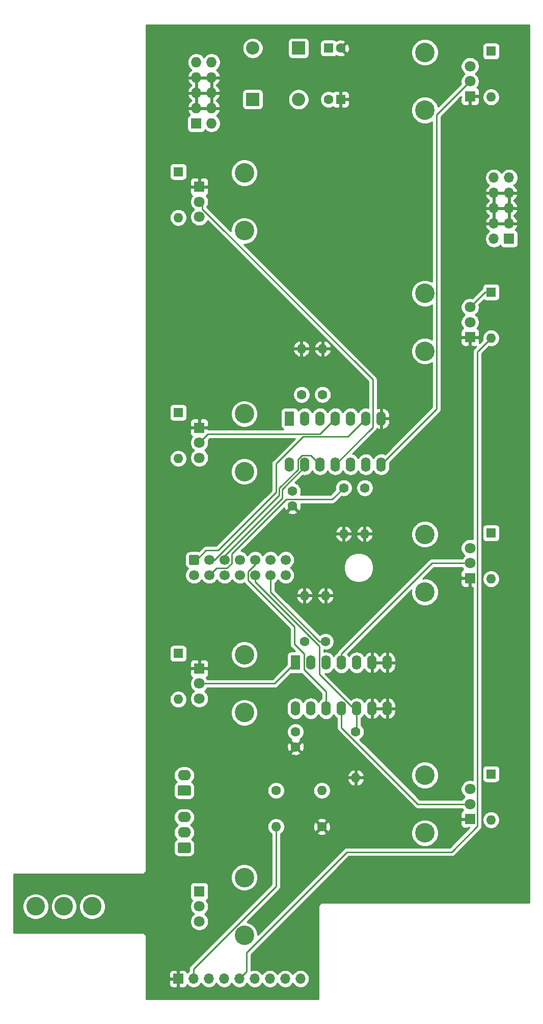
<source format=gbr>
%TF.GenerationSoftware,KiCad,Pcbnew,5.1.6-c6e7f7d~87~ubuntu20.04.1*%
%TF.CreationDate,2020-10-29T23:15:31-04:00*%
%TF.ProjectId,waveshaper,77617665-7368-4617-9065-722e6b696361,rev?*%
%TF.SameCoordinates,Original*%
%TF.FileFunction,Copper,L2,Bot*%
%TF.FilePolarity,Positive*%
%FSLAX46Y46*%
G04 Gerber Fmt 4.6, Leading zero omitted, Abs format (unit mm)*
G04 Created by KiCad (PCBNEW 5.1.6-c6e7f7d~87~ubuntu20.04.1) date 2020-10-29 23:15:31*
%MOMM*%
%LPD*%
G01*
G04 APERTURE LIST*
%TA.AperFunction,ComponentPad*%
%ADD10O,1.727200X1.727200*%
%TD*%
%TA.AperFunction,ComponentPad*%
%ADD11R,1.727200X1.727200*%
%TD*%
%TA.AperFunction,ComponentPad*%
%ADD12C,1.700000*%
%TD*%
%TA.AperFunction,ComponentPad*%
%ADD13O,2.200000X1.740000*%
%TD*%
%TA.AperFunction,ComponentPad*%
%ADD14O,1.600000X1.600000*%
%TD*%
%TA.AperFunction,ComponentPad*%
%ADD15C,1.600000*%
%TD*%
%TA.AperFunction,ComponentPad*%
%ADD16R,1.600000X1.600000*%
%TD*%
%TA.AperFunction,ComponentPad*%
%ADD17O,2.200000X2.200000*%
%TD*%
%TA.AperFunction,ComponentPad*%
%ADD18R,2.200000X2.200000*%
%TD*%
%TA.AperFunction,ComponentPad*%
%ADD19O,1.600000X2.400000*%
%TD*%
%TA.AperFunction,ComponentPad*%
%ADD20R,1.600000X2.400000*%
%TD*%
%TA.AperFunction,ComponentPad*%
%ADD21R,1.800000X1.800000*%
%TD*%
%TA.AperFunction,ComponentPad*%
%ADD22C,1.800000*%
%TD*%
%TA.AperFunction,ComponentPad*%
%ADD23C,3.240000*%
%TD*%
%TA.AperFunction,ComponentPad*%
%ADD24C,3.100000*%
%TD*%
%TA.AperFunction,ComponentPad*%
%ADD25R,1.700000X1.700000*%
%TD*%
%TA.AperFunction,ComponentPad*%
%ADD26O,1.700000X1.700000*%
%TD*%
%TA.AperFunction,Conductor*%
%ADD27C,0.250000*%
%TD*%
%TA.AperFunction,Conductor*%
%ADD28C,0.254000*%
%TD*%
G04 APERTURE END LIST*
D10*
%TO.P,J13,10*%
%TO.N,Net-(D2-Pad2)*%
X125540000Y-25840000D03*
%TO.P,J13,9*%
X123000000Y-25840000D03*
%TO.P,J13,8*%
%TO.N,GND*%
X125540000Y-28380000D03*
%TO.P,J13,7*%
X123000000Y-28380000D03*
%TO.P,J13,6*%
X125540000Y-30920000D03*
%TO.P,J13,5*%
X123000000Y-30920000D03*
%TO.P,J13,4*%
X125540000Y-33460000D03*
%TO.P,J13,3*%
X123000000Y-33460000D03*
%TO.P,J13,2*%
%TO.N,Net-(D3-Pad1)*%
X125540000Y-36000000D03*
D11*
%TO.P,J13,1*%
X123000000Y-36000000D03*
%TD*%
D12*
%TO.P,J10,14*%
%TO.N,MIXIN_-2*%
X137870000Y-111000000D03*
%TO.P,J10,12*%
%TO.N,MIXIN_-1*%
X135330000Y-111000000D03*
%TO.P,J10,10*%
%TO.N,MIXIN_-3*%
X132790000Y-111000000D03*
%TO.P,J10,8*%
%TO.N,MIXIN_0*%
X130250000Y-111000000D03*
%TO.P,J10,6*%
%TO.N,MIXIN_+1*%
X127710000Y-111000000D03*
%TO.P,J10,4*%
%TO.N,MIXIN_+2*%
X125170000Y-111000000D03*
%TO.P,J10,2*%
%TO.N,MIXIN_+3*%
X122630000Y-111000000D03*
%TO.P,J10,13*%
%TO.N,/RIPOUT_-2*%
X137870000Y-108460000D03*
%TO.P,J10,11*%
%TO.N,/RIPOUT_-1*%
X135330000Y-108460000D03*
%TO.P,J10,9*%
%TO.N,/RIPOUT_-3*%
X132790000Y-108460000D03*
%TO.P,J10,7*%
%TO.N,/RIPOUT_0*%
X130250000Y-108460000D03*
%TO.P,J10,5*%
%TO.N,/RIPOUT_+1*%
X127710000Y-108460000D03*
%TO.P,J10,3*%
%TO.N,/RIPOUT_+2*%
X125170000Y-108460000D03*
%TO.P,J10,1*%
%TO.N,/RIPOUT_+3*%
%TA.AperFunction,ComponentPad*%
G36*
G01*
X122030000Y-107610000D02*
X123230000Y-107610000D01*
G75*
G02*
X123480000Y-107860000I0J-250000D01*
G01*
X123480000Y-109060000D01*
G75*
G02*
X123230000Y-109310000I-250000J0D01*
G01*
X122030000Y-109310000D01*
G75*
G02*
X121780000Y-109060000I0J250000D01*
G01*
X121780000Y-107860000D01*
G75*
G02*
X122030000Y-107610000I250000J0D01*
G01*
G37*
%TD.AperFunction*%
%TD*%
D13*
%TO.P,J11,3*%
%TO.N,/Panel and power/SL_HIGH*%
X121000000Y-151170000D03*
%TO.P,J11,2*%
%TO.N,/Panel and power/SLEW*%
X121000000Y-153710000D03*
%TO.P,J11,1*%
%TO.N,/Panel and power/SL_MED*%
%TA.AperFunction,ComponentPad*%
G36*
G01*
X121850001Y-157120000D02*
X120149999Y-157120000D01*
G75*
G02*
X119900000Y-156870001I0J249999D01*
G01*
X119900000Y-155629999D01*
G75*
G02*
X120149999Y-155380000I249999J0D01*
G01*
X121850001Y-155380000D01*
G75*
G02*
X122100000Y-155629999I0J-249999D01*
G01*
X122100000Y-156870001D01*
G75*
G02*
X121850001Y-157120000I-249999J0D01*
G01*
G37*
%TD.AperFunction*%
%TD*%
%TO.P,J20,2*%
%TO.N,/Panel and power/LEVEL_CCW*%
X121000000Y-144210000D03*
%TO.P,J20,1*%
%TO.N,/Panel and power/LEVEL_WIPER*%
%TA.AperFunction,ComponentPad*%
G36*
G01*
X121850001Y-147620000D02*
X120149999Y-147620000D01*
G75*
G02*
X119900000Y-147370001I0J249999D01*
G01*
X119900000Y-146129999D01*
G75*
G02*
X120149999Y-145880000I249999J0D01*
G01*
X121850001Y-145880000D01*
G75*
G02*
X122100000Y-146129999I0J-249999D01*
G01*
X122100000Y-147370001D01*
G75*
G02*
X121850001Y-147620000I-249999J0D01*
G01*
G37*
%TD.AperFunction*%
%TD*%
D14*
%TO.P,R25,2*%
%TO.N,+12V*%
X143870000Y-146750000D03*
D15*
%TO.P,R25,1*%
%TO.N,+10V*%
X136250000Y-146750000D03*
%TD*%
D14*
%TO.P,R26,2*%
%TO.N,+10V*%
X136250000Y-152750000D03*
D15*
%TO.P,R26,1*%
%TO.N,GND*%
X143870000Y-152750000D03*
%TD*%
%TO.P,C14,2*%
%TO.N,GND*%
X147000000Y-23500000D03*
D16*
%TO.P,C14,1*%
%TO.N,+12V*%
X145000000Y-23500000D03*
%TD*%
D17*
%TO.P,D2,2*%
%TO.N,Net-(D2-Pad2)*%
X132380000Y-23500000D03*
D18*
%TO.P,D2,1*%
%TO.N,+12V*%
X140000000Y-23500000D03*
%TD*%
D15*
%TO.P,C15,2*%
%TO.N,-12V*%
X145000000Y-32000000D03*
D16*
%TO.P,C15,1*%
%TO.N,GND*%
X147000000Y-32000000D03*
%TD*%
D17*
%TO.P,D3,2*%
%TO.N,-12V*%
X140000000Y-32000000D03*
D18*
%TO.P,D3,1*%
%TO.N,Net-(D3-Pad1)*%
X132380000Y-32000000D03*
%TD*%
D19*
%TO.P,U5,14*%
%TO.N,+12V*%
X138500000Y-92620000D03*
%TO.P,U5,7*%
%TO.N,GND*%
X153740000Y-85000000D03*
%TO.P,U5,13*%
%TO.N,/RIPOUT_+1*%
X141040000Y-92620000D03*
%TO.P,U5,6*%
%TO.N,/RIPOUT_+3*%
X151200000Y-85000000D03*
%TO.P,U5,12*%
%TO.N,/RIPOUT_+2*%
X143580000Y-92620000D03*
%TO.P,U5,5*%
%TO.N,/RIPOUT_0*%
X148660000Y-85000000D03*
%TO.P,U5,11*%
%TO.N,CV_+2*%
X146120000Y-92620000D03*
%TO.P,U5,4*%
%TO.N,CV_0*%
X146120000Y-85000000D03*
%TO.P,U5,10*%
%TO.N,MIXIN_+2*%
X148660000Y-92620000D03*
%TO.P,U5,3*%
%TO.N,MIXIN_0*%
X143580000Y-85000000D03*
%TO.P,U5,9*%
%TO.N,MIXIN_+3*%
X151200000Y-92620000D03*
%TO.P,U5,2*%
%TO.N,MIXIN_+1*%
X141040000Y-85000000D03*
%TO.P,U5,8*%
%TO.N,CV_+3*%
X153740000Y-92620000D03*
D20*
%TO.P,U5,1*%
%TO.N,CV_+1*%
X138500000Y-85000000D03*
%TD*%
D21*
%TO.P,RV8,1*%
%TO.N,/Panel and power/LEVEL_CCW*%
X123500000Y-163500000D03*
D22*
%TO.P,RV8,2*%
%TO.N,/Panel and power/LEVEL_WIPER*%
X123500000Y-166000000D03*
%TO.P,RV8,3*%
X123500000Y-168500000D03*
D23*
%TO.P,RV8,*%
%TO.N,*%
X131000000Y-170800000D03*
X131000000Y-161200000D03*
%TD*%
D21*
%TO.P,RV7,1*%
%TO.N,GND*%
X168500000Y-151500000D03*
D22*
%TO.P,RV7,2*%
%TO.N,CV_-3*%
X168500000Y-149000000D03*
%TO.P,RV7,3*%
%TO.N,Net-(D10-Pad1)*%
X168500000Y-146500000D03*
D23*
%TO.P,RV7,*%
%TO.N,*%
X161000000Y-144200000D03*
X161000000Y-153800000D03*
%TD*%
D21*
%TO.P,RV6,1*%
%TO.N,GND*%
X123500000Y-126500000D03*
D22*
%TO.P,RV6,2*%
%TO.N,CV_-2*%
X123500000Y-129000000D03*
%TO.P,RV6,3*%
%TO.N,Net-(D9-Pad1)*%
X123500000Y-131500000D03*
D23*
%TO.P,RV6,*%
%TO.N,*%
X131000000Y-133800000D03*
X131000000Y-124200000D03*
%TD*%
D21*
%TO.P,RV5,1*%
%TO.N,GND*%
X168500000Y-111500000D03*
D22*
%TO.P,RV5,2*%
%TO.N,CV_-1*%
X168500000Y-109000000D03*
%TO.P,RV5,3*%
%TO.N,Net-(D8-Pad1)*%
X168500000Y-106500000D03*
D23*
%TO.P,RV5,*%
%TO.N,*%
X161000000Y-104200000D03*
X161000000Y-113800000D03*
%TD*%
D21*
%TO.P,RV4,1*%
%TO.N,GND*%
X123500000Y-86500000D03*
D22*
%TO.P,RV4,2*%
%TO.N,CV_0*%
X123500000Y-89000000D03*
%TO.P,RV4,3*%
%TO.N,Net-(D7-Pad1)*%
X123500000Y-91500000D03*
D23*
%TO.P,RV4,*%
%TO.N,*%
X131000000Y-93800000D03*
X131000000Y-84200000D03*
%TD*%
D21*
%TO.P,RV3,1*%
%TO.N,GND*%
X168500000Y-71500000D03*
D22*
%TO.P,RV3,2*%
%TO.N,CV_+1*%
X168500000Y-69000000D03*
%TO.P,RV3,3*%
%TO.N,Net-(D6-Pad1)*%
X168500000Y-66500000D03*
D23*
%TO.P,RV3,*%
%TO.N,*%
X161000000Y-64200000D03*
X161000000Y-73800000D03*
%TD*%
D21*
%TO.P,RV2,1*%
%TO.N,GND*%
X123500000Y-46500000D03*
D22*
%TO.P,RV2,2*%
%TO.N,CV_+2*%
X123500000Y-49000000D03*
%TO.P,RV2,3*%
%TO.N,Net-(D5-Pad1)*%
X123500000Y-51500000D03*
D23*
%TO.P,RV2,*%
%TO.N,*%
X131000000Y-53800000D03*
X131000000Y-44200000D03*
%TD*%
D21*
%TO.P,RV1,1*%
%TO.N,GND*%
X168500000Y-31500000D03*
D22*
%TO.P,RV1,2*%
%TO.N,CV_+3*%
X168500000Y-29000000D03*
%TO.P,RV1,3*%
%TO.N,Net-(D4-Pad1)*%
X168500000Y-26500000D03*
D23*
%TO.P,RV1,*%
%TO.N,*%
X161000000Y-24200000D03*
X161000000Y-33800000D03*
%TD*%
D19*
%TO.P,U4,14*%
%TO.N,+12V*%
X139500000Y-133120000D03*
%TO.P,U4,7*%
%TO.N,GND*%
X154740000Y-125500000D03*
%TO.P,U4,13*%
%TO.N,/RIPOUT_-2*%
X142040000Y-133120000D03*
%TO.P,U4,6*%
%TO.N,GND*%
X152200000Y-125500000D03*
%TO.P,U4,12*%
%TO.N,/RIPOUT_-3*%
X144580000Y-133120000D03*
%TO.P,U4,5*%
%TO.N,/RIPOUT_-1*%
X149660000Y-125500000D03*
%TO.P,U4,11*%
%TO.N,CV_-3*%
X147120000Y-133120000D03*
%TO.P,U4,4*%
%TO.N,CV_-1*%
X147120000Y-125500000D03*
%TO.P,U4,10*%
%TO.N,MIXIN_-3*%
X149660000Y-133120000D03*
%TO.P,U4,3*%
%TO.N,MIXIN_-1*%
X144580000Y-125500000D03*
%TO.P,U4,9*%
%TO.N,GND*%
X152200000Y-133120000D03*
%TO.P,U4,2*%
%TO.N,MIXIN_-2*%
X142040000Y-125500000D03*
%TO.P,U4,8*%
%TO.N,GND*%
X154740000Y-133120000D03*
D20*
%TO.P,U4,1*%
%TO.N,CV_-2*%
X139500000Y-125500000D03*
%TD*%
D24*
%TO.P,SW1,1*%
%TO.N,/Panel and power/SL_MED*%
X105700000Y-166000000D03*
%TO.P,SW1,3*%
%TO.N,/Panel and power/SL_HIGH*%
X96300000Y-166000000D03*
%TO.P,SW1,2*%
%TO.N,/Panel and power/SLEW*%
X101000000Y-166000000D03*
%TD*%
D14*
%TO.P,R14,2*%
%TO.N,GND*%
X141000000Y-114380000D03*
D15*
%TO.P,R14,1*%
%TO.N,MIXIN_-2*%
X141000000Y-122000000D03*
%TD*%
%TO.P,R13,1*%
%TO.N,MIXIN_0*%
X144000000Y-81000000D03*
D14*
%TO.P,R13,2*%
%TO.N,GND*%
X144000000Y-73380000D03*
%TD*%
D15*
%TO.P,R12,1*%
%TO.N,MIXIN_+2*%
X147500000Y-96500000D03*
D14*
%TO.P,R12,2*%
%TO.N,GND*%
X147500000Y-104120000D03*
%TD*%
%TO.P,R11,2*%
%TO.N,GND*%
X149500000Y-144620000D03*
D15*
%TO.P,R11,1*%
%TO.N,MIXIN_-3*%
X149500000Y-137000000D03*
%TD*%
D14*
%TO.P,R10,2*%
%TO.N,GND*%
X144500000Y-114380000D03*
D15*
%TO.P,R10,1*%
%TO.N,MIXIN_-1*%
X144500000Y-122000000D03*
%TD*%
D14*
%TO.P,R9,2*%
%TO.N,GND*%
X140500000Y-73380000D03*
D15*
%TO.P,R9,1*%
%TO.N,MIXIN_+1*%
X140500000Y-81000000D03*
%TD*%
%TO.P,R8,1*%
%TO.N,MIXIN_+3*%
X151000000Y-96500000D03*
D14*
%TO.P,R8,2*%
%TO.N,GND*%
X151000000Y-104120000D03*
%TD*%
D25*
%TO.P,J30,1*%
%TO.N,-12V*%
X175000000Y-55160000D03*
D26*
%TO.P,J30,2*%
X172460000Y-55160000D03*
%TO.P,J30,3*%
%TO.N,GND*%
X175000000Y-52620000D03*
%TO.P,J30,4*%
X172460000Y-52620000D03*
%TO.P,J30,5*%
X175000000Y-50080000D03*
%TO.P,J30,6*%
X172460000Y-50080000D03*
%TO.P,J30,7*%
X175000000Y-47540000D03*
%TO.P,J30,8*%
X172460000Y-47540000D03*
%TO.P,J30,9*%
%TO.N,+12V*%
X175000000Y-45000000D03*
%TO.P,J30,10*%
X172460000Y-45000000D03*
%TD*%
%TO.P,J15,9*%
%TO.N,Net-(D10-Pad2)*%
X140320000Y-178000000D03*
%TO.P,J15,8*%
%TO.N,Net-(D9-Pad2)*%
X137780000Y-178000000D03*
%TO.P,J15,7*%
%TO.N,Net-(D8-Pad2)*%
X135240000Y-178000000D03*
%TO.P,J15,6*%
%TO.N,Net-(D7-Pad2)*%
X132700000Y-178000000D03*
%TO.P,J15,5*%
%TO.N,Net-(D6-Pad2)*%
X130160000Y-178000000D03*
%TO.P,J15,4*%
%TO.N,Net-(D5-Pad2)*%
X127620000Y-178000000D03*
%TO.P,J15,3*%
%TO.N,Net-(D4-Pad2)*%
X125080000Y-178000000D03*
%TO.P,J15,2*%
%TO.N,+10V*%
X122540000Y-178000000D03*
D25*
%TO.P,J15,1*%
%TO.N,GND*%
X120000000Y-178000000D03*
%TD*%
D14*
%TO.P,D10,2*%
%TO.N,Net-(D10-Pad2)*%
X172000000Y-151620000D03*
D16*
%TO.P,D10,1*%
%TO.N,Net-(D10-Pad1)*%
X172000000Y-144000000D03*
%TD*%
D14*
%TO.P,D9,2*%
%TO.N,Net-(D9-Pad2)*%
X120000000Y-131620000D03*
D16*
%TO.P,D9,1*%
%TO.N,Net-(D9-Pad1)*%
X120000000Y-124000000D03*
%TD*%
D14*
%TO.P,D8,2*%
%TO.N,Net-(D8-Pad2)*%
X172000000Y-111620000D03*
D16*
%TO.P,D8,1*%
%TO.N,Net-(D8-Pad1)*%
X172000000Y-104000000D03*
%TD*%
D14*
%TO.P,D7,2*%
%TO.N,Net-(D7-Pad2)*%
X120000000Y-91620000D03*
D16*
%TO.P,D7,1*%
%TO.N,Net-(D7-Pad1)*%
X120000000Y-84000000D03*
%TD*%
D14*
%TO.P,D6,2*%
%TO.N,Net-(D6-Pad2)*%
X172000000Y-71620000D03*
D16*
%TO.P,D6,1*%
%TO.N,Net-(D6-Pad1)*%
X172000000Y-64000000D03*
%TD*%
D14*
%TO.P,D5,2*%
%TO.N,Net-(D5-Pad2)*%
X120000000Y-51620000D03*
D16*
%TO.P,D5,1*%
%TO.N,Net-(D5-Pad1)*%
X120000000Y-44000000D03*
%TD*%
D14*
%TO.P,D4,2*%
%TO.N,Net-(D4-Pad2)*%
X172000000Y-31620000D03*
D16*
%TO.P,D4,1*%
%TO.N,Net-(D4-Pad1)*%
X172000000Y-24000000D03*
%TD*%
D15*
%TO.P,C17,2*%
%TO.N,GND*%
X139500000Y-139500000D03*
%TO.P,C17,1*%
%TO.N,+12V*%
X139500000Y-137000000D03*
%TD*%
%TO.P,C16,2*%
%TO.N,GND*%
X139000000Y-99500000D03*
%TO.P,C16,1*%
%TO.N,+12V*%
X139000000Y-97000000D03*
%TD*%
D27*
%TO.N,Net-(D6-Pad2)*%
X148057499Y-156942501D02*
X131335001Y-173664999D01*
X131335001Y-176824999D02*
X130160000Y-178000000D01*
X165442501Y-156942501D02*
X148057499Y-156942501D01*
X169725001Y-152660001D02*
X165442501Y-156942501D01*
X131335001Y-173664999D02*
X131335001Y-176824999D01*
X169725001Y-73894999D02*
X169725001Y-152660001D01*
X172000000Y-71620000D02*
X169725001Y-73894999D01*
%TO.N,Net-(D6-Pad1)*%
X171000000Y-64000000D02*
X172000000Y-64000000D01*
X168500000Y-66500000D02*
X171000000Y-64000000D01*
%TO.N,CV_+3*%
X162945001Y-34554999D02*
X168500000Y-29000000D01*
X162945001Y-83414999D02*
X162945001Y-34554999D01*
X153740000Y-92620000D02*
X162945001Y-83414999D01*
%TO.N,CV_+2*%
X152325010Y-86414990D02*
X146120000Y-92620000D01*
X124000000Y-50186998D02*
X152325010Y-78512008D01*
X152325010Y-78512008D02*
X152325010Y-86414990D01*
X124000000Y-49500000D02*
X124000000Y-50186998D01*
X123500000Y-49000000D02*
X124000000Y-49500000D01*
%TO.N,CV_0*%
X124950009Y-87549991D02*
X123500000Y-89000000D01*
X143570009Y-87549991D02*
X124950009Y-87549991D01*
X146120000Y-85000000D02*
X143570009Y-87549991D01*
%TO.N,CV_-1*%
X162170000Y-109000000D02*
X168500000Y-109000000D01*
X147120000Y-124050000D02*
X162170000Y-109000000D01*
X147120000Y-125500000D02*
X147120000Y-124050000D01*
%TO.N,CV_-2*%
X136000000Y-129000000D02*
X139500000Y-125500000D01*
X123500000Y-129000000D02*
X136000000Y-129000000D01*
%TO.N,CV_-3*%
X159834998Y-149000000D02*
X168500000Y-149000000D01*
X147120000Y-136285002D02*
X159834998Y-149000000D01*
X147120000Y-133120000D02*
X147120000Y-136285002D01*
%TO.N,+10V*%
X122540000Y-176381398D02*
X122540000Y-178000000D01*
X136250000Y-162671398D02*
X122540000Y-176381398D01*
X136250000Y-152750000D02*
X136250000Y-162671398D01*
%TO.N,/RIPOUT_+3*%
X124630000Y-106870000D02*
X123040000Y-108460000D01*
X126630000Y-106870000D02*
X124630000Y-106870000D01*
X136250000Y-97250000D02*
X126630000Y-106870000D01*
X136250000Y-92500000D02*
X136250000Y-97250000D01*
X140749999Y-88000001D02*
X136250000Y-92500000D01*
X123040000Y-108460000D02*
X122630000Y-108460000D01*
X148199999Y-88000001D02*
X140749999Y-88000001D01*
X151200000Y-85000000D02*
X148199999Y-88000001D01*
%TO.N,/RIPOUT_-3*%
X140914990Y-126664990D02*
X144580000Y-130330000D01*
X140914990Y-124074990D02*
X140914990Y-126664990D01*
X139295000Y-122455000D02*
X140914990Y-124074990D01*
X139295000Y-119545000D02*
X139295000Y-122455000D01*
X131614999Y-111864999D02*
X139295000Y-119545000D01*
X144580000Y-130330000D02*
X144580000Y-133120000D01*
X131614999Y-110435999D02*
X131614999Y-111864999D01*
X132790000Y-109260998D02*
X131614999Y-110435999D01*
X132790000Y-108460000D02*
X132790000Y-109260998D01*
%TO.N,/RIPOUT_+1*%
X137250000Y-96750000D02*
X141040000Y-92960000D01*
X137250000Y-98250000D02*
X137250000Y-96750000D01*
X141040000Y-92960000D02*
X141040000Y-92620000D01*
X127710000Y-107790000D02*
X137250000Y-98250000D01*
X127710000Y-108460000D02*
X127710000Y-107790000D01*
%TO.N,/RIPOUT_+2*%
X142054990Y-91094990D02*
X143580000Y-92620000D01*
X140574006Y-91094990D02*
X142054990Y-91094990D01*
X136799990Y-97700010D02*
X136799991Y-96563599D01*
X139914990Y-91754006D02*
X140574006Y-91094990D01*
X139914990Y-93448600D02*
X139914990Y-91754006D01*
X136799991Y-96563599D02*
X139914990Y-93448600D01*
X126040000Y-108460000D02*
X136799990Y-97700010D01*
X125170000Y-108460000D02*
X126040000Y-108460000D01*
%TO.N,MIXIN_-1*%
X135330000Y-113830000D02*
X135330000Y-111000000D01*
X143500000Y-122000000D02*
X135330000Y-113830000D01*
X144500000Y-122000000D02*
X143500000Y-122000000D01*
%TO.N,MIXIN_-3*%
X149660000Y-136840000D02*
X149500000Y-137000000D01*
X149660000Y-133120000D02*
X149660000Y-136840000D01*
X143454990Y-127454990D02*
X149120000Y-133120000D01*
X141540001Y-120874999D02*
X143454990Y-122789988D01*
X149120000Y-133120000D02*
X149660000Y-133120000D01*
X132790000Y-112130020D02*
X143454990Y-122795010D01*
X132790000Y-111000000D02*
X132790000Y-112130020D01*
X143454990Y-122795010D02*
X143454990Y-127454990D01*
X143454990Y-122789988D02*
X143454990Y-122795010D01*
%TO.N,MIXIN_+2*%
X126345001Y-109824999D02*
X125170000Y-111000000D01*
X128084003Y-109824999D02*
X126345001Y-109824999D01*
X128885001Y-109024001D02*
X128084003Y-109824999D01*
X128885001Y-107449587D02*
X128885001Y-109024001D01*
X137959589Y-98374999D02*
X128885001Y-107449587D01*
X145625001Y-98374999D02*
X137959589Y-98374999D01*
X147500000Y-96500000D02*
X145625001Y-98374999D01*
%TD*%
D28*
%TO.N,GND*%
G36*
X178340001Y-165340000D02*
G01*
X144032419Y-165340000D01*
X144000000Y-165336807D01*
X143967581Y-165340000D01*
X143870617Y-165349550D01*
X143746207Y-165387290D01*
X143631550Y-165448575D01*
X143531052Y-165531052D01*
X143448575Y-165631550D01*
X143387290Y-165746207D01*
X143349550Y-165870617D01*
X143336807Y-166000000D01*
X143340000Y-166032419D01*
X143340001Y-181340000D01*
X114660000Y-181340000D01*
X114660000Y-178850000D01*
X118511928Y-178850000D01*
X118524188Y-178974482D01*
X118560498Y-179094180D01*
X118619463Y-179204494D01*
X118698815Y-179301185D01*
X118795506Y-179380537D01*
X118905820Y-179439502D01*
X119025518Y-179475812D01*
X119150000Y-179488072D01*
X119714250Y-179485000D01*
X119873000Y-179326250D01*
X119873000Y-178127000D01*
X118673750Y-178127000D01*
X118515000Y-178285750D01*
X118511928Y-178850000D01*
X114660000Y-178850000D01*
X114660000Y-177150000D01*
X118511928Y-177150000D01*
X118515000Y-177714250D01*
X118673750Y-177873000D01*
X119873000Y-177873000D01*
X119873000Y-176673750D01*
X120127000Y-176673750D01*
X120127000Y-177873000D01*
X120147000Y-177873000D01*
X120147000Y-178127000D01*
X120127000Y-178127000D01*
X120127000Y-179326250D01*
X120285750Y-179485000D01*
X120850000Y-179488072D01*
X120974482Y-179475812D01*
X121094180Y-179439502D01*
X121204494Y-179380537D01*
X121301185Y-179301185D01*
X121380537Y-179204494D01*
X121439502Y-179094180D01*
X121461513Y-179021620D01*
X121593368Y-179153475D01*
X121836589Y-179315990D01*
X122106842Y-179427932D01*
X122393740Y-179485000D01*
X122686260Y-179485000D01*
X122973158Y-179427932D01*
X123243411Y-179315990D01*
X123486632Y-179153475D01*
X123693475Y-178946632D01*
X123810000Y-178772240D01*
X123926525Y-178946632D01*
X124133368Y-179153475D01*
X124376589Y-179315990D01*
X124646842Y-179427932D01*
X124933740Y-179485000D01*
X125226260Y-179485000D01*
X125513158Y-179427932D01*
X125783411Y-179315990D01*
X126026632Y-179153475D01*
X126233475Y-178946632D01*
X126350000Y-178772240D01*
X126466525Y-178946632D01*
X126673368Y-179153475D01*
X126916589Y-179315990D01*
X127186842Y-179427932D01*
X127473740Y-179485000D01*
X127766260Y-179485000D01*
X128053158Y-179427932D01*
X128323411Y-179315990D01*
X128566632Y-179153475D01*
X128773475Y-178946632D01*
X128890000Y-178772240D01*
X129006525Y-178946632D01*
X129213368Y-179153475D01*
X129456589Y-179315990D01*
X129726842Y-179427932D01*
X130013740Y-179485000D01*
X130306260Y-179485000D01*
X130593158Y-179427932D01*
X130863411Y-179315990D01*
X131106632Y-179153475D01*
X131313475Y-178946632D01*
X131430000Y-178772240D01*
X131546525Y-178946632D01*
X131753368Y-179153475D01*
X131996589Y-179315990D01*
X132266842Y-179427932D01*
X132553740Y-179485000D01*
X132846260Y-179485000D01*
X133133158Y-179427932D01*
X133403411Y-179315990D01*
X133646632Y-179153475D01*
X133853475Y-178946632D01*
X133970000Y-178772240D01*
X134086525Y-178946632D01*
X134293368Y-179153475D01*
X134536589Y-179315990D01*
X134806842Y-179427932D01*
X135093740Y-179485000D01*
X135386260Y-179485000D01*
X135673158Y-179427932D01*
X135943411Y-179315990D01*
X136186632Y-179153475D01*
X136393475Y-178946632D01*
X136510000Y-178772240D01*
X136626525Y-178946632D01*
X136833368Y-179153475D01*
X137076589Y-179315990D01*
X137346842Y-179427932D01*
X137633740Y-179485000D01*
X137926260Y-179485000D01*
X138213158Y-179427932D01*
X138483411Y-179315990D01*
X138726632Y-179153475D01*
X138933475Y-178946632D01*
X139050000Y-178772240D01*
X139166525Y-178946632D01*
X139373368Y-179153475D01*
X139616589Y-179315990D01*
X139886842Y-179427932D01*
X140173740Y-179485000D01*
X140466260Y-179485000D01*
X140753158Y-179427932D01*
X141023411Y-179315990D01*
X141266632Y-179153475D01*
X141473475Y-178946632D01*
X141635990Y-178703411D01*
X141747932Y-178433158D01*
X141805000Y-178146260D01*
X141805000Y-177853740D01*
X141747932Y-177566842D01*
X141635990Y-177296589D01*
X141473475Y-177053368D01*
X141266632Y-176846525D01*
X141023411Y-176684010D01*
X140753158Y-176572068D01*
X140466260Y-176515000D01*
X140173740Y-176515000D01*
X139886842Y-176572068D01*
X139616589Y-176684010D01*
X139373368Y-176846525D01*
X139166525Y-177053368D01*
X139050000Y-177227760D01*
X138933475Y-177053368D01*
X138726632Y-176846525D01*
X138483411Y-176684010D01*
X138213158Y-176572068D01*
X137926260Y-176515000D01*
X137633740Y-176515000D01*
X137346842Y-176572068D01*
X137076589Y-176684010D01*
X136833368Y-176846525D01*
X136626525Y-177053368D01*
X136510000Y-177227760D01*
X136393475Y-177053368D01*
X136186632Y-176846525D01*
X135943411Y-176684010D01*
X135673158Y-176572068D01*
X135386260Y-176515000D01*
X135093740Y-176515000D01*
X134806842Y-176572068D01*
X134536589Y-176684010D01*
X134293368Y-176846525D01*
X134086525Y-177053368D01*
X133970000Y-177227760D01*
X133853475Y-177053368D01*
X133646632Y-176846525D01*
X133403411Y-176684010D01*
X133133158Y-176572068D01*
X132846260Y-176515000D01*
X132553740Y-176515000D01*
X132266842Y-176572068D01*
X132095001Y-176643247D01*
X132095001Y-173979800D01*
X148372302Y-157702501D01*
X165405179Y-157702501D01*
X165442501Y-157706177D01*
X165479823Y-157702501D01*
X165479834Y-157702501D01*
X165591487Y-157691504D01*
X165734748Y-157648047D01*
X165866777Y-157577475D01*
X165982502Y-157482502D01*
X166006305Y-157453498D01*
X170236004Y-153223800D01*
X170265002Y-153200002D01*
X170359975Y-153084277D01*
X170430547Y-152952248D01*
X170474004Y-152808987D01*
X170485001Y-152697334D01*
X170488678Y-152660001D01*
X170485001Y-152622668D01*
X170485001Y-151478665D01*
X170565000Y-151478665D01*
X170565000Y-151761335D01*
X170620147Y-152038574D01*
X170728320Y-152299727D01*
X170885363Y-152534759D01*
X171085241Y-152734637D01*
X171320273Y-152891680D01*
X171581426Y-152999853D01*
X171858665Y-153055000D01*
X172141335Y-153055000D01*
X172418574Y-152999853D01*
X172679727Y-152891680D01*
X172914759Y-152734637D01*
X173114637Y-152534759D01*
X173271680Y-152299727D01*
X173379853Y-152038574D01*
X173435000Y-151761335D01*
X173435000Y-151478665D01*
X173379853Y-151201426D01*
X173271680Y-150940273D01*
X173114637Y-150705241D01*
X172914759Y-150505363D01*
X172679727Y-150348320D01*
X172418574Y-150240147D01*
X172141335Y-150185000D01*
X171858665Y-150185000D01*
X171581426Y-150240147D01*
X171320273Y-150348320D01*
X171085241Y-150505363D01*
X170885363Y-150705241D01*
X170728320Y-150940273D01*
X170620147Y-151201426D01*
X170565000Y-151478665D01*
X170485001Y-151478665D01*
X170485001Y-143200000D01*
X170561928Y-143200000D01*
X170561928Y-144800000D01*
X170574188Y-144924482D01*
X170610498Y-145044180D01*
X170669463Y-145154494D01*
X170748815Y-145251185D01*
X170845506Y-145330537D01*
X170955820Y-145389502D01*
X171075518Y-145425812D01*
X171200000Y-145438072D01*
X172800000Y-145438072D01*
X172924482Y-145425812D01*
X173044180Y-145389502D01*
X173154494Y-145330537D01*
X173251185Y-145251185D01*
X173330537Y-145154494D01*
X173389502Y-145044180D01*
X173425812Y-144924482D01*
X173438072Y-144800000D01*
X173438072Y-143200000D01*
X173425812Y-143075518D01*
X173389502Y-142955820D01*
X173330537Y-142845506D01*
X173251185Y-142748815D01*
X173154494Y-142669463D01*
X173044180Y-142610498D01*
X172924482Y-142574188D01*
X172800000Y-142561928D01*
X171200000Y-142561928D01*
X171075518Y-142574188D01*
X170955820Y-142610498D01*
X170845506Y-142669463D01*
X170748815Y-142748815D01*
X170669463Y-142845506D01*
X170610498Y-142955820D01*
X170574188Y-143075518D01*
X170561928Y-143200000D01*
X170485001Y-143200000D01*
X170485001Y-111478665D01*
X170565000Y-111478665D01*
X170565000Y-111761335D01*
X170620147Y-112038574D01*
X170728320Y-112299727D01*
X170885363Y-112534759D01*
X171085241Y-112734637D01*
X171320273Y-112891680D01*
X171581426Y-112999853D01*
X171858665Y-113055000D01*
X172141335Y-113055000D01*
X172418574Y-112999853D01*
X172679727Y-112891680D01*
X172914759Y-112734637D01*
X173114637Y-112534759D01*
X173271680Y-112299727D01*
X173379853Y-112038574D01*
X173435000Y-111761335D01*
X173435000Y-111478665D01*
X173379853Y-111201426D01*
X173271680Y-110940273D01*
X173114637Y-110705241D01*
X172914759Y-110505363D01*
X172679727Y-110348320D01*
X172418574Y-110240147D01*
X172141335Y-110185000D01*
X171858665Y-110185000D01*
X171581426Y-110240147D01*
X171320273Y-110348320D01*
X171085241Y-110505363D01*
X170885363Y-110705241D01*
X170728320Y-110940273D01*
X170620147Y-111201426D01*
X170565000Y-111478665D01*
X170485001Y-111478665D01*
X170485001Y-103200000D01*
X170561928Y-103200000D01*
X170561928Y-104800000D01*
X170574188Y-104924482D01*
X170610498Y-105044180D01*
X170669463Y-105154494D01*
X170748815Y-105251185D01*
X170845506Y-105330537D01*
X170955820Y-105389502D01*
X171075518Y-105425812D01*
X171200000Y-105438072D01*
X172800000Y-105438072D01*
X172924482Y-105425812D01*
X173044180Y-105389502D01*
X173154494Y-105330537D01*
X173251185Y-105251185D01*
X173330537Y-105154494D01*
X173389502Y-105044180D01*
X173425812Y-104924482D01*
X173438072Y-104800000D01*
X173438072Y-103200000D01*
X173425812Y-103075518D01*
X173389502Y-102955820D01*
X173330537Y-102845506D01*
X173251185Y-102748815D01*
X173154494Y-102669463D01*
X173044180Y-102610498D01*
X172924482Y-102574188D01*
X172800000Y-102561928D01*
X171200000Y-102561928D01*
X171075518Y-102574188D01*
X170955820Y-102610498D01*
X170845506Y-102669463D01*
X170748815Y-102748815D01*
X170669463Y-102845506D01*
X170610498Y-102955820D01*
X170574188Y-103075518D01*
X170561928Y-103200000D01*
X170485001Y-103200000D01*
X170485001Y-74209800D01*
X171676114Y-73018688D01*
X171858665Y-73055000D01*
X172141335Y-73055000D01*
X172418574Y-72999853D01*
X172679727Y-72891680D01*
X172914759Y-72734637D01*
X173114637Y-72534759D01*
X173271680Y-72299727D01*
X173379853Y-72038574D01*
X173435000Y-71761335D01*
X173435000Y-71478665D01*
X173379853Y-71201426D01*
X173271680Y-70940273D01*
X173114637Y-70705241D01*
X172914759Y-70505363D01*
X172679727Y-70348320D01*
X172418574Y-70240147D01*
X172141335Y-70185000D01*
X171858665Y-70185000D01*
X171581426Y-70240147D01*
X171320273Y-70348320D01*
X171085241Y-70505363D01*
X170885363Y-70705241D01*
X170728320Y-70940273D01*
X170620147Y-71201426D01*
X170565000Y-71478665D01*
X170565000Y-71761335D01*
X170601312Y-71943886D01*
X170026369Y-72518830D01*
X170038072Y-72400000D01*
X170035000Y-71785750D01*
X169876250Y-71627000D01*
X168627000Y-71627000D01*
X168627000Y-72876250D01*
X168785750Y-73035000D01*
X169400000Y-73038072D01*
X169518830Y-73026369D01*
X169214003Y-73331195D01*
X169185000Y-73354998D01*
X169129872Y-73422173D01*
X169090027Y-73470723D01*
X169032738Y-73577902D01*
X169019455Y-73602753D01*
X168975998Y-73746014D01*
X168965001Y-73857667D01*
X168965001Y-73857677D01*
X168961325Y-73894999D01*
X168965001Y-73932321D01*
X168965001Y-105031138D01*
X168947743Y-105023989D01*
X168651184Y-104965000D01*
X168348816Y-104965000D01*
X168052257Y-105023989D01*
X167772905Y-105139701D01*
X167521495Y-105307688D01*
X167307688Y-105521495D01*
X167139701Y-105772905D01*
X167023989Y-106052257D01*
X166965000Y-106348816D01*
X166965000Y-106651184D01*
X167023989Y-106947743D01*
X167139701Y-107227095D01*
X167307688Y-107478505D01*
X167521495Y-107692312D01*
X167607831Y-107750000D01*
X167521495Y-107807688D01*
X167307688Y-108021495D01*
X167161687Y-108240000D01*
X162207322Y-108240000D01*
X162169999Y-108236324D01*
X162132676Y-108240000D01*
X162132667Y-108240000D01*
X162021014Y-108250997D01*
X161877753Y-108294454D01*
X161745723Y-108365026D01*
X161716477Y-108389028D01*
X161629999Y-108459999D01*
X161606201Y-108488997D01*
X146608998Y-123486201D01*
X146580000Y-123509999D01*
X146556202Y-123538997D01*
X146556201Y-123538998D01*
X146485026Y-123625724D01*
X146414454Y-123757754D01*
X146381060Y-123867843D01*
X146318900Y-123901068D01*
X146100393Y-124080392D01*
X145921068Y-124298899D01*
X145850000Y-124431858D01*
X145778932Y-124298899D01*
X145599608Y-124080392D01*
X145381101Y-123901068D01*
X145131808Y-123767818D01*
X144861309Y-123685764D01*
X144580000Y-123658057D01*
X144298692Y-123685764D01*
X144214990Y-123711154D01*
X144214990Y-123406421D01*
X144358665Y-123435000D01*
X144641335Y-123435000D01*
X144918574Y-123379853D01*
X145179727Y-123271680D01*
X145414759Y-123114637D01*
X145614637Y-122914759D01*
X145771680Y-122679727D01*
X145879853Y-122418574D01*
X145935000Y-122141335D01*
X145935000Y-121858665D01*
X145879853Y-121581426D01*
X145771680Y-121320273D01*
X145614637Y-121085241D01*
X145414759Y-120885363D01*
X145179727Y-120728320D01*
X144918574Y-120620147D01*
X144641335Y-120565000D01*
X144358665Y-120565000D01*
X144081426Y-120620147D01*
X143820273Y-120728320D01*
X143585241Y-120885363D01*
X143522703Y-120947901D01*
X137303842Y-114729040D01*
X139608091Y-114729040D01*
X139702930Y-114993881D01*
X139847615Y-115235131D01*
X140036586Y-115443519D01*
X140262580Y-115611037D01*
X140516913Y-115731246D01*
X140650961Y-115771904D01*
X140873000Y-115649915D01*
X140873000Y-114507000D01*
X141127000Y-114507000D01*
X141127000Y-115649915D01*
X141349039Y-115771904D01*
X141483087Y-115731246D01*
X141737420Y-115611037D01*
X141963414Y-115443519D01*
X142152385Y-115235131D01*
X142297070Y-114993881D01*
X142391909Y-114729040D01*
X143108091Y-114729040D01*
X143202930Y-114993881D01*
X143347615Y-115235131D01*
X143536586Y-115443519D01*
X143762580Y-115611037D01*
X144016913Y-115731246D01*
X144150961Y-115771904D01*
X144373000Y-115649915D01*
X144373000Y-114507000D01*
X144627000Y-114507000D01*
X144627000Y-115649915D01*
X144849039Y-115771904D01*
X144983087Y-115731246D01*
X145237420Y-115611037D01*
X145463414Y-115443519D01*
X145652385Y-115235131D01*
X145797070Y-114993881D01*
X145891909Y-114729040D01*
X145770624Y-114507000D01*
X144627000Y-114507000D01*
X144373000Y-114507000D01*
X143229376Y-114507000D01*
X143108091Y-114729040D01*
X142391909Y-114729040D01*
X142270624Y-114507000D01*
X141127000Y-114507000D01*
X140873000Y-114507000D01*
X139729376Y-114507000D01*
X139608091Y-114729040D01*
X137303842Y-114729040D01*
X136605762Y-114030960D01*
X139608091Y-114030960D01*
X139729376Y-114253000D01*
X140873000Y-114253000D01*
X140873000Y-113110085D01*
X141127000Y-113110085D01*
X141127000Y-114253000D01*
X142270624Y-114253000D01*
X142391909Y-114030960D01*
X143108091Y-114030960D01*
X143229376Y-114253000D01*
X144373000Y-114253000D01*
X144373000Y-113110085D01*
X144627000Y-113110085D01*
X144627000Y-114253000D01*
X145770624Y-114253000D01*
X145891909Y-114030960D01*
X145797070Y-113766119D01*
X145652385Y-113524869D01*
X145463414Y-113316481D01*
X145237420Y-113148963D01*
X144983087Y-113028754D01*
X144849039Y-112988096D01*
X144627000Y-113110085D01*
X144373000Y-113110085D01*
X144150961Y-112988096D01*
X144016913Y-113028754D01*
X143762580Y-113148963D01*
X143536586Y-113316481D01*
X143347615Y-113524869D01*
X143202930Y-113766119D01*
X143108091Y-114030960D01*
X142391909Y-114030960D01*
X142297070Y-113766119D01*
X142152385Y-113524869D01*
X141963414Y-113316481D01*
X141737420Y-113148963D01*
X141483087Y-113028754D01*
X141349039Y-112988096D01*
X141127000Y-113110085D01*
X140873000Y-113110085D01*
X140650961Y-112988096D01*
X140516913Y-113028754D01*
X140262580Y-113148963D01*
X140036586Y-113316481D01*
X139847615Y-113524869D01*
X139702930Y-113766119D01*
X139608091Y-114030960D01*
X136605762Y-114030960D01*
X136090000Y-113515199D01*
X136090000Y-112278178D01*
X136276632Y-112153475D01*
X136483475Y-111946632D01*
X136600000Y-111772240D01*
X136716525Y-111946632D01*
X136923368Y-112153475D01*
X137166589Y-112315990D01*
X137436842Y-112427932D01*
X137723740Y-112485000D01*
X138016260Y-112485000D01*
X138303158Y-112427932D01*
X138573411Y-112315990D01*
X138816632Y-112153475D01*
X139023475Y-111946632D01*
X139185990Y-111703411D01*
X139297932Y-111433158D01*
X139355000Y-111146260D01*
X139355000Y-110853740D01*
X139297932Y-110566842D01*
X139185990Y-110296589D01*
X139023475Y-110053368D01*
X138816632Y-109846525D01*
X138642240Y-109730000D01*
X138816632Y-109613475D01*
X138924858Y-109505249D01*
X147515000Y-109505249D01*
X147515000Y-109994751D01*
X147610497Y-110474848D01*
X147797821Y-110927089D01*
X148069774Y-111334095D01*
X148415905Y-111680226D01*
X148822911Y-111952179D01*
X149275152Y-112139503D01*
X149755249Y-112235000D01*
X150244751Y-112235000D01*
X150724848Y-112139503D01*
X151177089Y-111952179D01*
X151584095Y-111680226D01*
X151930226Y-111334095D01*
X152202179Y-110927089D01*
X152389503Y-110474848D01*
X152485000Y-109994751D01*
X152485000Y-109505249D01*
X152389503Y-109025152D01*
X152202179Y-108572911D01*
X151930226Y-108165905D01*
X151584095Y-107819774D01*
X151177089Y-107547821D01*
X150724848Y-107360497D01*
X150244751Y-107265000D01*
X149755249Y-107265000D01*
X149275152Y-107360497D01*
X148822911Y-107547821D01*
X148415905Y-107819774D01*
X148069774Y-108165905D01*
X147797821Y-108572911D01*
X147610497Y-109025152D01*
X147515000Y-109505249D01*
X138924858Y-109505249D01*
X139023475Y-109406632D01*
X139185990Y-109163411D01*
X139297932Y-108893158D01*
X139355000Y-108606260D01*
X139355000Y-108313740D01*
X139297932Y-108026842D01*
X139185990Y-107756589D01*
X139023475Y-107513368D01*
X138816632Y-107306525D01*
X138573411Y-107144010D01*
X138303158Y-107032068D01*
X138016260Y-106975000D01*
X137723740Y-106975000D01*
X137436842Y-107032068D01*
X137166589Y-107144010D01*
X136923368Y-107306525D01*
X136716525Y-107513368D01*
X136600000Y-107687760D01*
X136483475Y-107513368D01*
X136276632Y-107306525D01*
X136033411Y-107144010D01*
X135763158Y-107032068D01*
X135476260Y-106975000D01*
X135183740Y-106975000D01*
X134896842Y-107032068D01*
X134626589Y-107144010D01*
X134383368Y-107306525D01*
X134176525Y-107513368D01*
X134060000Y-107687760D01*
X133943475Y-107513368D01*
X133736632Y-107306525D01*
X133493411Y-107144010D01*
X133223158Y-107032068D01*
X132936260Y-106975000D01*
X132643740Y-106975000D01*
X132356842Y-107032068D01*
X132086589Y-107144010D01*
X131843368Y-107306525D01*
X131636525Y-107513368D01*
X131520000Y-107687760D01*
X131403475Y-107513368D01*
X131196632Y-107306525D01*
X130953411Y-107144010D01*
X130683158Y-107032068D01*
X130428063Y-106981326D01*
X132940349Y-104469040D01*
X146108091Y-104469040D01*
X146202930Y-104733881D01*
X146347615Y-104975131D01*
X146536586Y-105183519D01*
X146762580Y-105351037D01*
X147016913Y-105471246D01*
X147150961Y-105511904D01*
X147373000Y-105389915D01*
X147373000Y-104247000D01*
X147627000Y-104247000D01*
X147627000Y-105389915D01*
X147849039Y-105511904D01*
X147983087Y-105471246D01*
X148237420Y-105351037D01*
X148463414Y-105183519D01*
X148652385Y-104975131D01*
X148797070Y-104733881D01*
X148891909Y-104469040D01*
X149608091Y-104469040D01*
X149702930Y-104733881D01*
X149847615Y-104975131D01*
X150036586Y-105183519D01*
X150262580Y-105351037D01*
X150516913Y-105471246D01*
X150650961Y-105511904D01*
X150873000Y-105389915D01*
X150873000Y-104247000D01*
X151127000Y-104247000D01*
X151127000Y-105389915D01*
X151349039Y-105511904D01*
X151483087Y-105471246D01*
X151737420Y-105351037D01*
X151963414Y-105183519D01*
X152152385Y-104975131D01*
X152297070Y-104733881D01*
X152391909Y-104469040D01*
X152270624Y-104247000D01*
X151127000Y-104247000D01*
X150873000Y-104247000D01*
X149729376Y-104247000D01*
X149608091Y-104469040D01*
X148891909Y-104469040D01*
X148770624Y-104247000D01*
X147627000Y-104247000D01*
X147373000Y-104247000D01*
X146229376Y-104247000D01*
X146108091Y-104469040D01*
X132940349Y-104469040D01*
X133638429Y-103770960D01*
X146108091Y-103770960D01*
X146229376Y-103993000D01*
X147373000Y-103993000D01*
X147373000Y-102850085D01*
X147627000Y-102850085D01*
X147627000Y-103993000D01*
X148770624Y-103993000D01*
X148891909Y-103770960D01*
X149608091Y-103770960D01*
X149729376Y-103993000D01*
X150873000Y-103993000D01*
X150873000Y-102850085D01*
X151127000Y-102850085D01*
X151127000Y-103993000D01*
X152270624Y-103993000D01*
X152278870Y-103977902D01*
X158745000Y-103977902D01*
X158745000Y-104422098D01*
X158831658Y-104857759D01*
X159001645Y-105268143D01*
X159248427Y-105637479D01*
X159562521Y-105951573D01*
X159931857Y-106198355D01*
X160342241Y-106368342D01*
X160777902Y-106455000D01*
X161222098Y-106455000D01*
X161657759Y-106368342D01*
X162068143Y-106198355D01*
X162437479Y-105951573D01*
X162751573Y-105637479D01*
X162998355Y-105268143D01*
X163168342Y-104857759D01*
X163255000Y-104422098D01*
X163255000Y-103977902D01*
X163168342Y-103542241D01*
X162998355Y-103131857D01*
X162751573Y-102762521D01*
X162437479Y-102448427D01*
X162068143Y-102201645D01*
X161657759Y-102031658D01*
X161222098Y-101945000D01*
X160777902Y-101945000D01*
X160342241Y-102031658D01*
X159931857Y-102201645D01*
X159562521Y-102448427D01*
X159248427Y-102762521D01*
X159001645Y-103131857D01*
X158831658Y-103542241D01*
X158745000Y-103977902D01*
X152278870Y-103977902D01*
X152391909Y-103770960D01*
X152297070Y-103506119D01*
X152152385Y-103264869D01*
X151963414Y-103056481D01*
X151737420Y-102888963D01*
X151483087Y-102768754D01*
X151349039Y-102728096D01*
X151127000Y-102850085D01*
X150873000Y-102850085D01*
X150650961Y-102728096D01*
X150516913Y-102768754D01*
X150262580Y-102888963D01*
X150036586Y-103056481D01*
X149847615Y-103264869D01*
X149702930Y-103506119D01*
X149608091Y-103770960D01*
X148891909Y-103770960D01*
X148797070Y-103506119D01*
X148652385Y-103264869D01*
X148463414Y-103056481D01*
X148237420Y-102888963D01*
X147983087Y-102768754D01*
X147849039Y-102728096D01*
X147627000Y-102850085D01*
X147373000Y-102850085D01*
X147150961Y-102728096D01*
X147016913Y-102768754D01*
X146762580Y-102888963D01*
X146536586Y-103056481D01*
X146347615Y-103264869D01*
X146202930Y-103506119D01*
X146108091Y-103770960D01*
X133638429Y-103770960D01*
X136916688Y-100492702D01*
X138186903Y-100492702D01*
X138258486Y-100736671D01*
X138513996Y-100857571D01*
X138788184Y-100926300D01*
X139070512Y-100940217D01*
X139350130Y-100898787D01*
X139616292Y-100803603D01*
X139741514Y-100736671D01*
X139813097Y-100492702D01*
X139000000Y-99679605D01*
X138186903Y-100492702D01*
X136916688Y-100492702D01*
X137595799Y-99813592D01*
X137601213Y-99850130D01*
X137696397Y-100116292D01*
X137763329Y-100241514D01*
X138007298Y-100313097D01*
X138820395Y-99500000D01*
X138806253Y-99485858D01*
X138985858Y-99306253D01*
X139000000Y-99320395D01*
X139014143Y-99306253D01*
X139193748Y-99485858D01*
X139179605Y-99500000D01*
X139992702Y-100313097D01*
X140236671Y-100241514D01*
X140357571Y-99986004D01*
X140426300Y-99711816D01*
X140440217Y-99429488D01*
X140398787Y-99149870D01*
X140393469Y-99134999D01*
X145587679Y-99134999D01*
X145625001Y-99138675D01*
X145662323Y-99134999D01*
X145662334Y-99134999D01*
X145773987Y-99124002D01*
X145917248Y-99080545D01*
X146049277Y-99009973D01*
X146165002Y-98915000D01*
X146188805Y-98885996D01*
X147176114Y-97898688D01*
X147358665Y-97935000D01*
X147641335Y-97935000D01*
X147918574Y-97879853D01*
X148179727Y-97771680D01*
X148414759Y-97614637D01*
X148614637Y-97414759D01*
X148771680Y-97179727D01*
X148879853Y-96918574D01*
X148935000Y-96641335D01*
X148935000Y-96358665D01*
X149565000Y-96358665D01*
X149565000Y-96641335D01*
X149620147Y-96918574D01*
X149728320Y-97179727D01*
X149885363Y-97414759D01*
X150085241Y-97614637D01*
X150320273Y-97771680D01*
X150581426Y-97879853D01*
X150858665Y-97935000D01*
X151141335Y-97935000D01*
X151418574Y-97879853D01*
X151679727Y-97771680D01*
X151914759Y-97614637D01*
X152114637Y-97414759D01*
X152271680Y-97179727D01*
X152379853Y-96918574D01*
X152435000Y-96641335D01*
X152435000Y-96358665D01*
X152379853Y-96081426D01*
X152271680Y-95820273D01*
X152114637Y-95585241D01*
X151914759Y-95385363D01*
X151679727Y-95228320D01*
X151418574Y-95120147D01*
X151141335Y-95065000D01*
X150858665Y-95065000D01*
X150581426Y-95120147D01*
X150320273Y-95228320D01*
X150085241Y-95385363D01*
X149885363Y-95585241D01*
X149728320Y-95820273D01*
X149620147Y-96081426D01*
X149565000Y-96358665D01*
X148935000Y-96358665D01*
X148879853Y-96081426D01*
X148771680Y-95820273D01*
X148614637Y-95585241D01*
X148414759Y-95385363D01*
X148179727Y-95228320D01*
X147918574Y-95120147D01*
X147641335Y-95065000D01*
X147358665Y-95065000D01*
X147081426Y-95120147D01*
X146820273Y-95228320D01*
X146585241Y-95385363D01*
X146385363Y-95585241D01*
X146228320Y-95820273D01*
X146120147Y-96081426D01*
X146065000Y-96358665D01*
X146065000Y-96641335D01*
X146101312Y-96823886D01*
X145310200Y-97614999D01*
X140298491Y-97614999D01*
X140379853Y-97418574D01*
X140435000Y-97141335D01*
X140435000Y-96858665D01*
X140379853Y-96581426D01*
X140271680Y-96320273D01*
X140114637Y-96085241D01*
X139914759Y-95885363D01*
X139679727Y-95728320D01*
X139444087Y-95630715D01*
X140668059Y-94406743D01*
X140758691Y-94434236D01*
X141040000Y-94461943D01*
X141321308Y-94434236D01*
X141591807Y-94352182D01*
X141841100Y-94218932D01*
X142059607Y-94039608D01*
X142238932Y-93821101D01*
X142310000Y-93688142D01*
X142381068Y-93821100D01*
X142560392Y-94039607D01*
X142778899Y-94218932D01*
X143028192Y-94352182D01*
X143298691Y-94434236D01*
X143580000Y-94461943D01*
X143861308Y-94434236D01*
X144131807Y-94352182D01*
X144381100Y-94218932D01*
X144599607Y-94039608D01*
X144778932Y-93821101D01*
X144850000Y-93688142D01*
X144921068Y-93821100D01*
X145100392Y-94039607D01*
X145318899Y-94218932D01*
X145568192Y-94352182D01*
X145838691Y-94434236D01*
X146120000Y-94461943D01*
X146401308Y-94434236D01*
X146671807Y-94352182D01*
X146921100Y-94218932D01*
X147139607Y-94039608D01*
X147318932Y-93821101D01*
X147390000Y-93688142D01*
X147461068Y-93821100D01*
X147640392Y-94039607D01*
X147858899Y-94218932D01*
X148108192Y-94352182D01*
X148378691Y-94434236D01*
X148660000Y-94461943D01*
X148941308Y-94434236D01*
X149211807Y-94352182D01*
X149461100Y-94218932D01*
X149679607Y-94039608D01*
X149858932Y-93821101D01*
X149930000Y-93688142D01*
X150001068Y-93821100D01*
X150180392Y-94039607D01*
X150398899Y-94218932D01*
X150648192Y-94352182D01*
X150918691Y-94434236D01*
X151200000Y-94461943D01*
X151481308Y-94434236D01*
X151751807Y-94352182D01*
X152001100Y-94218932D01*
X152219607Y-94039608D01*
X152398932Y-93821101D01*
X152470000Y-93688142D01*
X152541068Y-93821100D01*
X152720392Y-94039607D01*
X152938899Y-94218932D01*
X153188192Y-94352182D01*
X153458691Y-94434236D01*
X153740000Y-94461943D01*
X154021308Y-94434236D01*
X154291807Y-94352182D01*
X154541100Y-94218932D01*
X154759607Y-94039608D01*
X154938932Y-93821101D01*
X155072182Y-93571808D01*
X155154236Y-93301309D01*
X155175000Y-93090492D01*
X155175000Y-92259801D01*
X163456005Y-83978797D01*
X163485002Y-83955000D01*
X163579975Y-83839275D01*
X163650547Y-83707246D01*
X163694004Y-83563985D01*
X163705001Y-83452332D01*
X163705001Y-83452323D01*
X163708677Y-83415000D01*
X163705001Y-83377677D01*
X163705001Y-72400000D01*
X166961928Y-72400000D01*
X166974188Y-72524482D01*
X167010498Y-72644180D01*
X167069463Y-72754494D01*
X167148815Y-72851185D01*
X167245506Y-72930537D01*
X167355820Y-72989502D01*
X167475518Y-73025812D01*
X167600000Y-73038072D01*
X168214250Y-73035000D01*
X168373000Y-72876250D01*
X168373000Y-71627000D01*
X167123750Y-71627000D01*
X166965000Y-71785750D01*
X166961928Y-72400000D01*
X163705001Y-72400000D01*
X163705001Y-70600000D01*
X166961928Y-70600000D01*
X166965000Y-71214250D01*
X167123750Y-71373000D01*
X168373000Y-71373000D01*
X168373000Y-71353000D01*
X168627000Y-71353000D01*
X168627000Y-71373000D01*
X169876250Y-71373000D01*
X170035000Y-71214250D01*
X170038072Y-70600000D01*
X170025812Y-70475518D01*
X169989502Y-70355820D01*
X169930537Y-70245506D01*
X169851185Y-70148815D01*
X169754494Y-70069463D01*
X169654697Y-70016120D01*
X169692312Y-69978505D01*
X169860299Y-69727095D01*
X169976011Y-69447743D01*
X170035000Y-69151184D01*
X170035000Y-68848816D01*
X169976011Y-68552257D01*
X169860299Y-68272905D01*
X169692312Y-68021495D01*
X169478505Y-67807688D01*
X169392169Y-67750000D01*
X169478505Y-67692312D01*
X169692312Y-67478505D01*
X169860299Y-67227095D01*
X169976011Y-66947743D01*
X170035000Y-66651184D01*
X170035000Y-66348816D01*
X169983731Y-66091070D01*
X170789900Y-65284902D01*
X170845506Y-65330537D01*
X170955820Y-65389502D01*
X171075518Y-65425812D01*
X171200000Y-65438072D01*
X172800000Y-65438072D01*
X172924482Y-65425812D01*
X173044180Y-65389502D01*
X173154494Y-65330537D01*
X173251185Y-65251185D01*
X173330537Y-65154494D01*
X173389502Y-65044180D01*
X173425812Y-64924482D01*
X173438072Y-64800000D01*
X173438072Y-63200000D01*
X173425812Y-63075518D01*
X173389502Y-62955820D01*
X173330537Y-62845506D01*
X173251185Y-62748815D01*
X173154494Y-62669463D01*
X173044180Y-62610498D01*
X172924482Y-62574188D01*
X172800000Y-62561928D01*
X171200000Y-62561928D01*
X171075518Y-62574188D01*
X170955820Y-62610498D01*
X170845506Y-62669463D01*
X170748815Y-62748815D01*
X170669463Y-62845506D01*
X170610498Y-62955820D01*
X170574188Y-63075518D01*
X170561928Y-63200000D01*
X170561928Y-63376347D01*
X170492083Y-63433668D01*
X170459999Y-63459999D01*
X170436201Y-63488997D01*
X168908930Y-65016269D01*
X168651184Y-64965000D01*
X168348816Y-64965000D01*
X168052257Y-65023989D01*
X167772905Y-65139701D01*
X167521495Y-65307688D01*
X167307688Y-65521495D01*
X167139701Y-65772905D01*
X167023989Y-66052257D01*
X166965000Y-66348816D01*
X166965000Y-66651184D01*
X167023989Y-66947743D01*
X167139701Y-67227095D01*
X167307688Y-67478505D01*
X167521495Y-67692312D01*
X167607831Y-67750000D01*
X167521495Y-67807688D01*
X167307688Y-68021495D01*
X167139701Y-68272905D01*
X167023989Y-68552257D01*
X166965000Y-68848816D01*
X166965000Y-69151184D01*
X167023989Y-69447743D01*
X167139701Y-69727095D01*
X167307688Y-69978505D01*
X167345303Y-70016120D01*
X167245506Y-70069463D01*
X167148815Y-70148815D01*
X167069463Y-70245506D01*
X167010498Y-70355820D01*
X166974188Y-70475518D01*
X166961928Y-70600000D01*
X163705001Y-70600000D01*
X163705001Y-55013740D01*
X170975000Y-55013740D01*
X170975000Y-55306260D01*
X171032068Y-55593158D01*
X171144010Y-55863411D01*
X171306525Y-56106632D01*
X171513368Y-56313475D01*
X171756589Y-56475990D01*
X172026842Y-56587932D01*
X172313740Y-56645000D01*
X172606260Y-56645000D01*
X172893158Y-56587932D01*
X173163411Y-56475990D01*
X173406632Y-56313475D01*
X173538487Y-56181620D01*
X173560498Y-56254180D01*
X173619463Y-56364494D01*
X173698815Y-56461185D01*
X173795506Y-56540537D01*
X173905820Y-56599502D01*
X174025518Y-56635812D01*
X174150000Y-56648072D01*
X175850000Y-56648072D01*
X175974482Y-56635812D01*
X176094180Y-56599502D01*
X176204494Y-56540537D01*
X176301185Y-56461185D01*
X176380537Y-56364494D01*
X176439502Y-56254180D01*
X176475812Y-56134482D01*
X176488072Y-56010000D01*
X176488072Y-54310000D01*
X176475812Y-54185518D01*
X176439502Y-54065820D01*
X176380537Y-53955506D01*
X176301185Y-53858815D01*
X176204494Y-53779463D01*
X176094180Y-53720498D01*
X176013534Y-53696034D01*
X176097588Y-53620269D01*
X176271641Y-53386920D01*
X176396825Y-53124099D01*
X176441476Y-52976890D01*
X176320155Y-52747000D01*
X175127000Y-52747000D01*
X175127000Y-52767000D01*
X174873000Y-52767000D01*
X174873000Y-52747000D01*
X172587000Y-52747000D01*
X172587000Y-52767000D01*
X172333000Y-52767000D01*
X172333000Y-52747000D01*
X171139845Y-52747000D01*
X171018524Y-52976890D01*
X171063175Y-53124099D01*
X171188359Y-53386920D01*
X171362412Y-53620269D01*
X171578645Y-53815178D01*
X171695534Y-53884805D01*
X171513368Y-54006525D01*
X171306525Y-54213368D01*
X171144010Y-54456589D01*
X171032068Y-54726842D01*
X170975000Y-55013740D01*
X163705001Y-55013740D01*
X163705001Y-50436890D01*
X171018524Y-50436890D01*
X171063175Y-50584099D01*
X171188359Y-50846920D01*
X171362412Y-51080269D01*
X171578645Y-51275178D01*
X171704255Y-51350000D01*
X171578645Y-51424822D01*
X171362412Y-51619731D01*
X171188359Y-51853080D01*
X171063175Y-52115901D01*
X171018524Y-52263110D01*
X171139845Y-52493000D01*
X172333000Y-52493000D01*
X172333000Y-50207000D01*
X172587000Y-50207000D01*
X172587000Y-52493000D01*
X174873000Y-52493000D01*
X174873000Y-50207000D01*
X175127000Y-50207000D01*
X175127000Y-52493000D01*
X176320155Y-52493000D01*
X176441476Y-52263110D01*
X176396825Y-52115901D01*
X176271641Y-51853080D01*
X176097588Y-51619731D01*
X175881355Y-51424822D01*
X175755745Y-51350000D01*
X175881355Y-51275178D01*
X176097588Y-51080269D01*
X176271641Y-50846920D01*
X176396825Y-50584099D01*
X176441476Y-50436890D01*
X176320155Y-50207000D01*
X175127000Y-50207000D01*
X174873000Y-50207000D01*
X172587000Y-50207000D01*
X172333000Y-50207000D01*
X171139845Y-50207000D01*
X171018524Y-50436890D01*
X163705001Y-50436890D01*
X163705001Y-47896890D01*
X171018524Y-47896890D01*
X171063175Y-48044099D01*
X171188359Y-48306920D01*
X171362412Y-48540269D01*
X171578645Y-48735178D01*
X171704255Y-48810000D01*
X171578645Y-48884822D01*
X171362412Y-49079731D01*
X171188359Y-49313080D01*
X171063175Y-49575901D01*
X171018524Y-49723110D01*
X171139845Y-49953000D01*
X172333000Y-49953000D01*
X172333000Y-47667000D01*
X172587000Y-47667000D01*
X172587000Y-49953000D01*
X174873000Y-49953000D01*
X174873000Y-47667000D01*
X175127000Y-47667000D01*
X175127000Y-49953000D01*
X176320155Y-49953000D01*
X176441476Y-49723110D01*
X176396825Y-49575901D01*
X176271641Y-49313080D01*
X176097588Y-49079731D01*
X175881355Y-48884822D01*
X175755745Y-48810000D01*
X175881355Y-48735178D01*
X176097588Y-48540269D01*
X176271641Y-48306920D01*
X176396825Y-48044099D01*
X176441476Y-47896890D01*
X176320155Y-47667000D01*
X175127000Y-47667000D01*
X174873000Y-47667000D01*
X172587000Y-47667000D01*
X172333000Y-47667000D01*
X171139845Y-47667000D01*
X171018524Y-47896890D01*
X163705001Y-47896890D01*
X163705001Y-44853740D01*
X170975000Y-44853740D01*
X170975000Y-45146260D01*
X171032068Y-45433158D01*
X171144010Y-45703411D01*
X171306525Y-45946632D01*
X171513368Y-46153475D01*
X171695534Y-46275195D01*
X171578645Y-46344822D01*
X171362412Y-46539731D01*
X171188359Y-46773080D01*
X171063175Y-47035901D01*
X171018524Y-47183110D01*
X171139845Y-47413000D01*
X172333000Y-47413000D01*
X172333000Y-47393000D01*
X172587000Y-47393000D01*
X172587000Y-47413000D01*
X174873000Y-47413000D01*
X174873000Y-47393000D01*
X175127000Y-47393000D01*
X175127000Y-47413000D01*
X176320155Y-47413000D01*
X176441476Y-47183110D01*
X176396825Y-47035901D01*
X176271641Y-46773080D01*
X176097588Y-46539731D01*
X175881355Y-46344822D01*
X175764466Y-46275195D01*
X175946632Y-46153475D01*
X176153475Y-45946632D01*
X176315990Y-45703411D01*
X176427932Y-45433158D01*
X176485000Y-45146260D01*
X176485000Y-44853740D01*
X176427932Y-44566842D01*
X176315990Y-44296589D01*
X176153475Y-44053368D01*
X175946632Y-43846525D01*
X175703411Y-43684010D01*
X175433158Y-43572068D01*
X175146260Y-43515000D01*
X174853740Y-43515000D01*
X174566842Y-43572068D01*
X174296589Y-43684010D01*
X174053368Y-43846525D01*
X173846525Y-44053368D01*
X173730000Y-44227760D01*
X173613475Y-44053368D01*
X173406632Y-43846525D01*
X173163411Y-43684010D01*
X172893158Y-43572068D01*
X172606260Y-43515000D01*
X172313740Y-43515000D01*
X172026842Y-43572068D01*
X171756589Y-43684010D01*
X171513368Y-43846525D01*
X171306525Y-44053368D01*
X171144010Y-44296589D01*
X171032068Y-44566842D01*
X170975000Y-44853740D01*
X163705001Y-44853740D01*
X163705001Y-34869800D01*
X166965000Y-31609802D01*
X166965000Y-31627002D01*
X167123748Y-31627002D01*
X166965000Y-31785750D01*
X166961928Y-32400000D01*
X166974188Y-32524482D01*
X167010498Y-32644180D01*
X167069463Y-32754494D01*
X167148815Y-32851185D01*
X167245506Y-32930537D01*
X167355820Y-32989502D01*
X167475518Y-33025812D01*
X167600000Y-33038072D01*
X168214250Y-33035000D01*
X168373000Y-32876250D01*
X168373000Y-31627000D01*
X168627000Y-31627000D01*
X168627000Y-32876250D01*
X168785750Y-33035000D01*
X169400000Y-33038072D01*
X169524482Y-33025812D01*
X169644180Y-32989502D01*
X169754494Y-32930537D01*
X169851185Y-32851185D01*
X169930537Y-32754494D01*
X169989502Y-32644180D01*
X170025812Y-32524482D01*
X170038072Y-32400000D01*
X170035000Y-31785750D01*
X169876250Y-31627000D01*
X168627000Y-31627000D01*
X168373000Y-31627000D01*
X168353000Y-31627000D01*
X168353000Y-31478665D01*
X170565000Y-31478665D01*
X170565000Y-31761335D01*
X170620147Y-32038574D01*
X170728320Y-32299727D01*
X170885363Y-32534759D01*
X171085241Y-32734637D01*
X171320273Y-32891680D01*
X171581426Y-32999853D01*
X171858665Y-33055000D01*
X172141335Y-33055000D01*
X172418574Y-32999853D01*
X172679727Y-32891680D01*
X172914759Y-32734637D01*
X173114637Y-32534759D01*
X173271680Y-32299727D01*
X173379853Y-32038574D01*
X173435000Y-31761335D01*
X173435000Y-31478665D01*
X173379853Y-31201426D01*
X173271680Y-30940273D01*
X173114637Y-30705241D01*
X172914759Y-30505363D01*
X172679727Y-30348320D01*
X172418574Y-30240147D01*
X172141335Y-30185000D01*
X171858665Y-30185000D01*
X171581426Y-30240147D01*
X171320273Y-30348320D01*
X171085241Y-30505363D01*
X170885363Y-30705241D01*
X170728320Y-30940273D01*
X170620147Y-31201426D01*
X170565000Y-31478665D01*
X168353000Y-31478665D01*
X168353000Y-31373000D01*
X168373000Y-31373000D01*
X168373000Y-31353000D01*
X168627000Y-31353000D01*
X168627000Y-31373000D01*
X169876250Y-31373000D01*
X170035000Y-31214250D01*
X170038072Y-30600000D01*
X170025812Y-30475518D01*
X169989502Y-30355820D01*
X169930537Y-30245506D01*
X169851185Y-30148815D01*
X169754494Y-30069463D01*
X169654697Y-30016120D01*
X169692312Y-29978505D01*
X169860299Y-29727095D01*
X169976011Y-29447743D01*
X170035000Y-29151184D01*
X170035000Y-28848816D01*
X169976011Y-28552257D01*
X169860299Y-28272905D01*
X169692312Y-28021495D01*
X169478505Y-27807688D01*
X169392169Y-27750000D01*
X169478505Y-27692312D01*
X169692312Y-27478505D01*
X169860299Y-27227095D01*
X169976011Y-26947743D01*
X170035000Y-26651184D01*
X170035000Y-26348816D01*
X169976011Y-26052257D01*
X169860299Y-25772905D01*
X169692312Y-25521495D01*
X169478505Y-25307688D01*
X169227095Y-25139701D01*
X168947743Y-25023989D01*
X168651184Y-24965000D01*
X168348816Y-24965000D01*
X168052257Y-25023989D01*
X167772905Y-25139701D01*
X167521495Y-25307688D01*
X167307688Y-25521495D01*
X167139701Y-25772905D01*
X167023989Y-26052257D01*
X166965000Y-26348816D01*
X166965000Y-26651184D01*
X167023989Y-26947743D01*
X167139701Y-27227095D01*
X167307688Y-27478505D01*
X167521495Y-27692312D01*
X167607831Y-27750000D01*
X167521495Y-27807688D01*
X167307688Y-28021495D01*
X167139701Y-28272905D01*
X167023989Y-28552257D01*
X166965000Y-28848816D01*
X166965000Y-29151184D01*
X167016269Y-29408930D01*
X163187358Y-33237841D01*
X163168342Y-33142241D01*
X162998355Y-32731857D01*
X162751573Y-32362521D01*
X162437479Y-32048427D01*
X162068143Y-31801645D01*
X161657759Y-31631658D01*
X161222098Y-31545000D01*
X160777902Y-31545000D01*
X160342241Y-31631658D01*
X159931857Y-31801645D01*
X159562521Y-32048427D01*
X159248427Y-32362521D01*
X159001645Y-32731857D01*
X158831658Y-33142241D01*
X158745000Y-33577902D01*
X158745000Y-34022098D01*
X158831658Y-34457759D01*
X159001645Y-34868143D01*
X159248427Y-35237479D01*
X159562521Y-35551573D01*
X159931857Y-35798355D01*
X160342241Y-35968342D01*
X160777902Y-36055000D01*
X161222098Y-36055000D01*
X161657759Y-35968342D01*
X162068143Y-35798355D01*
X162185002Y-35720272D01*
X162185001Y-62279727D01*
X162068143Y-62201645D01*
X161657759Y-62031658D01*
X161222098Y-61945000D01*
X160777902Y-61945000D01*
X160342241Y-62031658D01*
X159931857Y-62201645D01*
X159562521Y-62448427D01*
X159248427Y-62762521D01*
X159001645Y-63131857D01*
X158831658Y-63542241D01*
X158745000Y-63977902D01*
X158745000Y-64422098D01*
X158831658Y-64857759D01*
X159001645Y-65268143D01*
X159248427Y-65637479D01*
X159562521Y-65951573D01*
X159931857Y-66198355D01*
X160342241Y-66368342D01*
X160777902Y-66455000D01*
X161222098Y-66455000D01*
X161657759Y-66368342D01*
X162068143Y-66198355D01*
X162185001Y-66120273D01*
X162185001Y-71879727D01*
X162068143Y-71801645D01*
X161657759Y-71631658D01*
X161222098Y-71545000D01*
X160777902Y-71545000D01*
X160342241Y-71631658D01*
X159931857Y-71801645D01*
X159562521Y-72048427D01*
X159248427Y-72362521D01*
X159001645Y-72731857D01*
X158831658Y-73142241D01*
X158745000Y-73577902D01*
X158745000Y-74022098D01*
X158831658Y-74457759D01*
X159001645Y-74868143D01*
X159248427Y-75237479D01*
X159562521Y-75551573D01*
X159931857Y-75798355D01*
X160342241Y-75968342D01*
X160777902Y-76055000D01*
X161222098Y-76055000D01*
X161657759Y-75968342D01*
X162068143Y-75798355D01*
X162185001Y-75720273D01*
X162185001Y-83100197D01*
X154360607Y-90924592D01*
X154291808Y-90887818D01*
X154021309Y-90805764D01*
X153740000Y-90778057D01*
X153458692Y-90805764D01*
X153188193Y-90887818D01*
X152938900Y-91021068D01*
X152720393Y-91200392D01*
X152541068Y-91418899D01*
X152470000Y-91551858D01*
X152398932Y-91418899D01*
X152219608Y-91200392D01*
X152001101Y-91021068D01*
X151751808Y-90887818D01*
X151481309Y-90805764D01*
X151200000Y-90778057D01*
X150918692Y-90805764D01*
X150648193Y-90887818D01*
X150398900Y-91021068D01*
X150180393Y-91200392D01*
X150001068Y-91418899D01*
X149930000Y-91551858D01*
X149858932Y-91418899D01*
X149679608Y-91200392D01*
X149461101Y-91021068D01*
X149211808Y-90887818D01*
X148993274Y-90821527D01*
X152836013Y-86978789D01*
X152865011Y-86954991D01*
X152959984Y-86839266D01*
X153030556Y-86707237D01*
X153044546Y-86661116D01*
X153048354Y-86663715D01*
X153308182Y-86774367D01*
X153390961Y-86791904D01*
X153613000Y-86669915D01*
X153613000Y-85127000D01*
X153867000Y-85127000D01*
X153867000Y-86669915D01*
X154089039Y-86791904D01*
X154171818Y-86774367D01*
X154431646Y-86663715D01*
X154664895Y-86504500D01*
X154862601Y-86302839D01*
X155017166Y-86066483D01*
X155122650Y-85804514D01*
X155175000Y-85527000D01*
X155175000Y-85127000D01*
X153867000Y-85127000D01*
X153613000Y-85127000D01*
X153593000Y-85127000D01*
X153593000Y-84873000D01*
X153613000Y-84873000D01*
X153613000Y-83330085D01*
X153867000Y-83330085D01*
X153867000Y-84873000D01*
X155175000Y-84873000D01*
X155175000Y-84473000D01*
X155122650Y-84195486D01*
X155017166Y-83933517D01*
X154862601Y-83697161D01*
X154664895Y-83495500D01*
X154431646Y-83336285D01*
X154171818Y-83225633D01*
X154089039Y-83208096D01*
X153867000Y-83330085D01*
X153613000Y-83330085D01*
X153390961Y-83208096D01*
X153308182Y-83225633D01*
X153085010Y-83320674D01*
X153085010Y-78549330D01*
X153088686Y-78512007D01*
X153085010Y-78474684D01*
X153085010Y-78474675D01*
X153074013Y-78363022D01*
X153030556Y-78219761D01*
X152959984Y-78087732D01*
X152865011Y-77972007D01*
X152836014Y-77948210D01*
X130942803Y-56055000D01*
X131222098Y-56055000D01*
X131657759Y-55968342D01*
X132068143Y-55798355D01*
X132437479Y-55551573D01*
X132751573Y-55237479D01*
X132998355Y-54868143D01*
X133168342Y-54457759D01*
X133255000Y-54022098D01*
X133255000Y-53577902D01*
X133168342Y-53142241D01*
X132998355Y-52731857D01*
X132751573Y-52362521D01*
X132437479Y-52048427D01*
X132068143Y-51801645D01*
X131657759Y-51631658D01*
X131222098Y-51545000D01*
X130777902Y-51545000D01*
X130342241Y-51631658D01*
X129931857Y-51801645D01*
X129562521Y-52048427D01*
X129248427Y-52362521D01*
X129001645Y-52731857D01*
X128831658Y-53142241D01*
X128745000Y-53577902D01*
X128745000Y-53857197D01*
X124762005Y-49874202D01*
X124860299Y-49727095D01*
X124976011Y-49447743D01*
X125035000Y-49151184D01*
X125035000Y-48848816D01*
X124976011Y-48552257D01*
X124860299Y-48272905D01*
X124692312Y-48021495D01*
X124654697Y-47983880D01*
X124754494Y-47930537D01*
X124851185Y-47851185D01*
X124930537Y-47754494D01*
X124989502Y-47644180D01*
X125025812Y-47524482D01*
X125038072Y-47400000D01*
X125035000Y-46785750D01*
X124876250Y-46627000D01*
X123627000Y-46627000D01*
X123627000Y-46647000D01*
X123373000Y-46647000D01*
X123373000Y-46627000D01*
X122123750Y-46627000D01*
X121965000Y-46785750D01*
X121961928Y-47400000D01*
X121974188Y-47524482D01*
X122010498Y-47644180D01*
X122069463Y-47754494D01*
X122148815Y-47851185D01*
X122245506Y-47930537D01*
X122345303Y-47983880D01*
X122307688Y-48021495D01*
X122139701Y-48272905D01*
X122023989Y-48552257D01*
X121965000Y-48848816D01*
X121965000Y-49151184D01*
X122023989Y-49447743D01*
X122139701Y-49727095D01*
X122307688Y-49978505D01*
X122521495Y-50192312D01*
X122607831Y-50250000D01*
X122521495Y-50307688D01*
X122307688Y-50521495D01*
X122139701Y-50772905D01*
X122023989Y-51052257D01*
X121965000Y-51348816D01*
X121965000Y-51651184D01*
X122023989Y-51947743D01*
X122139701Y-52227095D01*
X122307688Y-52478505D01*
X122521495Y-52692312D01*
X122772905Y-52860299D01*
X123052257Y-52976011D01*
X123348816Y-53035000D01*
X123651184Y-53035000D01*
X123947743Y-52976011D01*
X124227095Y-52860299D01*
X124478505Y-52692312D01*
X124692312Y-52478505D01*
X124860299Y-52227095D01*
X124891052Y-52152851D01*
X151565010Y-78826810D01*
X151565011Y-83211154D01*
X151481309Y-83185764D01*
X151200000Y-83158057D01*
X150918692Y-83185764D01*
X150648193Y-83267818D01*
X150398900Y-83401068D01*
X150180393Y-83580392D01*
X150001068Y-83798899D01*
X149930000Y-83931858D01*
X149858932Y-83798899D01*
X149679608Y-83580392D01*
X149461101Y-83401068D01*
X149211808Y-83267818D01*
X148941309Y-83185764D01*
X148660000Y-83158057D01*
X148378692Y-83185764D01*
X148108193Y-83267818D01*
X147858900Y-83401068D01*
X147640393Y-83580392D01*
X147461068Y-83798899D01*
X147390000Y-83931858D01*
X147318932Y-83798899D01*
X147139608Y-83580392D01*
X146921101Y-83401068D01*
X146671808Y-83267818D01*
X146401309Y-83185764D01*
X146120000Y-83158057D01*
X145838692Y-83185764D01*
X145568193Y-83267818D01*
X145318900Y-83401068D01*
X145100393Y-83580392D01*
X144921068Y-83798899D01*
X144850000Y-83931858D01*
X144778932Y-83798899D01*
X144599608Y-83580392D01*
X144381101Y-83401068D01*
X144131808Y-83267818D01*
X143861309Y-83185764D01*
X143580000Y-83158057D01*
X143298692Y-83185764D01*
X143028193Y-83267818D01*
X142778900Y-83401068D01*
X142560393Y-83580392D01*
X142381068Y-83798899D01*
X142310000Y-83931858D01*
X142238932Y-83798899D01*
X142059608Y-83580392D01*
X141841101Y-83401068D01*
X141591808Y-83267818D01*
X141321309Y-83185764D01*
X141040000Y-83158057D01*
X140758692Y-83185764D01*
X140488193Y-83267818D01*
X140238900Y-83401068D01*
X140020393Y-83580392D01*
X139927581Y-83693483D01*
X139925812Y-83675518D01*
X139889502Y-83555820D01*
X139830537Y-83445506D01*
X139751185Y-83348815D01*
X139654494Y-83269463D01*
X139544180Y-83210498D01*
X139424482Y-83174188D01*
X139300000Y-83161928D01*
X137700000Y-83161928D01*
X137575518Y-83174188D01*
X137455820Y-83210498D01*
X137345506Y-83269463D01*
X137248815Y-83348815D01*
X137169463Y-83445506D01*
X137110498Y-83555820D01*
X137074188Y-83675518D01*
X137061928Y-83800000D01*
X137061928Y-86200000D01*
X137074188Y-86324482D01*
X137110498Y-86444180D01*
X137169463Y-86554494D01*
X137248815Y-86651185D01*
X137345506Y-86730537D01*
X137455820Y-86789502D01*
X137457432Y-86789991D01*
X125035021Y-86789991D01*
X125035000Y-86785750D01*
X124876250Y-86627000D01*
X123627000Y-86627000D01*
X123627000Y-86647000D01*
X123373000Y-86647000D01*
X123373000Y-86627000D01*
X122123750Y-86627000D01*
X121965000Y-86785750D01*
X121961928Y-87400000D01*
X121974188Y-87524482D01*
X122010498Y-87644180D01*
X122069463Y-87754494D01*
X122148815Y-87851185D01*
X122245506Y-87930537D01*
X122345303Y-87983880D01*
X122307688Y-88021495D01*
X122139701Y-88272905D01*
X122023989Y-88552257D01*
X121965000Y-88848816D01*
X121965000Y-89151184D01*
X122023989Y-89447743D01*
X122139701Y-89727095D01*
X122307688Y-89978505D01*
X122521495Y-90192312D01*
X122607831Y-90250000D01*
X122521495Y-90307688D01*
X122307688Y-90521495D01*
X122139701Y-90772905D01*
X122023989Y-91052257D01*
X121965000Y-91348816D01*
X121965000Y-91651184D01*
X122023989Y-91947743D01*
X122139701Y-92227095D01*
X122307688Y-92478505D01*
X122521495Y-92692312D01*
X122772905Y-92860299D01*
X123052257Y-92976011D01*
X123348816Y-93035000D01*
X123651184Y-93035000D01*
X123947743Y-92976011D01*
X124227095Y-92860299D01*
X124478505Y-92692312D01*
X124692312Y-92478505D01*
X124860299Y-92227095D01*
X124976011Y-91947743D01*
X125035000Y-91651184D01*
X125035000Y-91348816D01*
X124976011Y-91052257D01*
X124860299Y-90772905D01*
X124692312Y-90521495D01*
X124478505Y-90307688D01*
X124392169Y-90250000D01*
X124478505Y-90192312D01*
X124692312Y-89978505D01*
X124860299Y-89727095D01*
X124976011Y-89447743D01*
X125035000Y-89151184D01*
X125035000Y-88848816D01*
X124983732Y-88591071D01*
X125264812Y-88309991D01*
X139365207Y-88309991D01*
X135739003Y-91936196D01*
X135709999Y-91959999D01*
X135654871Y-92027174D01*
X135615026Y-92075724D01*
X135575587Y-92149509D01*
X135544454Y-92207754D01*
X135500997Y-92351015D01*
X135490000Y-92462668D01*
X135490000Y-92462678D01*
X135486324Y-92500000D01*
X135490000Y-92537323D01*
X135490001Y-96935196D01*
X126315199Y-106110000D01*
X124667333Y-106110000D01*
X124630000Y-106106323D01*
X124592667Y-106110000D01*
X124481014Y-106120997D01*
X124337753Y-106164454D01*
X124205724Y-106235026D01*
X124089999Y-106329999D01*
X124066201Y-106358997D01*
X123428537Y-106996661D01*
X123403254Y-106988992D01*
X123230000Y-106971928D01*
X122030000Y-106971928D01*
X121856746Y-106988992D01*
X121690150Y-107039528D01*
X121536614Y-107121595D01*
X121402038Y-107232038D01*
X121291595Y-107366614D01*
X121209528Y-107520150D01*
X121158992Y-107686746D01*
X121141928Y-107860000D01*
X121141928Y-109060000D01*
X121158992Y-109233254D01*
X121209528Y-109399850D01*
X121291595Y-109553386D01*
X121402038Y-109687962D01*
X121536614Y-109798405D01*
X121663608Y-109866285D01*
X121476525Y-110053368D01*
X121314010Y-110296589D01*
X121202068Y-110566842D01*
X121145000Y-110853740D01*
X121145000Y-111146260D01*
X121202068Y-111433158D01*
X121314010Y-111703411D01*
X121476525Y-111946632D01*
X121683368Y-112153475D01*
X121926589Y-112315990D01*
X122196842Y-112427932D01*
X122483740Y-112485000D01*
X122776260Y-112485000D01*
X123063158Y-112427932D01*
X123333411Y-112315990D01*
X123576632Y-112153475D01*
X123783475Y-111946632D01*
X123900000Y-111772240D01*
X124016525Y-111946632D01*
X124223368Y-112153475D01*
X124466589Y-112315990D01*
X124736842Y-112427932D01*
X125023740Y-112485000D01*
X125316260Y-112485000D01*
X125603158Y-112427932D01*
X125873411Y-112315990D01*
X126116632Y-112153475D01*
X126323475Y-111946632D01*
X126440000Y-111772240D01*
X126556525Y-111946632D01*
X126763368Y-112153475D01*
X127006589Y-112315990D01*
X127276842Y-112427932D01*
X127563740Y-112485000D01*
X127856260Y-112485000D01*
X128143158Y-112427932D01*
X128413411Y-112315990D01*
X128656632Y-112153475D01*
X128863475Y-111946632D01*
X128980000Y-111772240D01*
X129096525Y-111946632D01*
X129303368Y-112153475D01*
X129546589Y-112315990D01*
X129816842Y-112427932D01*
X130103740Y-112485000D01*
X130396260Y-112485000D01*
X130683158Y-112427932D01*
X130953411Y-112315990D01*
X130984759Y-112295044D01*
X131001950Y-112315990D01*
X131074999Y-112405000D01*
X131103997Y-112428798D01*
X138535000Y-119859802D01*
X138535001Y-122417668D01*
X138531324Y-122455000D01*
X138535001Y-122492333D01*
X138545998Y-122603986D01*
X138557227Y-122641003D01*
X138589454Y-122747246D01*
X138660026Y-122879276D01*
X138709019Y-122938973D01*
X138755000Y-122995001D01*
X138783998Y-123018799D01*
X139427127Y-123661928D01*
X138700000Y-123661928D01*
X138575518Y-123674188D01*
X138455820Y-123710498D01*
X138345506Y-123769463D01*
X138248815Y-123848815D01*
X138169463Y-123945506D01*
X138110498Y-124055820D01*
X138074188Y-124175518D01*
X138061928Y-124300000D01*
X138061928Y-125863270D01*
X135685199Y-128240000D01*
X124838313Y-128240000D01*
X124692312Y-128021495D01*
X124654697Y-127983880D01*
X124754494Y-127930537D01*
X124851185Y-127851185D01*
X124930537Y-127754494D01*
X124989502Y-127644180D01*
X125025812Y-127524482D01*
X125038072Y-127400000D01*
X125035000Y-126785750D01*
X124876250Y-126627000D01*
X123627000Y-126627000D01*
X123627000Y-126647000D01*
X123373000Y-126647000D01*
X123373000Y-126627000D01*
X122123750Y-126627000D01*
X121965000Y-126785750D01*
X121961928Y-127400000D01*
X121974188Y-127524482D01*
X122010498Y-127644180D01*
X122069463Y-127754494D01*
X122148815Y-127851185D01*
X122245506Y-127930537D01*
X122345303Y-127983880D01*
X122307688Y-128021495D01*
X122139701Y-128272905D01*
X122023989Y-128552257D01*
X121965000Y-128848816D01*
X121965000Y-129151184D01*
X122023989Y-129447743D01*
X122139701Y-129727095D01*
X122307688Y-129978505D01*
X122521495Y-130192312D01*
X122607831Y-130250000D01*
X122521495Y-130307688D01*
X122307688Y-130521495D01*
X122139701Y-130772905D01*
X122023989Y-131052257D01*
X121965000Y-131348816D01*
X121965000Y-131651184D01*
X122023989Y-131947743D01*
X122139701Y-132227095D01*
X122307688Y-132478505D01*
X122521495Y-132692312D01*
X122772905Y-132860299D01*
X123052257Y-132976011D01*
X123348816Y-133035000D01*
X123651184Y-133035000D01*
X123947743Y-132976011D01*
X124227095Y-132860299D01*
X124478505Y-132692312D01*
X124692312Y-132478505D01*
X124860299Y-132227095D01*
X124976011Y-131947743D01*
X125035000Y-131651184D01*
X125035000Y-131348816D01*
X124976011Y-131052257D01*
X124860299Y-130772905D01*
X124692312Y-130521495D01*
X124478505Y-130307688D01*
X124392169Y-130250000D01*
X124478505Y-130192312D01*
X124692312Y-129978505D01*
X124838313Y-129760000D01*
X135962678Y-129760000D01*
X136000000Y-129763676D01*
X136037322Y-129760000D01*
X136037333Y-129760000D01*
X136148986Y-129749003D01*
X136292247Y-129705546D01*
X136424276Y-129634974D01*
X136540001Y-129540001D01*
X136563804Y-129510997D01*
X138736730Y-127338072D01*
X140300000Y-127338072D01*
X140424482Y-127325812D01*
X140483199Y-127308000D01*
X143820000Y-130644802D01*
X143820000Y-131499099D01*
X143778900Y-131521068D01*
X143560393Y-131700392D01*
X143381068Y-131918899D01*
X143310000Y-132051858D01*
X143238932Y-131918899D01*
X143059608Y-131700392D01*
X142841101Y-131521068D01*
X142591808Y-131387818D01*
X142321309Y-131305764D01*
X142040000Y-131278057D01*
X141758692Y-131305764D01*
X141488193Y-131387818D01*
X141238900Y-131521068D01*
X141020393Y-131700392D01*
X140841068Y-131918899D01*
X140770000Y-132051858D01*
X140698932Y-131918899D01*
X140519608Y-131700392D01*
X140301101Y-131521068D01*
X140051808Y-131387818D01*
X139781309Y-131305764D01*
X139500000Y-131278057D01*
X139218692Y-131305764D01*
X138948193Y-131387818D01*
X138698900Y-131521068D01*
X138480393Y-131700392D01*
X138301068Y-131918899D01*
X138167818Y-132168192D01*
X138085764Y-132438691D01*
X138065000Y-132649508D01*
X138065000Y-133590491D01*
X138085764Y-133801308D01*
X138167818Y-134071807D01*
X138301068Y-134321100D01*
X138480392Y-134539607D01*
X138698899Y-134718932D01*
X138948192Y-134852182D01*
X139218691Y-134934236D01*
X139500000Y-134961943D01*
X139781308Y-134934236D01*
X140051807Y-134852182D01*
X140301100Y-134718932D01*
X140519607Y-134539608D01*
X140698932Y-134321101D01*
X140770000Y-134188142D01*
X140841068Y-134321100D01*
X141020392Y-134539607D01*
X141238899Y-134718932D01*
X141488192Y-134852182D01*
X141758691Y-134934236D01*
X142040000Y-134961943D01*
X142321308Y-134934236D01*
X142591807Y-134852182D01*
X142841100Y-134718932D01*
X143059607Y-134539608D01*
X143238932Y-134321101D01*
X143310000Y-134188142D01*
X143381068Y-134321100D01*
X143560392Y-134539607D01*
X143778899Y-134718932D01*
X144028192Y-134852182D01*
X144298691Y-134934236D01*
X144580000Y-134961943D01*
X144861308Y-134934236D01*
X145131807Y-134852182D01*
X145381100Y-134718932D01*
X145599607Y-134539608D01*
X145778932Y-134321101D01*
X145850000Y-134188142D01*
X145921068Y-134321100D01*
X146100392Y-134539607D01*
X146318899Y-134718932D01*
X146360001Y-134740901D01*
X146360001Y-136247670D01*
X146356324Y-136285002D01*
X146370998Y-136433987D01*
X146414454Y-136577248D01*
X146485026Y-136709278D01*
X146556201Y-136796004D01*
X146580000Y-136825003D01*
X146608998Y-136848801D01*
X159271199Y-149511003D01*
X159294997Y-149540001D01*
X159323995Y-149563799D01*
X159410722Y-149634974D01*
X159542751Y-149705546D01*
X159686012Y-149749003D01*
X159834998Y-149763677D01*
X159872331Y-149760000D01*
X167161687Y-149760000D01*
X167307688Y-149978505D01*
X167345303Y-150016120D01*
X167245506Y-150069463D01*
X167148815Y-150148815D01*
X167069463Y-150245506D01*
X167010498Y-150355820D01*
X166974188Y-150475518D01*
X166961928Y-150600000D01*
X166965000Y-151214250D01*
X167123750Y-151373000D01*
X168373000Y-151373000D01*
X168373000Y-151353000D01*
X168627000Y-151353000D01*
X168627000Y-151373000D01*
X168647000Y-151373000D01*
X168647000Y-151627000D01*
X168627000Y-151627000D01*
X168627000Y-151647000D01*
X168373000Y-151647000D01*
X168373000Y-151627000D01*
X167123750Y-151627000D01*
X166965000Y-151785750D01*
X166961928Y-152400000D01*
X166974188Y-152524482D01*
X167010498Y-152644180D01*
X167069463Y-152754494D01*
X167148815Y-152851185D01*
X167245506Y-152930537D01*
X167355820Y-152989502D01*
X167475518Y-153025812D01*
X167600000Y-153038072D01*
X168214250Y-153035000D01*
X168372998Y-152876252D01*
X168372998Y-152937202D01*
X165127700Y-156182501D01*
X148094821Y-156182501D01*
X148057498Y-156178825D01*
X148020175Y-156182501D01*
X148020166Y-156182501D01*
X147908513Y-156193498D01*
X147765252Y-156236955D01*
X147633223Y-156307527D01*
X147633221Y-156307528D01*
X147633222Y-156307528D01*
X147546495Y-156378702D01*
X147546491Y-156378706D01*
X147517498Y-156402500D01*
X147493704Y-156431493D01*
X133255000Y-170670199D01*
X133255000Y-170577902D01*
X133168342Y-170142241D01*
X132998355Y-169731857D01*
X132751573Y-169362521D01*
X132437479Y-169048427D01*
X132068143Y-168801645D01*
X131657759Y-168631658D01*
X131413189Y-168583010D01*
X136761003Y-163235197D01*
X136790001Y-163211399D01*
X136816332Y-163179315D01*
X136884974Y-163095675D01*
X136955546Y-162963645D01*
X136959208Y-162951573D01*
X136999003Y-162820384D01*
X137010000Y-162708731D01*
X137010000Y-162708721D01*
X137013676Y-162671398D01*
X137010000Y-162634075D01*
X137010000Y-153968043D01*
X137164759Y-153864637D01*
X137286694Y-153742702D01*
X143056903Y-153742702D01*
X143128486Y-153986671D01*
X143383996Y-154107571D01*
X143658184Y-154176300D01*
X143940512Y-154190217D01*
X144220130Y-154148787D01*
X144486292Y-154053603D01*
X144611514Y-153986671D01*
X144683097Y-153742702D01*
X144518297Y-153577902D01*
X158745000Y-153577902D01*
X158745000Y-154022098D01*
X158831658Y-154457759D01*
X159001645Y-154868143D01*
X159248427Y-155237479D01*
X159562521Y-155551573D01*
X159931857Y-155798355D01*
X160342241Y-155968342D01*
X160777902Y-156055000D01*
X161222098Y-156055000D01*
X161657759Y-155968342D01*
X162068143Y-155798355D01*
X162437479Y-155551573D01*
X162751573Y-155237479D01*
X162998355Y-154868143D01*
X163168342Y-154457759D01*
X163255000Y-154022098D01*
X163255000Y-153577902D01*
X163168342Y-153142241D01*
X162998355Y-152731857D01*
X162751573Y-152362521D01*
X162437479Y-152048427D01*
X162068143Y-151801645D01*
X161657759Y-151631658D01*
X161222098Y-151545000D01*
X160777902Y-151545000D01*
X160342241Y-151631658D01*
X159931857Y-151801645D01*
X159562521Y-152048427D01*
X159248427Y-152362521D01*
X159001645Y-152731857D01*
X158831658Y-153142241D01*
X158745000Y-153577902D01*
X144518297Y-153577902D01*
X143870000Y-152929605D01*
X143056903Y-153742702D01*
X137286694Y-153742702D01*
X137364637Y-153664759D01*
X137521680Y-153429727D01*
X137629853Y-153168574D01*
X137685000Y-152891335D01*
X137685000Y-152820512D01*
X142429783Y-152820512D01*
X142471213Y-153100130D01*
X142566397Y-153366292D01*
X142633329Y-153491514D01*
X142877298Y-153563097D01*
X143690395Y-152750000D01*
X144049605Y-152750000D01*
X144862702Y-153563097D01*
X145106671Y-153491514D01*
X145227571Y-153236004D01*
X145296300Y-152961816D01*
X145310217Y-152679488D01*
X145268787Y-152399870D01*
X145173603Y-152133708D01*
X145106671Y-152008486D01*
X144862702Y-151936903D01*
X144049605Y-152750000D01*
X143690395Y-152750000D01*
X142877298Y-151936903D01*
X142633329Y-152008486D01*
X142512429Y-152263996D01*
X142443700Y-152538184D01*
X142429783Y-152820512D01*
X137685000Y-152820512D01*
X137685000Y-152608665D01*
X137629853Y-152331426D01*
X137521680Y-152070273D01*
X137364637Y-151835241D01*
X137286694Y-151757298D01*
X143056903Y-151757298D01*
X143870000Y-152570395D01*
X144683097Y-151757298D01*
X144611514Y-151513329D01*
X144356004Y-151392429D01*
X144081816Y-151323700D01*
X143799488Y-151309783D01*
X143519870Y-151351213D01*
X143253708Y-151446397D01*
X143128486Y-151513329D01*
X143056903Y-151757298D01*
X137286694Y-151757298D01*
X137164759Y-151635363D01*
X136929727Y-151478320D01*
X136668574Y-151370147D01*
X136391335Y-151315000D01*
X136108665Y-151315000D01*
X135831426Y-151370147D01*
X135570273Y-151478320D01*
X135335241Y-151635363D01*
X135135363Y-151835241D01*
X134978320Y-152070273D01*
X134870147Y-152331426D01*
X134815000Y-152608665D01*
X134815000Y-152891335D01*
X134870147Y-153168574D01*
X134978320Y-153429727D01*
X135135363Y-153664759D01*
X135335241Y-153864637D01*
X135490000Y-153968044D01*
X135490001Y-162356595D01*
X122029003Y-175817594D01*
X121999999Y-175841397D01*
X121944871Y-175908572D01*
X121905026Y-175957122D01*
X121849329Y-176061323D01*
X121834454Y-176089152D01*
X121790997Y-176232413D01*
X121780000Y-176344066D01*
X121780000Y-176344076D01*
X121776324Y-176381398D01*
X121780000Y-176418721D01*
X121780000Y-176721821D01*
X121593368Y-176846525D01*
X121461513Y-176978380D01*
X121439502Y-176905820D01*
X121380537Y-176795506D01*
X121301185Y-176698815D01*
X121204494Y-176619463D01*
X121094180Y-176560498D01*
X120974482Y-176524188D01*
X120850000Y-176511928D01*
X120285750Y-176515000D01*
X120127000Y-176673750D01*
X119873000Y-176673750D01*
X119714250Y-176515000D01*
X119150000Y-176511928D01*
X119025518Y-176524188D01*
X118905820Y-176560498D01*
X118795506Y-176619463D01*
X118698815Y-176698815D01*
X118619463Y-176795506D01*
X118560498Y-176905820D01*
X118524188Y-177025518D01*
X118511928Y-177150000D01*
X114660000Y-177150000D01*
X114660000Y-171032418D01*
X114663193Y-171000000D01*
X114650450Y-170870617D01*
X114612710Y-170746207D01*
X114551425Y-170631550D01*
X114468948Y-170531052D01*
X114368450Y-170448575D01*
X114253793Y-170387290D01*
X114129383Y-170349550D01*
X114032419Y-170340000D01*
X114000000Y-170336807D01*
X113967581Y-170340000D01*
X92660000Y-170340000D01*
X92660000Y-165784796D01*
X94115000Y-165784796D01*
X94115000Y-166215204D01*
X94198969Y-166637341D01*
X94363678Y-167034985D01*
X94602800Y-167392856D01*
X94907144Y-167697200D01*
X95265015Y-167936322D01*
X95662659Y-168101031D01*
X96084796Y-168185000D01*
X96515204Y-168185000D01*
X96937341Y-168101031D01*
X97334985Y-167936322D01*
X97692856Y-167697200D01*
X97997200Y-167392856D01*
X98236322Y-167034985D01*
X98401031Y-166637341D01*
X98485000Y-166215204D01*
X98485000Y-165784796D01*
X98815000Y-165784796D01*
X98815000Y-166215204D01*
X98898969Y-166637341D01*
X99063678Y-167034985D01*
X99302800Y-167392856D01*
X99607144Y-167697200D01*
X99965015Y-167936322D01*
X100362659Y-168101031D01*
X100784796Y-168185000D01*
X101215204Y-168185000D01*
X101637341Y-168101031D01*
X102034985Y-167936322D01*
X102392856Y-167697200D01*
X102697200Y-167392856D01*
X102936322Y-167034985D01*
X103101031Y-166637341D01*
X103185000Y-166215204D01*
X103185000Y-165784796D01*
X103515000Y-165784796D01*
X103515000Y-166215204D01*
X103598969Y-166637341D01*
X103763678Y-167034985D01*
X104002800Y-167392856D01*
X104307144Y-167697200D01*
X104665015Y-167936322D01*
X105062659Y-168101031D01*
X105484796Y-168185000D01*
X105915204Y-168185000D01*
X106337341Y-168101031D01*
X106734985Y-167936322D01*
X107092856Y-167697200D01*
X107397200Y-167392856D01*
X107636322Y-167034985D01*
X107801031Y-166637341D01*
X107885000Y-166215204D01*
X107885000Y-165784796D01*
X107801031Y-165362659D01*
X107636322Y-164965015D01*
X107397200Y-164607144D01*
X107092856Y-164302800D01*
X106734985Y-164063678D01*
X106337341Y-163898969D01*
X105915204Y-163815000D01*
X105484796Y-163815000D01*
X105062659Y-163898969D01*
X104665015Y-164063678D01*
X104307144Y-164302800D01*
X104002800Y-164607144D01*
X103763678Y-164965015D01*
X103598969Y-165362659D01*
X103515000Y-165784796D01*
X103185000Y-165784796D01*
X103101031Y-165362659D01*
X102936322Y-164965015D01*
X102697200Y-164607144D01*
X102392856Y-164302800D01*
X102034985Y-164063678D01*
X101637341Y-163898969D01*
X101215204Y-163815000D01*
X100784796Y-163815000D01*
X100362659Y-163898969D01*
X99965015Y-164063678D01*
X99607144Y-164302800D01*
X99302800Y-164607144D01*
X99063678Y-164965015D01*
X98898969Y-165362659D01*
X98815000Y-165784796D01*
X98485000Y-165784796D01*
X98401031Y-165362659D01*
X98236322Y-164965015D01*
X97997200Y-164607144D01*
X97692856Y-164302800D01*
X97334985Y-164063678D01*
X96937341Y-163898969D01*
X96515204Y-163815000D01*
X96084796Y-163815000D01*
X95662659Y-163898969D01*
X95265015Y-164063678D01*
X94907144Y-164302800D01*
X94602800Y-164607144D01*
X94363678Y-164965015D01*
X94198969Y-165362659D01*
X94115000Y-165784796D01*
X92660000Y-165784796D01*
X92660000Y-162600000D01*
X121961928Y-162600000D01*
X121961928Y-164400000D01*
X121974188Y-164524482D01*
X122010498Y-164644180D01*
X122069463Y-164754494D01*
X122148815Y-164851185D01*
X122245506Y-164930537D01*
X122345303Y-164983880D01*
X122307688Y-165021495D01*
X122139701Y-165272905D01*
X122023989Y-165552257D01*
X121965000Y-165848816D01*
X121965000Y-166151184D01*
X122023989Y-166447743D01*
X122139701Y-166727095D01*
X122307688Y-166978505D01*
X122521495Y-167192312D01*
X122607831Y-167250000D01*
X122521495Y-167307688D01*
X122307688Y-167521495D01*
X122139701Y-167772905D01*
X122023989Y-168052257D01*
X121965000Y-168348816D01*
X121965000Y-168651184D01*
X122023989Y-168947743D01*
X122139701Y-169227095D01*
X122307688Y-169478505D01*
X122521495Y-169692312D01*
X122772905Y-169860299D01*
X123052257Y-169976011D01*
X123348816Y-170035000D01*
X123651184Y-170035000D01*
X123947743Y-169976011D01*
X124227095Y-169860299D01*
X124478505Y-169692312D01*
X124692312Y-169478505D01*
X124860299Y-169227095D01*
X124976011Y-168947743D01*
X125035000Y-168651184D01*
X125035000Y-168348816D01*
X124976011Y-168052257D01*
X124860299Y-167772905D01*
X124692312Y-167521495D01*
X124478505Y-167307688D01*
X124392169Y-167250000D01*
X124478505Y-167192312D01*
X124692312Y-166978505D01*
X124860299Y-166727095D01*
X124976011Y-166447743D01*
X125035000Y-166151184D01*
X125035000Y-165848816D01*
X124976011Y-165552257D01*
X124860299Y-165272905D01*
X124692312Y-165021495D01*
X124654697Y-164983880D01*
X124754494Y-164930537D01*
X124851185Y-164851185D01*
X124930537Y-164754494D01*
X124989502Y-164644180D01*
X125025812Y-164524482D01*
X125038072Y-164400000D01*
X125038072Y-162600000D01*
X125025812Y-162475518D01*
X124989502Y-162355820D01*
X124930537Y-162245506D01*
X124851185Y-162148815D01*
X124754494Y-162069463D01*
X124644180Y-162010498D01*
X124524482Y-161974188D01*
X124400000Y-161961928D01*
X122600000Y-161961928D01*
X122475518Y-161974188D01*
X122355820Y-162010498D01*
X122245506Y-162069463D01*
X122148815Y-162148815D01*
X122069463Y-162245506D01*
X122010498Y-162355820D01*
X121974188Y-162475518D01*
X121961928Y-162600000D01*
X92660000Y-162600000D01*
X92660000Y-160977902D01*
X128745000Y-160977902D01*
X128745000Y-161422098D01*
X128831658Y-161857759D01*
X129001645Y-162268143D01*
X129248427Y-162637479D01*
X129562521Y-162951573D01*
X129931857Y-163198355D01*
X130342241Y-163368342D01*
X130777902Y-163455000D01*
X131222098Y-163455000D01*
X131657759Y-163368342D01*
X132068143Y-163198355D01*
X132437479Y-162951573D01*
X132751573Y-162637479D01*
X132998355Y-162268143D01*
X133168342Y-161857759D01*
X133255000Y-161422098D01*
X133255000Y-160977902D01*
X133168342Y-160542241D01*
X132998355Y-160131857D01*
X132751573Y-159762521D01*
X132437479Y-159448427D01*
X132068143Y-159201645D01*
X131657759Y-159031658D01*
X131222098Y-158945000D01*
X130777902Y-158945000D01*
X130342241Y-159031658D01*
X129931857Y-159201645D01*
X129562521Y-159448427D01*
X129248427Y-159762521D01*
X129001645Y-160131857D01*
X128831658Y-160542241D01*
X128745000Y-160977902D01*
X92660000Y-160977902D01*
X92660000Y-160660000D01*
X113967581Y-160660000D01*
X114000000Y-160663193D01*
X114032419Y-160660000D01*
X114129383Y-160650450D01*
X114253793Y-160612710D01*
X114368450Y-160551425D01*
X114468948Y-160468948D01*
X114551425Y-160368450D01*
X114612710Y-160253793D01*
X114650450Y-160129383D01*
X114663193Y-160000000D01*
X114660000Y-159967581D01*
X114660000Y-151170000D01*
X119257718Y-151170000D01*
X119286776Y-151465032D01*
X119372834Y-151748725D01*
X119512583Y-152010179D01*
X119700655Y-152239345D01*
X119929821Y-152427417D01*
X119953362Y-152440000D01*
X119929821Y-152452583D01*
X119700655Y-152640655D01*
X119512583Y-152869821D01*
X119372834Y-153131275D01*
X119286776Y-153414968D01*
X119257718Y-153710000D01*
X119286776Y-154005032D01*
X119372834Y-154288725D01*
X119512583Y-154550179D01*
X119700655Y-154779345D01*
X119766114Y-154833066D01*
X119656613Y-154891595D01*
X119522038Y-155002038D01*
X119411595Y-155136613D01*
X119329528Y-155290149D01*
X119278992Y-155456745D01*
X119261928Y-155629999D01*
X119261928Y-156870001D01*
X119278992Y-157043255D01*
X119329528Y-157209851D01*
X119411595Y-157363387D01*
X119522038Y-157497962D01*
X119656613Y-157608405D01*
X119810149Y-157690472D01*
X119976745Y-157741008D01*
X120149999Y-157758072D01*
X121850001Y-157758072D01*
X122023255Y-157741008D01*
X122189851Y-157690472D01*
X122343387Y-157608405D01*
X122477962Y-157497962D01*
X122588405Y-157363387D01*
X122670472Y-157209851D01*
X122721008Y-157043255D01*
X122738072Y-156870001D01*
X122738072Y-155629999D01*
X122721008Y-155456745D01*
X122670472Y-155290149D01*
X122588405Y-155136613D01*
X122477962Y-155002038D01*
X122343387Y-154891595D01*
X122233886Y-154833066D01*
X122299345Y-154779345D01*
X122487417Y-154550179D01*
X122627166Y-154288725D01*
X122713224Y-154005032D01*
X122742282Y-153710000D01*
X122713224Y-153414968D01*
X122627166Y-153131275D01*
X122487417Y-152869821D01*
X122299345Y-152640655D01*
X122070179Y-152452583D01*
X122046638Y-152440000D01*
X122070179Y-152427417D01*
X122299345Y-152239345D01*
X122487417Y-152010179D01*
X122627166Y-151748725D01*
X122713224Y-151465032D01*
X122742282Y-151170000D01*
X122713224Y-150874968D01*
X122627166Y-150591275D01*
X122487417Y-150329821D01*
X122299345Y-150100655D01*
X122070179Y-149912583D01*
X121808725Y-149772834D01*
X121525032Y-149686776D01*
X121303936Y-149665000D01*
X120696064Y-149665000D01*
X120474968Y-149686776D01*
X120191275Y-149772834D01*
X119929821Y-149912583D01*
X119700655Y-150100655D01*
X119512583Y-150329821D01*
X119372834Y-150591275D01*
X119286776Y-150874968D01*
X119257718Y-151170000D01*
X114660000Y-151170000D01*
X114660000Y-144210000D01*
X119257718Y-144210000D01*
X119286776Y-144505032D01*
X119372834Y-144788725D01*
X119512583Y-145050179D01*
X119700655Y-145279345D01*
X119766114Y-145333066D01*
X119656613Y-145391595D01*
X119522038Y-145502038D01*
X119411595Y-145636613D01*
X119329528Y-145790149D01*
X119278992Y-145956745D01*
X119261928Y-146129999D01*
X119261928Y-147370001D01*
X119278992Y-147543255D01*
X119329528Y-147709851D01*
X119411595Y-147863387D01*
X119522038Y-147997962D01*
X119656613Y-148108405D01*
X119810149Y-148190472D01*
X119976745Y-148241008D01*
X120149999Y-148258072D01*
X121850001Y-148258072D01*
X122023255Y-148241008D01*
X122189851Y-148190472D01*
X122343387Y-148108405D01*
X122477962Y-147997962D01*
X122588405Y-147863387D01*
X122670472Y-147709851D01*
X122721008Y-147543255D01*
X122738072Y-147370001D01*
X122738072Y-146608665D01*
X134815000Y-146608665D01*
X134815000Y-146891335D01*
X134870147Y-147168574D01*
X134978320Y-147429727D01*
X135135363Y-147664759D01*
X135335241Y-147864637D01*
X135570273Y-148021680D01*
X135831426Y-148129853D01*
X136108665Y-148185000D01*
X136391335Y-148185000D01*
X136668574Y-148129853D01*
X136929727Y-148021680D01*
X137164759Y-147864637D01*
X137364637Y-147664759D01*
X137521680Y-147429727D01*
X137629853Y-147168574D01*
X137685000Y-146891335D01*
X137685000Y-146608665D01*
X142435000Y-146608665D01*
X142435000Y-146891335D01*
X142490147Y-147168574D01*
X142598320Y-147429727D01*
X142755363Y-147664759D01*
X142955241Y-147864637D01*
X143190273Y-148021680D01*
X143451426Y-148129853D01*
X143728665Y-148185000D01*
X144011335Y-148185000D01*
X144288574Y-148129853D01*
X144549727Y-148021680D01*
X144784759Y-147864637D01*
X144984637Y-147664759D01*
X145141680Y-147429727D01*
X145249853Y-147168574D01*
X145305000Y-146891335D01*
X145305000Y-146608665D01*
X145249853Y-146331426D01*
X145141680Y-146070273D01*
X144984637Y-145835241D01*
X144784759Y-145635363D01*
X144549727Y-145478320D01*
X144288574Y-145370147D01*
X144011335Y-145315000D01*
X143728665Y-145315000D01*
X143451426Y-145370147D01*
X143190273Y-145478320D01*
X142955241Y-145635363D01*
X142755363Y-145835241D01*
X142598320Y-146070273D01*
X142490147Y-146331426D01*
X142435000Y-146608665D01*
X137685000Y-146608665D01*
X137629853Y-146331426D01*
X137521680Y-146070273D01*
X137364637Y-145835241D01*
X137164759Y-145635363D01*
X136929727Y-145478320D01*
X136668574Y-145370147D01*
X136391335Y-145315000D01*
X136108665Y-145315000D01*
X135831426Y-145370147D01*
X135570273Y-145478320D01*
X135335241Y-145635363D01*
X135135363Y-145835241D01*
X134978320Y-146070273D01*
X134870147Y-146331426D01*
X134815000Y-146608665D01*
X122738072Y-146608665D01*
X122738072Y-146129999D01*
X122721008Y-145956745D01*
X122670472Y-145790149D01*
X122588405Y-145636613D01*
X122477962Y-145502038D01*
X122343387Y-145391595D01*
X122233886Y-145333066D01*
X122299345Y-145279345D01*
X122487417Y-145050179D01*
X122530786Y-144969040D01*
X148108091Y-144969040D01*
X148202930Y-145233881D01*
X148347615Y-145475131D01*
X148536586Y-145683519D01*
X148762580Y-145851037D01*
X149016913Y-145971246D01*
X149150961Y-146011904D01*
X149373000Y-145889915D01*
X149373000Y-144747000D01*
X149627000Y-144747000D01*
X149627000Y-145889915D01*
X149849039Y-146011904D01*
X149983087Y-145971246D01*
X150237420Y-145851037D01*
X150463414Y-145683519D01*
X150652385Y-145475131D01*
X150797070Y-145233881D01*
X150891909Y-144969040D01*
X150770624Y-144747000D01*
X149627000Y-144747000D01*
X149373000Y-144747000D01*
X148229376Y-144747000D01*
X148108091Y-144969040D01*
X122530786Y-144969040D01*
X122627166Y-144788725D01*
X122713224Y-144505032D01*
X122736277Y-144270960D01*
X148108091Y-144270960D01*
X148229376Y-144493000D01*
X149373000Y-144493000D01*
X149373000Y-143350085D01*
X149627000Y-143350085D01*
X149627000Y-144493000D01*
X150770624Y-144493000D01*
X150891909Y-144270960D01*
X150797070Y-144006119D01*
X150652385Y-143764869D01*
X150463414Y-143556481D01*
X150237420Y-143388963D01*
X149983087Y-143268754D01*
X149849039Y-143228096D01*
X149627000Y-143350085D01*
X149373000Y-143350085D01*
X149150961Y-143228096D01*
X149016913Y-143268754D01*
X148762580Y-143388963D01*
X148536586Y-143556481D01*
X148347615Y-143764869D01*
X148202930Y-144006119D01*
X148108091Y-144270960D01*
X122736277Y-144270960D01*
X122742282Y-144210000D01*
X122713224Y-143914968D01*
X122627166Y-143631275D01*
X122487417Y-143369821D01*
X122299345Y-143140655D01*
X122070179Y-142952583D01*
X121808725Y-142812834D01*
X121525032Y-142726776D01*
X121303936Y-142705000D01*
X120696064Y-142705000D01*
X120474968Y-142726776D01*
X120191275Y-142812834D01*
X119929821Y-142952583D01*
X119700655Y-143140655D01*
X119512583Y-143369821D01*
X119372834Y-143631275D01*
X119286776Y-143914968D01*
X119257718Y-144210000D01*
X114660000Y-144210000D01*
X114660000Y-140492702D01*
X138686903Y-140492702D01*
X138758486Y-140736671D01*
X139013996Y-140857571D01*
X139288184Y-140926300D01*
X139570512Y-140940217D01*
X139850130Y-140898787D01*
X140116292Y-140803603D01*
X140241514Y-140736671D01*
X140313097Y-140492702D01*
X139500000Y-139679605D01*
X138686903Y-140492702D01*
X114660000Y-140492702D01*
X114660000Y-139570512D01*
X138059783Y-139570512D01*
X138101213Y-139850130D01*
X138196397Y-140116292D01*
X138263329Y-140241514D01*
X138507298Y-140313097D01*
X139320395Y-139500000D01*
X139679605Y-139500000D01*
X140492702Y-140313097D01*
X140736671Y-140241514D01*
X140857571Y-139986004D01*
X140926300Y-139711816D01*
X140940217Y-139429488D01*
X140898787Y-139149870D01*
X140803603Y-138883708D01*
X140736671Y-138758486D01*
X140492702Y-138686903D01*
X139679605Y-139500000D01*
X139320395Y-139500000D01*
X138507298Y-138686903D01*
X138263329Y-138758486D01*
X138142429Y-139013996D01*
X138073700Y-139288184D01*
X138059783Y-139570512D01*
X114660000Y-139570512D01*
X114660000Y-136858665D01*
X138065000Y-136858665D01*
X138065000Y-137141335D01*
X138120147Y-137418574D01*
X138228320Y-137679727D01*
X138385363Y-137914759D01*
X138585241Y-138114637D01*
X138785869Y-138248692D01*
X138758486Y-138263329D01*
X138686903Y-138507298D01*
X139500000Y-139320395D01*
X140313097Y-138507298D01*
X140241514Y-138263329D01*
X140212659Y-138249676D01*
X140414759Y-138114637D01*
X140614637Y-137914759D01*
X140771680Y-137679727D01*
X140879853Y-137418574D01*
X140935000Y-137141335D01*
X140935000Y-136858665D01*
X140879853Y-136581426D01*
X140771680Y-136320273D01*
X140614637Y-136085241D01*
X140414759Y-135885363D01*
X140179727Y-135728320D01*
X139918574Y-135620147D01*
X139641335Y-135565000D01*
X139358665Y-135565000D01*
X139081426Y-135620147D01*
X138820273Y-135728320D01*
X138585241Y-135885363D01*
X138385363Y-136085241D01*
X138228320Y-136320273D01*
X138120147Y-136581426D01*
X138065000Y-136858665D01*
X114660000Y-136858665D01*
X114660000Y-133577902D01*
X128745000Y-133577902D01*
X128745000Y-134022098D01*
X128831658Y-134457759D01*
X129001645Y-134868143D01*
X129248427Y-135237479D01*
X129562521Y-135551573D01*
X129931857Y-135798355D01*
X130342241Y-135968342D01*
X130777902Y-136055000D01*
X131222098Y-136055000D01*
X131657759Y-135968342D01*
X132068143Y-135798355D01*
X132437479Y-135551573D01*
X132751573Y-135237479D01*
X132998355Y-134868143D01*
X133168342Y-134457759D01*
X133255000Y-134022098D01*
X133255000Y-133577902D01*
X133168342Y-133142241D01*
X132998355Y-132731857D01*
X132751573Y-132362521D01*
X132437479Y-132048427D01*
X132068143Y-131801645D01*
X131657759Y-131631658D01*
X131222098Y-131545000D01*
X130777902Y-131545000D01*
X130342241Y-131631658D01*
X129931857Y-131801645D01*
X129562521Y-132048427D01*
X129248427Y-132362521D01*
X129001645Y-132731857D01*
X128831658Y-133142241D01*
X128745000Y-133577902D01*
X114660000Y-133577902D01*
X114660000Y-131478665D01*
X118565000Y-131478665D01*
X118565000Y-131761335D01*
X118620147Y-132038574D01*
X118728320Y-132299727D01*
X118885363Y-132534759D01*
X119085241Y-132734637D01*
X119320273Y-132891680D01*
X119581426Y-132999853D01*
X119858665Y-133055000D01*
X120141335Y-133055000D01*
X120418574Y-132999853D01*
X120679727Y-132891680D01*
X120914759Y-132734637D01*
X121114637Y-132534759D01*
X121271680Y-132299727D01*
X121379853Y-132038574D01*
X121435000Y-131761335D01*
X121435000Y-131478665D01*
X121379853Y-131201426D01*
X121271680Y-130940273D01*
X121114637Y-130705241D01*
X120914759Y-130505363D01*
X120679727Y-130348320D01*
X120418574Y-130240147D01*
X120141335Y-130185000D01*
X119858665Y-130185000D01*
X119581426Y-130240147D01*
X119320273Y-130348320D01*
X119085241Y-130505363D01*
X118885363Y-130705241D01*
X118728320Y-130940273D01*
X118620147Y-131201426D01*
X118565000Y-131478665D01*
X114660000Y-131478665D01*
X114660000Y-125600000D01*
X121961928Y-125600000D01*
X121965000Y-126214250D01*
X122123750Y-126373000D01*
X123373000Y-126373000D01*
X123373000Y-125123750D01*
X123627000Y-125123750D01*
X123627000Y-126373000D01*
X124876250Y-126373000D01*
X125035000Y-126214250D01*
X125038072Y-125600000D01*
X125025812Y-125475518D01*
X124989502Y-125355820D01*
X124930537Y-125245506D01*
X124851185Y-125148815D01*
X124754494Y-125069463D01*
X124644180Y-125010498D01*
X124524482Y-124974188D01*
X124400000Y-124961928D01*
X123785750Y-124965000D01*
X123627000Y-125123750D01*
X123373000Y-125123750D01*
X123214250Y-124965000D01*
X122600000Y-124961928D01*
X122475518Y-124974188D01*
X122355820Y-125010498D01*
X122245506Y-125069463D01*
X122148815Y-125148815D01*
X122069463Y-125245506D01*
X122010498Y-125355820D01*
X121974188Y-125475518D01*
X121961928Y-125600000D01*
X114660000Y-125600000D01*
X114660000Y-123200000D01*
X118561928Y-123200000D01*
X118561928Y-124800000D01*
X118574188Y-124924482D01*
X118610498Y-125044180D01*
X118669463Y-125154494D01*
X118748815Y-125251185D01*
X118845506Y-125330537D01*
X118955820Y-125389502D01*
X119075518Y-125425812D01*
X119200000Y-125438072D01*
X120800000Y-125438072D01*
X120924482Y-125425812D01*
X121044180Y-125389502D01*
X121154494Y-125330537D01*
X121251185Y-125251185D01*
X121330537Y-125154494D01*
X121389502Y-125044180D01*
X121425812Y-124924482D01*
X121438072Y-124800000D01*
X121438072Y-123977902D01*
X128745000Y-123977902D01*
X128745000Y-124422098D01*
X128831658Y-124857759D01*
X129001645Y-125268143D01*
X129248427Y-125637479D01*
X129562521Y-125951573D01*
X129931857Y-126198355D01*
X130342241Y-126368342D01*
X130777902Y-126455000D01*
X131222098Y-126455000D01*
X131657759Y-126368342D01*
X132068143Y-126198355D01*
X132437479Y-125951573D01*
X132751573Y-125637479D01*
X132998355Y-125268143D01*
X133168342Y-124857759D01*
X133255000Y-124422098D01*
X133255000Y-123977902D01*
X133168342Y-123542241D01*
X132998355Y-123131857D01*
X132751573Y-122762521D01*
X132437479Y-122448427D01*
X132068143Y-122201645D01*
X131657759Y-122031658D01*
X131222098Y-121945000D01*
X130777902Y-121945000D01*
X130342241Y-122031658D01*
X129931857Y-122201645D01*
X129562521Y-122448427D01*
X129248427Y-122762521D01*
X129001645Y-123131857D01*
X128831658Y-123542241D01*
X128745000Y-123977902D01*
X121438072Y-123977902D01*
X121438072Y-123200000D01*
X121425812Y-123075518D01*
X121389502Y-122955820D01*
X121330537Y-122845506D01*
X121251185Y-122748815D01*
X121154494Y-122669463D01*
X121044180Y-122610498D01*
X120924482Y-122574188D01*
X120800000Y-122561928D01*
X119200000Y-122561928D01*
X119075518Y-122574188D01*
X118955820Y-122610498D01*
X118845506Y-122669463D01*
X118748815Y-122748815D01*
X118669463Y-122845506D01*
X118610498Y-122955820D01*
X118574188Y-123075518D01*
X118561928Y-123200000D01*
X114660000Y-123200000D01*
X114660000Y-93577902D01*
X128745000Y-93577902D01*
X128745000Y-94022098D01*
X128831658Y-94457759D01*
X129001645Y-94868143D01*
X129248427Y-95237479D01*
X129562521Y-95551573D01*
X129931857Y-95798355D01*
X130342241Y-95968342D01*
X130777902Y-96055000D01*
X131222098Y-96055000D01*
X131657759Y-95968342D01*
X132068143Y-95798355D01*
X132437479Y-95551573D01*
X132751573Y-95237479D01*
X132998355Y-94868143D01*
X133168342Y-94457759D01*
X133255000Y-94022098D01*
X133255000Y-93577902D01*
X133168342Y-93142241D01*
X132998355Y-92731857D01*
X132751573Y-92362521D01*
X132437479Y-92048427D01*
X132068143Y-91801645D01*
X131657759Y-91631658D01*
X131222098Y-91545000D01*
X130777902Y-91545000D01*
X130342241Y-91631658D01*
X129931857Y-91801645D01*
X129562521Y-92048427D01*
X129248427Y-92362521D01*
X129001645Y-92731857D01*
X128831658Y-93142241D01*
X128745000Y-93577902D01*
X114660000Y-93577902D01*
X114660000Y-91478665D01*
X118565000Y-91478665D01*
X118565000Y-91761335D01*
X118620147Y-92038574D01*
X118728320Y-92299727D01*
X118885363Y-92534759D01*
X119085241Y-92734637D01*
X119320273Y-92891680D01*
X119581426Y-92999853D01*
X119858665Y-93055000D01*
X120141335Y-93055000D01*
X120418574Y-92999853D01*
X120679727Y-92891680D01*
X120914759Y-92734637D01*
X121114637Y-92534759D01*
X121271680Y-92299727D01*
X121379853Y-92038574D01*
X121435000Y-91761335D01*
X121435000Y-91478665D01*
X121379853Y-91201426D01*
X121271680Y-90940273D01*
X121114637Y-90705241D01*
X120914759Y-90505363D01*
X120679727Y-90348320D01*
X120418574Y-90240147D01*
X120141335Y-90185000D01*
X119858665Y-90185000D01*
X119581426Y-90240147D01*
X119320273Y-90348320D01*
X119085241Y-90505363D01*
X118885363Y-90705241D01*
X118728320Y-90940273D01*
X118620147Y-91201426D01*
X118565000Y-91478665D01*
X114660000Y-91478665D01*
X114660000Y-85600000D01*
X121961928Y-85600000D01*
X121965000Y-86214250D01*
X122123750Y-86373000D01*
X123373000Y-86373000D01*
X123373000Y-85123750D01*
X123627000Y-85123750D01*
X123627000Y-86373000D01*
X124876250Y-86373000D01*
X125035000Y-86214250D01*
X125038072Y-85600000D01*
X125025812Y-85475518D01*
X124989502Y-85355820D01*
X124930537Y-85245506D01*
X124851185Y-85148815D01*
X124754494Y-85069463D01*
X124644180Y-85010498D01*
X124524482Y-84974188D01*
X124400000Y-84961928D01*
X123785750Y-84965000D01*
X123627000Y-85123750D01*
X123373000Y-85123750D01*
X123214250Y-84965000D01*
X122600000Y-84961928D01*
X122475518Y-84974188D01*
X122355820Y-85010498D01*
X122245506Y-85069463D01*
X122148815Y-85148815D01*
X122069463Y-85245506D01*
X122010498Y-85355820D01*
X121974188Y-85475518D01*
X121961928Y-85600000D01*
X114660000Y-85600000D01*
X114660000Y-83200000D01*
X118561928Y-83200000D01*
X118561928Y-84800000D01*
X118574188Y-84924482D01*
X118610498Y-85044180D01*
X118669463Y-85154494D01*
X118748815Y-85251185D01*
X118845506Y-85330537D01*
X118955820Y-85389502D01*
X119075518Y-85425812D01*
X119200000Y-85438072D01*
X120800000Y-85438072D01*
X120924482Y-85425812D01*
X121044180Y-85389502D01*
X121154494Y-85330537D01*
X121251185Y-85251185D01*
X121330537Y-85154494D01*
X121389502Y-85044180D01*
X121425812Y-84924482D01*
X121438072Y-84800000D01*
X121438072Y-83977902D01*
X128745000Y-83977902D01*
X128745000Y-84422098D01*
X128831658Y-84857759D01*
X129001645Y-85268143D01*
X129248427Y-85637479D01*
X129562521Y-85951573D01*
X129931857Y-86198355D01*
X130342241Y-86368342D01*
X130777902Y-86455000D01*
X131222098Y-86455000D01*
X131657759Y-86368342D01*
X132068143Y-86198355D01*
X132437479Y-85951573D01*
X132751573Y-85637479D01*
X132998355Y-85268143D01*
X133168342Y-84857759D01*
X133255000Y-84422098D01*
X133255000Y-83977902D01*
X133168342Y-83542241D01*
X132998355Y-83131857D01*
X132751573Y-82762521D01*
X132437479Y-82448427D01*
X132068143Y-82201645D01*
X131657759Y-82031658D01*
X131222098Y-81945000D01*
X130777902Y-81945000D01*
X130342241Y-82031658D01*
X129931857Y-82201645D01*
X129562521Y-82448427D01*
X129248427Y-82762521D01*
X129001645Y-83131857D01*
X128831658Y-83542241D01*
X128745000Y-83977902D01*
X121438072Y-83977902D01*
X121438072Y-83200000D01*
X121425812Y-83075518D01*
X121389502Y-82955820D01*
X121330537Y-82845506D01*
X121251185Y-82748815D01*
X121154494Y-82669463D01*
X121044180Y-82610498D01*
X120924482Y-82574188D01*
X120800000Y-82561928D01*
X119200000Y-82561928D01*
X119075518Y-82574188D01*
X118955820Y-82610498D01*
X118845506Y-82669463D01*
X118748815Y-82748815D01*
X118669463Y-82845506D01*
X118610498Y-82955820D01*
X118574188Y-83075518D01*
X118561928Y-83200000D01*
X114660000Y-83200000D01*
X114660000Y-80858665D01*
X139065000Y-80858665D01*
X139065000Y-81141335D01*
X139120147Y-81418574D01*
X139228320Y-81679727D01*
X139385363Y-81914759D01*
X139585241Y-82114637D01*
X139820273Y-82271680D01*
X140081426Y-82379853D01*
X140358665Y-82435000D01*
X140641335Y-82435000D01*
X140918574Y-82379853D01*
X141179727Y-82271680D01*
X141414759Y-82114637D01*
X141614637Y-81914759D01*
X141771680Y-81679727D01*
X141879853Y-81418574D01*
X141935000Y-81141335D01*
X141935000Y-80858665D01*
X142565000Y-80858665D01*
X142565000Y-81141335D01*
X142620147Y-81418574D01*
X142728320Y-81679727D01*
X142885363Y-81914759D01*
X143085241Y-82114637D01*
X143320273Y-82271680D01*
X143581426Y-82379853D01*
X143858665Y-82435000D01*
X144141335Y-82435000D01*
X144418574Y-82379853D01*
X144679727Y-82271680D01*
X144914759Y-82114637D01*
X145114637Y-81914759D01*
X145271680Y-81679727D01*
X145379853Y-81418574D01*
X145435000Y-81141335D01*
X145435000Y-80858665D01*
X145379853Y-80581426D01*
X145271680Y-80320273D01*
X145114637Y-80085241D01*
X144914759Y-79885363D01*
X144679727Y-79728320D01*
X144418574Y-79620147D01*
X144141335Y-79565000D01*
X143858665Y-79565000D01*
X143581426Y-79620147D01*
X143320273Y-79728320D01*
X143085241Y-79885363D01*
X142885363Y-80085241D01*
X142728320Y-80320273D01*
X142620147Y-80581426D01*
X142565000Y-80858665D01*
X141935000Y-80858665D01*
X141879853Y-80581426D01*
X141771680Y-80320273D01*
X141614637Y-80085241D01*
X141414759Y-79885363D01*
X141179727Y-79728320D01*
X140918574Y-79620147D01*
X140641335Y-79565000D01*
X140358665Y-79565000D01*
X140081426Y-79620147D01*
X139820273Y-79728320D01*
X139585241Y-79885363D01*
X139385363Y-80085241D01*
X139228320Y-80320273D01*
X139120147Y-80581426D01*
X139065000Y-80858665D01*
X114660000Y-80858665D01*
X114660000Y-73729040D01*
X139108091Y-73729040D01*
X139202930Y-73993881D01*
X139347615Y-74235131D01*
X139536586Y-74443519D01*
X139762580Y-74611037D01*
X140016913Y-74731246D01*
X140150961Y-74771904D01*
X140373000Y-74649915D01*
X140373000Y-73507000D01*
X140627000Y-73507000D01*
X140627000Y-74649915D01*
X140849039Y-74771904D01*
X140983087Y-74731246D01*
X141237420Y-74611037D01*
X141463414Y-74443519D01*
X141652385Y-74235131D01*
X141797070Y-73993881D01*
X141891909Y-73729040D01*
X142608091Y-73729040D01*
X142702930Y-73993881D01*
X142847615Y-74235131D01*
X143036586Y-74443519D01*
X143262580Y-74611037D01*
X143516913Y-74731246D01*
X143650961Y-74771904D01*
X143873000Y-74649915D01*
X143873000Y-73507000D01*
X144127000Y-73507000D01*
X144127000Y-74649915D01*
X144349039Y-74771904D01*
X144483087Y-74731246D01*
X144737420Y-74611037D01*
X144963414Y-74443519D01*
X145152385Y-74235131D01*
X145297070Y-73993881D01*
X145391909Y-73729040D01*
X145270624Y-73507000D01*
X144127000Y-73507000D01*
X143873000Y-73507000D01*
X142729376Y-73507000D01*
X142608091Y-73729040D01*
X141891909Y-73729040D01*
X141770624Y-73507000D01*
X140627000Y-73507000D01*
X140373000Y-73507000D01*
X139229376Y-73507000D01*
X139108091Y-73729040D01*
X114660000Y-73729040D01*
X114660000Y-73030960D01*
X139108091Y-73030960D01*
X139229376Y-73253000D01*
X140373000Y-73253000D01*
X140373000Y-72110085D01*
X140627000Y-72110085D01*
X140627000Y-73253000D01*
X141770624Y-73253000D01*
X141891909Y-73030960D01*
X142608091Y-73030960D01*
X142729376Y-73253000D01*
X143873000Y-73253000D01*
X143873000Y-72110085D01*
X144127000Y-72110085D01*
X144127000Y-73253000D01*
X145270624Y-73253000D01*
X145391909Y-73030960D01*
X145297070Y-72766119D01*
X145152385Y-72524869D01*
X144963414Y-72316481D01*
X144737420Y-72148963D01*
X144483087Y-72028754D01*
X144349039Y-71988096D01*
X144127000Y-72110085D01*
X143873000Y-72110085D01*
X143650961Y-71988096D01*
X143516913Y-72028754D01*
X143262580Y-72148963D01*
X143036586Y-72316481D01*
X142847615Y-72524869D01*
X142702930Y-72766119D01*
X142608091Y-73030960D01*
X141891909Y-73030960D01*
X141797070Y-72766119D01*
X141652385Y-72524869D01*
X141463414Y-72316481D01*
X141237420Y-72148963D01*
X140983087Y-72028754D01*
X140849039Y-71988096D01*
X140627000Y-72110085D01*
X140373000Y-72110085D01*
X140150961Y-71988096D01*
X140016913Y-72028754D01*
X139762580Y-72148963D01*
X139536586Y-72316481D01*
X139347615Y-72524869D01*
X139202930Y-72766119D01*
X139108091Y-73030960D01*
X114660000Y-73030960D01*
X114660000Y-51478665D01*
X118565000Y-51478665D01*
X118565000Y-51761335D01*
X118620147Y-52038574D01*
X118728320Y-52299727D01*
X118885363Y-52534759D01*
X119085241Y-52734637D01*
X119320273Y-52891680D01*
X119581426Y-52999853D01*
X119858665Y-53055000D01*
X120141335Y-53055000D01*
X120418574Y-52999853D01*
X120679727Y-52891680D01*
X120914759Y-52734637D01*
X121114637Y-52534759D01*
X121271680Y-52299727D01*
X121379853Y-52038574D01*
X121435000Y-51761335D01*
X121435000Y-51478665D01*
X121379853Y-51201426D01*
X121271680Y-50940273D01*
X121114637Y-50705241D01*
X120914759Y-50505363D01*
X120679727Y-50348320D01*
X120418574Y-50240147D01*
X120141335Y-50185000D01*
X119858665Y-50185000D01*
X119581426Y-50240147D01*
X119320273Y-50348320D01*
X119085241Y-50505363D01*
X118885363Y-50705241D01*
X118728320Y-50940273D01*
X118620147Y-51201426D01*
X118565000Y-51478665D01*
X114660000Y-51478665D01*
X114660000Y-45600000D01*
X121961928Y-45600000D01*
X121965000Y-46214250D01*
X122123750Y-46373000D01*
X123373000Y-46373000D01*
X123373000Y-45123750D01*
X123627000Y-45123750D01*
X123627000Y-46373000D01*
X124876250Y-46373000D01*
X125035000Y-46214250D01*
X125038072Y-45600000D01*
X125025812Y-45475518D01*
X124989502Y-45355820D01*
X124930537Y-45245506D01*
X124851185Y-45148815D01*
X124754494Y-45069463D01*
X124644180Y-45010498D01*
X124524482Y-44974188D01*
X124400000Y-44961928D01*
X123785750Y-44965000D01*
X123627000Y-45123750D01*
X123373000Y-45123750D01*
X123214250Y-44965000D01*
X122600000Y-44961928D01*
X122475518Y-44974188D01*
X122355820Y-45010498D01*
X122245506Y-45069463D01*
X122148815Y-45148815D01*
X122069463Y-45245506D01*
X122010498Y-45355820D01*
X121974188Y-45475518D01*
X121961928Y-45600000D01*
X114660000Y-45600000D01*
X114660000Y-43200000D01*
X118561928Y-43200000D01*
X118561928Y-44800000D01*
X118574188Y-44924482D01*
X118610498Y-45044180D01*
X118669463Y-45154494D01*
X118748815Y-45251185D01*
X118845506Y-45330537D01*
X118955820Y-45389502D01*
X119075518Y-45425812D01*
X119200000Y-45438072D01*
X120800000Y-45438072D01*
X120924482Y-45425812D01*
X121044180Y-45389502D01*
X121154494Y-45330537D01*
X121251185Y-45251185D01*
X121330537Y-45154494D01*
X121389502Y-45044180D01*
X121425812Y-44924482D01*
X121438072Y-44800000D01*
X121438072Y-43977902D01*
X128745000Y-43977902D01*
X128745000Y-44422098D01*
X128831658Y-44857759D01*
X129001645Y-45268143D01*
X129248427Y-45637479D01*
X129562521Y-45951573D01*
X129931857Y-46198355D01*
X130342241Y-46368342D01*
X130777902Y-46455000D01*
X131222098Y-46455000D01*
X131657759Y-46368342D01*
X132068143Y-46198355D01*
X132437479Y-45951573D01*
X132751573Y-45637479D01*
X132998355Y-45268143D01*
X133168342Y-44857759D01*
X133255000Y-44422098D01*
X133255000Y-43977902D01*
X133168342Y-43542241D01*
X132998355Y-43131857D01*
X132751573Y-42762521D01*
X132437479Y-42448427D01*
X132068143Y-42201645D01*
X131657759Y-42031658D01*
X131222098Y-41945000D01*
X130777902Y-41945000D01*
X130342241Y-42031658D01*
X129931857Y-42201645D01*
X129562521Y-42448427D01*
X129248427Y-42762521D01*
X129001645Y-43131857D01*
X128831658Y-43542241D01*
X128745000Y-43977902D01*
X121438072Y-43977902D01*
X121438072Y-43200000D01*
X121425812Y-43075518D01*
X121389502Y-42955820D01*
X121330537Y-42845506D01*
X121251185Y-42748815D01*
X121154494Y-42669463D01*
X121044180Y-42610498D01*
X120924482Y-42574188D01*
X120800000Y-42561928D01*
X119200000Y-42561928D01*
X119075518Y-42574188D01*
X118955820Y-42610498D01*
X118845506Y-42669463D01*
X118748815Y-42748815D01*
X118669463Y-42845506D01*
X118610498Y-42955820D01*
X118574188Y-43075518D01*
X118561928Y-43200000D01*
X114660000Y-43200000D01*
X114660000Y-35136400D01*
X121498328Y-35136400D01*
X121498328Y-36863600D01*
X121510588Y-36988082D01*
X121546898Y-37107780D01*
X121605863Y-37218094D01*
X121685215Y-37314785D01*
X121781906Y-37394137D01*
X121892220Y-37453102D01*
X122011918Y-37489412D01*
X122136400Y-37501672D01*
X123863600Y-37501672D01*
X123988082Y-37489412D01*
X124107780Y-37453102D01*
X124218094Y-37394137D01*
X124314785Y-37314785D01*
X124394137Y-37218094D01*
X124453102Y-37107780D01*
X124470636Y-37049977D01*
X124584698Y-37164039D01*
X124830147Y-37328042D01*
X125102875Y-37441010D01*
X125392401Y-37498600D01*
X125687599Y-37498600D01*
X125977125Y-37441010D01*
X126249853Y-37328042D01*
X126495302Y-37164039D01*
X126704039Y-36955302D01*
X126868042Y-36709853D01*
X126981010Y-36437125D01*
X127038600Y-36147599D01*
X127038600Y-35852401D01*
X126981010Y-35562875D01*
X126868042Y-35290147D01*
X126704039Y-35044698D01*
X126495302Y-34835961D01*
X126329897Y-34725441D01*
X126428488Y-34666817D01*
X126646854Y-34470293D01*
X126822684Y-34234944D01*
X126949222Y-33969814D01*
X126994958Y-33819026D01*
X126873817Y-33587000D01*
X125667000Y-33587000D01*
X125667000Y-33607000D01*
X125413000Y-33607000D01*
X125413000Y-33587000D01*
X123127000Y-33587000D01*
X123127000Y-33607000D01*
X122873000Y-33607000D01*
X122873000Y-33587000D01*
X121666183Y-33587000D01*
X121545042Y-33819026D01*
X121590778Y-33969814D01*
X121717316Y-34234944D01*
X121893146Y-34470293D01*
X121956574Y-34527376D01*
X121892220Y-34546898D01*
X121781906Y-34605863D01*
X121685215Y-34685215D01*
X121605863Y-34781906D01*
X121546898Y-34892220D01*
X121510588Y-35011918D01*
X121498328Y-35136400D01*
X114660000Y-35136400D01*
X114660000Y-31279026D01*
X121545042Y-31279026D01*
X121590778Y-31429814D01*
X121717316Y-31694944D01*
X121893146Y-31930293D01*
X122111512Y-32126817D01*
X122217770Y-32190000D01*
X122111512Y-32253183D01*
X121893146Y-32449707D01*
X121717316Y-32685056D01*
X121590778Y-32950186D01*
X121545042Y-33100974D01*
X121666183Y-33333000D01*
X122873000Y-33333000D01*
X122873000Y-31047000D01*
X123127000Y-31047000D01*
X123127000Y-33333000D01*
X125413000Y-33333000D01*
X125413000Y-31047000D01*
X125667000Y-31047000D01*
X125667000Y-33333000D01*
X126873817Y-33333000D01*
X126994958Y-33100974D01*
X126949222Y-32950186D01*
X126822684Y-32685056D01*
X126646854Y-32449707D01*
X126428488Y-32253183D01*
X126322230Y-32190000D01*
X126428488Y-32126817D01*
X126646854Y-31930293D01*
X126822684Y-31694944D01*
X126949222Y-31429814D01*
X126994958Y-31279026D01*
X126873817Y-31047000D01*
X125667000Y-31047000D01*
X125413000Y-31047000D01*
X123127000Y-31047000D01*
X122873000Y-31047000D01*
X121666183Y-31047000D01*
X121545042Y-31279026D01*
X114660000Y-31279026D01*
X114660000Y-30900000D01*
X130641928Y-30900000D01*
X130641928Y-33100000D01*
X130654188Y-33224482D01*
X130690498Y-33344180D01*
X130749463Y-33454494D01*
X130828815Y-33551185D01*
X130925506Y-33630537D01*
X131035820Y-33689502D01*
X131155518Y-33725812D01*
X131280000Y-33738072D01*
X133480000Y-33738072D01*
X133604482Y-33725812D01*
X133724180Y-33689502D01*
X133834494Y-33630537D01*
X133931185Y-33551185D01*
X134010537Y-33454494D01*
X134069502Y-33344180D01*
X134105812Y-33224482D01*
X134118072Y-33100000D01*
X134118072Y-31829117D01*
X138265000Y-31829117D01*
X138265000Y-32170883D01*
X138331675Y-32506081D01*
X138462463Y-32821831D01*
X138652337Y-33105998D01*
X138894002Y-33347663D01*
X139178169Y-33537537D01*
X139493919Y-33668325D01*
X139829117Y-33735000D01*
X140170883Y-33735000D01*
X140506081Y-33668325D01*
X140821831Y-33537537D01*
X141105998Y-33347663D01*
X141347663Y-33105998D01*
X141537537Y-32821831D01*
X141668325Y-32506081D01*
X141735000Y-32170883D01*
X141735000Y-31858665D01*
X143565000Y-31858665D01*
X143565000Y-32141335D01*
X143620147Y-32418574D01*
X143728320Y-32679727D01*
X143885363Y-32914759D01*
X144085241Y-33114637D01*
X144320273Y-33271680D01*
X144581426Y-33379853D01*
X144858665Y-33435000D01*
X145141335Y-33435000D01*
X145418574Y-33379853D01*
X145679727Y-33271680D01*
X145735210Y-33234607D01*
X145748815Y-33251185D01*
X145845506Y-33330537D01*
X145955820Y-33389502D01*
X146075518Y-33425812D01*
X146200000Y-33438072D01*
X146714250Y-33435000D01*
X146873000Y-33276250D01*
X146873000Y-32127000D01*
X147127000Y-32127000D01*
X147127000Y-33276250D01*
X147285750Y-33435000D01*
X147800000Y-33438072D01*
X147924482Y-33425812D01*
X148044180Y-33389502D01*
X148154494Y-33330537D01*
X148251185Y-33251185D01*
X148330537Y-33154494D01*
X148389502Y-33044180D01*
X148425812Y-32924482D01*
X148438072Y-32800000D01*
X148435000Y-32285750D01*
X148276250Y-32127000D01*
X147127000Y-32127000D01*
X146873000Y-32127000D01*
X146853000Y-32127000D01*
X146853000Y-31873000D01*
X146873000Y-31873000D01*
X146873000Y-30723750D01*
X147127000Y-30723750D01*
X147127000Y-31873000D01*
X148276250Y-31873000D01*
X148435000Y-31714250D01*
X148438072Y-31200000D01*
X148425812Y-31075518D01*
X148389502Y-30955820D01*
X148330537Y-30845506D01*
X148251185Y-30748815D01*
X148154494Y-30669463D01*
X148044180Y-30610498D01*
X147924482Y-30574188D01*
X147800000Y-30561928D01*
X147285750Y-30565000D01*
X147127000Y-30723750D01*
X146873000Y-30723750D01*
X146714250Y-30565000D01*
X146200000Y-30561928D01*
X146075518Y-30574188D01*
X145955820Y-30610498D01*
X145845506Y-30669463D01*
X145748815Y-30748815D01*
X145735210Y-30765393D01*
X145679727Y-30728320D01*
X145418574Y-30620147D01*
X145141335Y-30565000D01*
X144858665Y-30565000D01*
X144581426Y-30620147D01*
X144320273Y-30728320D01*
X144085241Y-30885363D01*
X143885363Y-31085241D01*
X143728320Y-31320273D01*
X143620147Y-31581426D01*
X143565000Y-31858665D01*
X141735000Y-31858665D01*
X141735000Y-31829117D01*
X141668325Y-31493919D01*
X141537537Y-31178169D01*
X141347663Y-30894002D01*
X141105998Y-30652337D01*
X140821831Y-30462463D01*
X140506081Y-30331675D01*
X140170883Y-30265000D01*
X139829117Y-30265000D01*
X139493919Y-30331675D01*
X139178169Y-30462463D01*
X138894002Y-30652337D01*
X138652337Y-30894002D01*
X138462463Y-31178169D01*
X138331675Y-31493919D01*
X138265000Y-31829117D01*
X134118072Y-31829117D01*
X134118072Y-30900000D01*
X134105812Y-30775518D01*
X134069502Y-30655820D01*
X134010537Y-30545506D01*
X133931185Y-30448815D01*
X133834494Y-30369463D01*
X133724180Y-30310498D01*
X133604482Y-30274188D01*
X133480000Y-30261928D01*
X131280000Y-30261928D01*
X131155518Y-30274188D01*
X131035820Y-30310498D01*
X130925506Y-30369463D01*
X130828815Y-30448815D01*
X130749463Y-30545506D01*
X130690498Y-30655820D01*
X130654188Y-30775518D01*
X130641928Y-30900000D01*
X114660000Y-30900000D01*
X114660000Y-28739026D01*
X121545042Y-28739026D01*
X121590778Y-28889814D01*
X121717316Y-29154944D01*
X121893146Y-29390293D01*
X122111512Y-29586817D01*
X122217770Y-29650000D01*
X122111512Y-29713183D01*
X121893146Y-29909707D01*
X121717316Y-30145056D01*
X121590778Y-30410186D01*
X121545042Y-30560974D01*
X121666183Y-30793000D01*
X122873000Y-30793000D01*
X122873000Y-28507000D01*
X123127000Y-28507000D01*
X123127000Y-30793000D01*
X125413000Y-30793000D01*
X125413000Y-28507000D01*
X125667000Y-28507000D01*
X125667000Y-30793000D01*
X126873817Y-30793000D01*
X126994958Y-30560974D01*
X126949222Y-30410186D01*
X126822684Y-30145056D01*
X126646854Y-29909707D01*
X126428488Y-29713183D01*
X126322230Y-29650000D01*
X126428488Y-29586817D01*
X126646854Y-29390293D01*
X126822684Y-29154944D01*
X126949222Y-28889814D01*
X126994958Y-28739026D01*
X126873817Y-28507000D01*
X125667000Y-28507000D01*
X125413000Y-28507000D01*
X123127000Y-28507000D01*
X122873000Y-28507000D01*
X121666183Y-28507000D01*
X121545042Y-28739026D01*
X114660000Y-28739026D01*
X114660000Y-25692401D01*
X121501400Y-25692401D01*
X121501400Y-25987599D01*
X121558990Y-26277125D01*
X121671958Y-26549853D01*
X121835961Y-26795302D01*
X122044698Y-27004039D01*
X122210103Y-27114559D01*
X122111512Y-27173183D01*
X121893146Y-27369707D01*
X121717316Y-27605056D01*
X121590778Y-27870186D01*
X121545042Y-28020974D01*
X121666183Y-28253000D01*
X122873000Y-28253000D01*
X122873000Y-28233000D01*
X123127000Y-28233000D01*
X123127000Y-28253000D01*
X125413000Y-28253000D01*
X125413000Y-28233000D01*
X125667000Y-28233000D01*
X125667000Y-28253000D01*
X126873817Y-28253000D01*
X126994958Y-28020974D01*
X126949222Y-27870186D01*
X126822684Y-27605056D01*
X126646854Y-27369707D01*
X126428488Y-27173183D01*
X126329897Y-27114559D01*
X126495302Y-27004039D01*
X126704039Y-26795302D01*
X126868042Y-26549853D01*
X126981010Y-26277125D01*
X127038600Y-25987599D01*
X127038600Y-25692401D01*
X126981010Y-25402875D01*
X126868042Y-25130147D01*
X126704039Y-24884698D01*
X126495302Y-24675961D01*
X126249853Y-24511958D01*
X125977125Y-24398990D01*
X125687599Y-24341400D01*
X125392401Y-24341400D01*
X125102875Y-24398990D01*
X124830147Y-24511958D01*
X124584698Y-24675961D01*
X124375961Y-24884698D01*
X124270000Y-25043281D01*
X124164039Y-24884698D01*
X123955302Y-24675961D01*
X123709853Y-24511958D01*
X123437125Y-24398990D01*
X123147599Y-24341400D01*
X122852401Y-24341400D01*
X122562875Y-24398990D01*
X122290147Y-24511958D01*
X122044698Y-24675961D01*
X121835961Y-24884698D01*
X121671958Y-25130147D01*
X121558990Y-25402875D01*
X121501400Y-25692401D01*
X114660000Y-25692401D01*
X114660000Y-23329117D01*
X130645000Y-23329117D01*
X130645000Y-23670883D01*
X130711675Y-24006081D01*
X130842463Y-24321831D01*
X131032337Y-24605998D01*
X131274002Y-24847663D01*
X131558169Y-25037537D01*
X131873919Y-25168325D01*
X132209117Y-25235000D01*
X132550883Y-25235000D01*
X132886081Y-25168325D01*
X133201831Y-25037537D01*
X133485998Y-24847663D01*
X133727663Y-24605998D01*
X133917537Y-24321831D01*
X134048325Y-24006081D01*
X134115000Y-23670883D01*
X134115000Y-23329117D01*
X134048325Y-22993919D01*
X133917537Y-22678169D01*
X133731671Y-22400000D01*
X138261928Y-22400000D01*
X138261928Y-24600000D01*
X138274188Y-24724482D01*
X138310498Y-24844180D01*
X138369463Y-24954494D01*
X138448815Y-25051185D01*
X138545506Y-25130537D01*
X138655820Y-25189502D01*
X138775518Y-25225812D01*
X138900000Y-25238072D01*
X141100000Y-25238072D01*
X141224482Y-25225812D01*
X141344180Y-25189502D01*
X141454494Y-25130537D01*
X141551185Y-25051185D01*
X141630537Y-24954494D01*
X141689502Y-24844180D01*
X141725812Y-24724482D01*
X141738072Y-24600000D01*
X141738072Y-22700000D01*
X143561928Y-22700000D01*
X143561928Y-24300000D01*
X143574188Y-24424482D01*
X143610498Y-24544180D01*
X143669463Y-24654494D01*
X143748815Y-24751185D01*
X143845506Y-24830537D01*
X143955820Y-24889502D01*
X144075518Y-24925812D01*
X144200000Y-24938072D01*
X145800000Y-24938072D01*
X145924482Y-24925812D01*
X146044180Y-24889502D01*
X146154494Y-24830537D01*
X146251185Y-24751185D01*
X146261807Y-24738242D01*
X146513996Y-24857571D01*
X146788184Y-24926300D01*
X147070512Y-24940217D01*
X147350130Y-24898787D01*
X147616292Y-24803603D01*
X147741514Y-24736671D01*
X147813097Y-24492702D01*
X147000000Y-23679605D01*
X146985858Y-23693748D01*
X146806253Y-23514143D01*
X146820395Y-23500000D01*
X147179605Y-23500000D01*
X147992702Y-24313097D01*
X148236671Y-24241514D01*
X148357571Y-23986004D01*
X148359601Y-23977902D01*
X158745000Y-23977902D01*
X158745000Y-24422098D01*
X158831658Y-24857759D01*
X159001645Y-25268143D01*
X159248427Y-25637479D01*
X159562521Y-25951573D01*
X159931857Y-26198355D01*
X160342241Y-26368342D01*
X160777902Y-26455000D01*
X161222098Y-26455000D01*
X161657759Y-26368342D01*
X162068143Y-26198355D01*
X162437479Y-25951573D01*
X162751573Y-25637479D01*
X162998355Y-25268143D01*
X163168342Y-24857759D01*
X163255000Y-24422098D01*
X163255000Y-23977902D01*
X163168342Y-23542241D01*
X163026581Y-23200000D01*
X170561928Y-23200000D01*
X170561928Y-24800000D01*
X170574188Y-24924482D01*
X170610498Y-25044180D01*
X170669463Y-25154494D01*
X170748815Y-25251185D01*
X170845506Y-25330537D01*
X170955820Y-25389502D01*
X171075518Y-25425812D01*
X171200000Y-25438072D01*
X172800000Y-25438072D01*
X172924482Y-25425812D01*
X173044180Y-25389502D01*
X173154494Y-25330537D01*
X173251185Y-25251185D01*
X173330537Y-25154494D01*
X173389502Y-25044180D01*
X173425812Y-24924482D01*
X173438072Y-24800000D01*
X173438072Y-23200000D01*
X173425812Y-23075518D01*
X173389502Y-22955820D01*
X173330537Y-22845506D01*
X173251185Y-22748815D01*
X173154494Y-22669463D01*
X173044180Y-22610498D01*
X172924482Y-22574188D01*
X172800000Y-22561928D01*
X171200000Y-22561928D01*
X171075518Y-22574188D01*
X170955820Y-22610498D01*
X170845506Y-22669463D01*
X170748815Y-22748815D01*
X170669463Y-22845506D01*
X170610498Y-22955820D01*
X170574188Y-23075518D01*
X170561928Y-23200000D01*
X163026581Y-23200000D01*
X162998355Y-23131857D01*
X162751573Y-22762521D01*
X162437479Y-22448427D01*
X162068143Y-22201645D01*
X161657759Y-22031658D01*
X161222098Y-21945000D01*
X160777902Y-21945000D01*
X160342241Y-22031658D01*
X159931857Y-22201645D01*
X159562521Y-22448427D01*
X159248427Y-22762521D01*
X159001645Y-23131857D01*
X158831658Y-23542241D01*
X158745000Y-23977902D01*
X148359601Y-23977902D01*
X148426300Y-23711816D01*
X148440217Y-23429488D01*
X148398787Y-23149870D01*
X148303603Y-22883708D01*
X148236671Y-22758486D01*
X147992702Y-22686903D01*
X147179605Y-23500000D01*
X146820395Y-23500000D01*
X146806253Y-23485858D01*
X146985858Y-23306253D01*
X147000000Y-23320395D01*
X147813097Y-22507298D01*
X147741514Y-22263329D01*
X147486004Y-22142429D01*
X147211816Y-22073700D01*
X146929488Y-22059783D01*
X146649870Y-22101213D01*
X146383708Y-22196397D01*
X146261691Y-22261616D01*
X146251185Y-22248815D01*
X146154494Y-22169463D01*
X146044180Y-22110498D01*
X145924482Y-22074188D01*
X145800000Y-22061928D01*
X144200000Y-22061928D01*
X144075518Y-22074188D01*
X143955820Y-22110498D01*
X143845506Y-22169463D01*
X143748815Y-22248815D01*
X143669463Y-22345506D01*
X143610498Y-22455820D01*
X143574188Y-22575518D01*
X143561928Y-22700000D01*
X141738072Y-22700000D01*
X141738072Y-22400000D01*
X141725812Y-22275518D01*
X141689502Y-22155820D01*
X141630537Y-22045506D01*
X141551185Y-21948815D01*
X141454494Y-21869463D01*
X141344180Y-21810498D01*
X141224482Y-21774188D01*
X141100000Y-21761928D01*
X138900000Y-21761928D01*
X138775518Y-21774188D01*
X138655820Y-21810498D01*
X138545506Y-21869463D01*
X138448815Y-21948815D01*
X138369463Y-22045506D01*
X138310498Y-22155820D01*
X138274188Y-22275518D01*
X138261928Y-22400000D01*
X133731671Y-22400000D01*
X133727663Y-22394002D01*
X133485998Y-22152337D01*
X133201831Y-21962463D01*
X132886081Y-21831675D01*
X132550883Y-21765000D01*
X132209117Y-21765000D01*
X131873919Y-21831675D01*
X131558169Y-21962463D01*
X131274002Y-22152337D01*
X131032337Y-22394002D01*
X130842463Y-22678169D01*
X130711675Y-22993919D01*
X130645000Y-23329117D01*
X114660000Y-23329117D01*
X114660000Y-19660000D01*
X178340000Y-19660000D01*
X178340001Y-165340000D01*
G37*
X178340001Y-165340000D02*
X144032419Y-165340000D01*
X144000000Y-165336807D01*
X143967581Y-165340000D01*
X143870617Y-165349550D01*
X143746207Y-165387290D01*
X143631550Y-165448575D01*
X143531052Y-165531052D01*
X143448575Y-165631550D01*
X143387290Y-165746207D01*
X143349550Y-165870617D01*
X143336807Y-166000000D01*
X143340000Y-166032419D01*
X143340001Y-181340000D01*
X114660000Y-181340000D01*
X114660000Y-178850000D01*
X118511928Y-178850000D01*
X118524188Y-178974482D01*
X118560498Y-179094180D01*
X118619463Y-179204494D01*
X118698815Y-179301185D01*
X118795506Y-179380537D01*
X118905820Y-179439502D01*
X119025518Y-179475812D01*
X119150000Y-179488072D01*
X119714250Y-179485000D01*
X119873000Y-179326250D01*
X119873000Y-178127000D01*
X118673750Y-178127000D01*
X118515000Y-178285750D01*
X118511928Y-178850000D01*
X114660000Y-178850000D01*
X114660000Y-177150000D01*
X118511928Y-177150000D01*
X118515000Y-177714250D01*
X118673750Y-177873000D01*
X119873000Y-177873000D01*
X119873000Y-176673750D01*
X120127000Y-176673750D01*
X120127000Y-177873000D01*
X120147000Y-177873000D01*
X120147000Y-178127000D01*
X120127000Y-178127000D01*
X120127000Y-179326250D01*
X120285750Y-179485000D01*
X120850000Y-179488072D01*
X120974482Y-179475812D01*
X121094180Y-179439502D01*
X121204494Y-179380537D01*
X121301185Y-179301185D01*
X121380537Y-179204494D01*
X121439502Y-179094180D01*
X121461513Y-179021620D01*
X121593368Y-179153475D01*
X121836589Y-179315990D01*
X122106842Y-179427932D01*
X122393740Y-179485000D01*
X122686260Y-179485000D01*
X122973158Y-179427932D01*
X123243411Y-179315990D01*
X123486632Y-179153475D01*
X123693475Y-178946632D01*
X123810000Y-178772240D01*
X123926525Y-178946632D01*
X124133368Y-179153475D01*
X124376589Y-179315990D01*
X124646842Y-179427932D01*
X124933740Y-179485000D01*
X125226260Y-179485000D01*
X125513158Y-179427932D01*
X125783411Y-179315990D01*
X126026632Y-179153475D01*
X126233475Y-178946632D01*
X126350000Y-178772240D01*
X126466525Y-178946632D01*
X126673368Y-179153475D01*
X126916589Y-179315990D01*
X127186842Y-179427932D01*
X127473740Y-179485000D01*
X127766260Y-179485000D01*
X128053158Y-179427932D01*
X128323411Y-179315990D01*
X128566632Y-179153475D01*
X128773475Y-178946632D01*
X128890000Y-178772240D01*
X129006525Y-178946632D01*
X129213368Y-179153475D01*
X129456589Y-179315990D01*
X129726842Y-179427932D01*
X130013740Y-179485000D01*
X130306260Y-179485000D01*
X130593158Y-179427932D01*
X130863411Y-179315990D01*
X131106632Y-179153475D01*
X131313475Y-178946632D01*
X131430000Y-178772240D01*
X131546525Y-178946632D01*
X131753368Y-179153475D01*
X131996589Y-179315990D01*
X132266842Y-179427932D01*
X132553740Y-179485000D01*
X132846260Y-179485000D01*
X133133158Y-179427932D01*
X133403411Y-179315990D01*
X133646632Y-179153475D01*
X133853475Y-178946632D01*
X133970000Y-178772240D01*
X134086525Y-178946632D01*
X134293368Y-179153475D01*
X134536589Y-179315990D01*
X134806842Y-179427932D01*
X135093740Y-179485000D01*
X135386260Y-179485000D01*
X135673158Y-179427932D01*
X135943411Y-179315990D01*
X136186632Y-179153475D01*
X136393475Y-178946632D01*
X136510000Y-178772240D01*
X136626525Y-178946632D01*
X136833368Y-179153475D01*
X137076589Y-179315990D01*
X137346842Y-179427932D01*
X137633740Y-179485000D01*
X137926260Y-179485000D01*
X138213158Y-179427932D01*
X138483411Y-179315990D01*
X138726632Y-179153475D01*
X138933475Y-178946632D01*
X139050000Y-178772240D01*
X139166525Y-178946632D01*
X139373368Y-179153475D01*
X139616589Y-179315990D01*
X139886842Y-179427932D01*
X140173740Y-179485000D01*
X140466260Y-179485000D01*
X140753158Y-179427932D01*
X141023411Y-179315990D01*
X141266632Y-179153475D01*
X141473475Y-178946632D01*
X141635990Y-178703411D01*
X141747932Y-178433158D01*
X141805000Y-178146260D01*
X141805000Y-177853740D01*
X141747932Y-177566842D01*
X141635990Y-177296589D01*
X141473475Y-177053368D01*
X141266632Y-176846525D01*
X141023411Y-176684010D01*
X140753158Y-176572068D01*
X140466260Y-176515000D01*
X140173740Y-176515000D01*
X139886842Y-176572068D01*
X139616589Y-176684010D01*
X139373368Y-176846525D01*
X139166525Y-177053368D01*
X139050000Y-177227760D01*
X138933475Y-177053368D01*
X138726632Y-176846525D01*
X138483411Y-176684010D01*
X138213158Y-176572068D01*
X137926260Y-176515000D01*
X137633740Y-176515000D01*
X137346842Y-176572068D01*
X137076589Y-176684010D01*
X136833368Y-176846525D01*
X136626525Y-177053368D01*
X136510000Y-177227760D01*
X136393475Y-177053368D01*
X136186632Y-176846525D01*
X135943411Y-176684010D01*
X135673158Y-176572068D01*
X135386260Y-176515000D01*
X135093740Y-176515000D01*
X134806842Y-176572068D01*
X134536589Y-176684010D01*
X134293368Y-176846525D01*
X134086525Y-177053368D01*
X133970000Y-177227760D01*
X133853475Y-177053368D01*
X133646632Y-176846525D01*
X133403411Y-176684010D01*
X133133158Y-176572068D01*
X132846260Y-176515000D01*
X132553740Y-176515000D01*
X132266842Y-176572068D01*
X132095001Y-176643247D01*
X132095001Y-173979800D01*
X148372302Y-157702501D01*
X165405179Y-157702501D01*
X165442501Y-157706177D01*
X165479823Y-157702501D01*
X165479834Y-157702501D01*
X165591487Y-157691504D01*
X165734748Y-157648047D01*
X165866777Y-157577475D01*
X165982502Y-157482502D01*
X166006305Y-157453498D01*
X170236004Y-153223800D01*
X170265002Y-153200002D01*
X170359975Y-153084277D01*
X170430547Y-152952248D01*
X170474004Y-152808987D01*
X170485001Y-152697334D01*
X170488678Y-152660001D01*
X170485001Y-152622668D01*
X170485001Y-151478665D01*
X170565000Y-151478665D01*
X170565000Y-151761335D01*
X170620147Y-152038574D01*
X170728320Y-152299727D01*
X170885363Y-152534759D01*
X171085241Y-152734637D01*
X171320273Y-152891680D01*
X171581426Y-152999853D01*
X171858665Y-153055000D01*
X172141335Y-153055000D01*
X172418574Y-152999853D01*
X172679727Y-152891680D01*
X172914759Y-152734637D01*
X173114637Y-152534759D01*
X173271680Y-152299727D01*
X173379853Y-152038574D01*
X173435000Y-151761335D01*
X173435000Y-151478665D01*
X173379853Y-151201426D01*
X173271680Y-150940273D01*
X173114637Y-150705241D01*
X172914759Y-150505363D01*
X172679727Y-150348320D01*
X172418574Y-150240147D01*
X172141335Y-150185000D01*
X171858665Y-150185000D01*
X171581426Y-150240147D01*
X171320273Y-150348320D01*
X171085241Y-150505363D01*
X170885363Y-150705241D01*
X170728320Y-150940273D01*
X170620147Y-151201426D01*
X170565000Y-151478665D01*
X170485001Y-151478665D01*
X170485001Y-143200000D01*
X170561928Y-143200000D01*
X170561928Y-144800000D01*
X170574188Y-144924482D01*
X170610498Y-145044180D01*
X170669463Y-145154494D01*
X170748815Y-145251185D01*
X170845506Y-145330537D01*
X170955820Y-145389502D01*
X171075518Y-145425812D01*
X171200000Y-145438072D01*
X172800000Y-145438072D01*
X172924482Y-145425812D01*
X173044180Y-145389502D01*
X173154494Y-145330537D01*
X173251185Y-145251185D01*
X173330537Y-145154494D01*
X173389502Y-145044180D01*
X173425812Y-144924482D01*
X173438072Y-144800000D01*
X173438072Y-143200000D01*
X173425812Y-143075518D01*
X173389502Y-142955820D01*
X173330537Y-142845506D01*
X173251185Y-142748815D01*
X173154494Y-142669463D01*
X173044180Y-142610498D01*
X172924482Y-142574188D01*
X172800000Y-142561928D01*
X171200000Y-142561928D01*
X171075518Y-142574188D01*
X170955820Y-142610498D01*
X170845506Y-142669463D01*
X170748815Y-142748815D01*
X170669463Y-142845506D01*
X170610498Y-142955820D01*
X170574188Y-143075518D01*
X170561928Y-143200000D01*
X170485001Y-143200000D01*
X170485001Y-111478665D01*
X170565000Y-111478665D01*
X170565000Y-111761335D01*
X170620147Y-112038574D01*
X170728320Y-112299727D01*
X170885363Y-112534759D01*
X171085241Y-112734637D01*
X171320273Y-112891680D01*
X171581426Y-112999853D01*
X171858665Y-113055000D01*
X172141335Y-113055000D01*
X172418574Y-112999853D01*
X172679727Y-112891680D01*
X172914759Y-112734637D01*
X173114637Y-112534759D01*
X173271680Y-112299727D01*
X173379853Y-112038574D01*
X173435000Y-111761335D01*
X173435000Y-111478665D01*
X173379853Y-111201426D01*
X173271680Y-110940273D01*
X173114637Y-110705241D01*
X172914759Y-110505363D01*
X172679727Y-110348320D01*
X172418574Y-110240147D01*
X172141335Y-110185000D01*
X171858665Y-110185000D01*
X171581426Y-110240147D01*
X171320273Y-110348320D01*
X171085241Y-110505363D01*
X170885363Y-110705241D01*
X170728320Y-110940273D01*
X170620147Y-111201426D01*
X170565000Y-111478665D01*
X170485001Y-111478665D01*
X170485001Y-103200000D01*
X170561928Y-103200000D01*
X170561928Y-104800000D01*
X170574188Y-104924482D01*
X170610498Y-105044180D01*
X170669463Y-105154494D01*
X170748815Y-105251185D01*
X170845506Y-105330537D01*
X170955820Y-105389502D01*
X171075518Y-105425812D01*
X171200000Y-105438072D01*
X172800000Y-105438072D01*
X172924482Y-105425812D01*
X173044180Y-105389502D01*
X173154494Y-105330537D01*
X173251185Y-105251185D01*
X173330537Y-105154494D01*
X173389502Y-105044180D01*
X173425812Y-104924482D01*
X173438072Y-104800000D01*
X173438072Y-103200000D01*
X173425812Y-103075518D01*
X173389502Y-102955820D01*
X173330537Y-102845506D01*
X173251185Y-102748815D01*
X173154494Y-102669463D01*
X173044180Y-102610498D01*
X172924482Y-102574188D01*
X172800000Y-102561928D01*
X171200000Y-102561928D01*
X171075518Y-102574188D01*
X170955820Y-102610498D01*
X170845506Y-102669463D01*
X170748815Y-102748815D01*
X170669463Y-102845506D01*
X170610498Y-102955820D01*
X170574188Y-103075518D01*
X170561928Y-103200000D01*
X170485001Y-103200000D01*
X170485001Y-74209800D01*
X171676114Y-73018688D01*
X171858665Y-73055000D01*
X172141335Y-73055000D01*
X172418574Y-72999853D01*
X172679727Y-72891680D01*
X172914759Y-72734637D01*
X173114637Y-72534759D01*
X173271680Y-72299727D01*
X173379853Y-72038574D01*
X173435000Y-71761335D01*
X173435000Y-71478665D01*
X173379853Y-71201426D01*
X173271680Y-70940273D01*
X173114637Y-70705241D01*
X172914759Y-70505363D01*
X172679727Y-70348320D01*
X172418574Y-70240147D01*
X172141335Y-70185000D01*
X171858665Y-70185000D01*
X171581426Y-70240147D01*
X171320273Y-70348320D01*
X171085241Y-70505363D01*
X170885363Y-70705241D01*
X170728320Y-70940273D01*
X170620147Y-71201426D01*
X170565000Y-71478665D01*
X170565000Y-71761335D01*
X170601312Y-71943886D01*
X170026369Y-72518830D01*
X170038072Y-72400000D01*
X170035000Y-71785750D01*
X169876250Y-71627000D01*
X168627000Y-71627000D01*
X168627000Y-72876250D01*
X168785750Y-73035000D01*
X169400000Y-73038072D01*
X169518830Y-73026369D01*
X169214003Y-73331195D01*
X169185000Y-73354998D01*
X169129872Y-73422173D01*
X169090027Y-73470723D01*
X169032738Y-73577902D01*
X169019455Y-73602753D01*
X168975998Y-73746014D01*
X168965001Y-73857667D01*
X168965001Y-73857677D01*
X168961325Y-73894999D01*
X168965001Y-73932321D01*
X168965001Y-105031138D01*
X168947743Y-105023989D01*
X168651184Y-104965000D01*
X168348816Y-104965000D01*
X168052257Y-105023989D01*
X167772905Y-105139701D01*
X167521495Y-105307688D01*
X167307688Y-105521495D01*
X167139701Y-105772905D01*
X167023989Y-106052257D01*
X166965000Y-106348816D01*
X166965000Y-106651184D01*
X167023989Y-106947743D01*
X167139701Y-107227095D01*
X167307688Y-107478505D01*
X167521495Y-107692312D01*
X167607831Y-107750000D01*
X167521495Y-107807688D01*
X167307688Y-108021495D01*
X167161687Y-108240000D01*
X162207322Y-108240000D01*
X162169999Y-108236324D01*
X162132676Y-108240000D01*
X162132667Y-108240000D01*
X162021014Y-108250997D01*
X161877753Y-108294454D01*
X161745723Y-108365026D01*
X161716477Y-108389028D01*
X161629999Y-108459999D01*
X161606201Y-108488997D01*
X146608998Y-123486201D01*
X146580000Y-123509999D01*
X146556202Y-123538997D01*
X146556201Y-123538998D01*
X146485026Y-123625724D01*
X146414454Y-123757754D01*
X146381060Y-123867843D01*
X146318900Y-123901068D01*
X146100393Y-124080392D01*
X145921068Y-124298899D01*
X145850000Y-124431858D01*
X145778932Y-124298899D01*
X145599608Y-124080392D01*
X145381101Y-123901068D01*
X145131808Y-123767818D01*
X144861309Y-123685764D01*
X144580000Y-123658057D01*
X144298692Y-123685764D01*
X144214990Y-123711154D01*
X144214990Y-123406421D01*
X144358665Y-123435000D01*
X144641335Y-123435000D01*
X144918574Y-123379853D01*
X145179727Y-123271680D01*
X145414759Y-123114637D01*
X145614637Y-122914759D01*
X145771680Y-122679727D01*
X145879853Y-122418574D01*
X145935000Y-122141335D01*
X145935000Y-121858665D01*
X145879853Y-121581426D01*
X145771680Y-121320273D01*
X145614637Y-121085241D01*
X145414759Y-120885363D01*
X145179727Y-120728320D01*
X144918574Y-120620147D01*
X144641335Y-120565000D01*
X144358665Y-120565000D01*
X144081426Y-120620147D01*
X143820273Y-120728320D01*
X143585241Y-120885363D01*
X143522703Y-120947901D01*
X137303842Y-114729040D01*
X139608091Y-114729040D01*
X139702930Y-114993881D01*
X139847615Y-115235131D01*
X140036586Y-115443519D01*
X140262580Y-115611037D01*
X140516913Y-115731246D01*
X140650961Y-115771904D01*
X140873000Y-115649915D01*
X140873000Y-114507000D01*
X141127000Y-114507000D01*
X141127000Y-115649915D01*
X141349039Y-115771904D01*
X141483087Y-115731246D01*
X141737420Y-115611037D01*
X141963414Y-115443519D01*
X142152385Y-115235131D01*
X142297070Y-114993881D01*
X142391909Y-114729040D01*
X143108091Y-114729040D01*
X143202930Y-114993881D01*
X143347615Y-115235131D01*
X143536586Y-115443519D01*
X143762580Y-115611037D01*
X144016913Y-115731246D01*
X144150961Y-115771904D01*
X144373000Y-115649915D01*
X144373000Y-114507000D01*
X144627000Y-114507000D01*
X144627000Y-115649915D01*
X144849039Y-115771904D01*
X144983087Y-115731246D01*
X145237420Y-115611037D01*
X145463414Y-115443519D01*
X145652385Y-115235131D01*
X145797070Y-114993881D01*
X145891909Y-114729040D01*
X145770624Y-114507000D01*
X144627000Y-114507000D01*
X144373000Y-114507000D01*
X143229376Y-114507000D01*
X143108091Y-114729040D01*
X142391909Y-114729040D01*
X142270624Y-114507000D01*
X141127000Y-114507000D01*
X140873000Y-114507000D01*
X139729376Y-114507000D01*
X139608091Y-114729040D01*
X137303842Y-114729040D01*
X136605762Y-114030960D01*
X139608091Y-114030960D01*
X139729376Y-114253000D01*
X140873000Y-114253000D01*
X140873000Y-113110085D01*
X141127000Y-113110085D01*
X141127000Y-114253000D01*
X142270624Y-114253000D01*
X142391909Y-114030960D01*
X143108091Y-114030960D01*
X143229376Y-114253000D01*
X144373000Y-114253000D01*
X144373000Y-113110085D01*
X144627000Y-113110085D01*
X144627000Y-114253000D01*
X145770624Y-114253000D01*
X145891909Y-114030960D01*
X145797070Y-113766119D01*
X145652385Y-113524869D01*
X145463414Y-113316481D01*
X145237420Y-113148963D01*
X144983087Y-113028754D01*
X144849039Y-112988096D01*
X144627000Y-113110085D01*
X144373000Y-113110085D01*
X144150961Y-112988096D01*
X144016913Y-113028754D01*
X143762580Y-113148963D01*
X143536586Y-113316481D01*
X143347615Y-113524869D01*
X143202930Y-113766119D01*
X143108091Y-114030960D01*
X142391909Y-114030960D01*
X142297070Y-113766119D01*
X142152385Y-113524869D01*
X141963414Y-113316481D01*
X141737420Y-113148963D01*
X141483087Y-113028754D01*
X141349039Y-112988096D01*
X141127000Y-113110085D01*
X140873000Y-113110085D01*
X140650961Y-112988096D01*
X140516913Y-113028754D01*
X140262580Y-113148963D01*
X140036586Y-113316481D01*
X139847615Y-113524869D01*
X139702930Y-113766119D01*
X139608091Y-114030960D01*
X136605762Y-114030960D01*
X136090000Y-113515199D01*
X136090000Y-112278178D01*
X136276632Y-112153475D01*
X136483475Y-111946632D01*
X136600000Y-111772240D01*
X136716525Y-111946632D01*
X136923368Y-112153475D01*
X137166589Y-112315990D01*
X137436842Y-112427932D01*
X137723740Y-112485000D01*
X138016260Y-112485000D01*
X138303158Y-112427932D01*
X138573411Y-112315990D01*
X138816632Y-112153475D01*
X139023475Y-111946632D01*
X139185990Y-111703411D01*
X139297932Y-111433158D01*
X139355000Y-111146260D01*
X139355000Y-110853740D01*
X139297932Y-110566842D01*
X139185990Y-110296589D01*
X139023475Y-110053368D01*
X138816632Y-109846525D01*
X138642240Y-109730000D01*
X138816632Y-109613475D01*
X138924858Y-109505249D01*
X147515000Y-109505249D01*
X147515000Y-109994751D01*
X147610497Y-110474848D01*
X147797821Y-110927089D01*
X148069774Y-111334095D01*
X148415905Y-111680226D01*
X148822911Y-111952179D01*
X149275152Y-112139503D01*
X149755249Y-112235000D01*
X150244751Y-112235000D01*
X150724848Y-112139503D01*
X151177089Y-111952179D01*
X151584095Y-111680226D01*
X151930226Y-111334095D01*
X152202179Y-110927089D01*
X152389503Y-110474848D01*
X152485000Y-109994751D01*
X152485000Y-109505249D01*
X152389503Y-109025152D01*
X152202179Y-108572911D01*
X151930226Y-108165905D01*
X151584095Y-107819774D01*
X151177089Y-107547821D01*
X150724848Y-107360497D01*
X150244751Y-107265000D01*
X149755249Y-107265000D01*
X149275152Y-107360497D01*
X148822911Y-107547821D01*
X148415905Y-107819774D01*
X148069774Y-108165905D01*
X147797821Y-108572911D01*
X147610497Y-109025152D01*
X147515000Y-109505249D01*
X138924858Y-109505249D01*
X139023475Y-109406632D01*
X139185990Y-109163411D01*
X139297932Y-108893158D01*
X139355000Y-108606260D01*
X139355000Y-108313740D01*
X139297932Y-108026842D01*
X139185990Y-107756589D01*
X139023475Y-107513368D01*
X138816632Y-107306525D01*
X138573411Y-107144010D01*
X138303158Y-107032068D01*
X138016260Y-106975000D01*
X137723740Y-106975000D01*
X137436842Y-107032068D01*
X137166589Y-107144010D01*
X136923368Y-107306525D01*
X136716525Y-107513368D01*
X136600000Y-107687760D01*
X136483475Y-107513368D01*
X136276632Y-107306525D01*
X136033411Y-107144010D01*
X135763158Y-107032068D01*
X135476260Y-106975000D01*
X135183740Y-106975000D01*
X134896842Y-107032068D01*
X134626589Y-107144010D01*
X134383368Y-107306525D01*
X134176525Y-107513368D01*
X134060000Y-107687760D01*
X133943475Y-107513368D01*
X133736632Y-107306525D01*
X133493411Y-107144010D01*
X133223158Y-107032068D01*
X132936260Y-106975000D01*
X132643740Y-106975000D01*
X132356842Y-107032068D01*
X132086589Y-107144010D01*
X131843368Y-107306525D01*
X131636525Y-107513368D01*
X131520000Y-107687760D01*
X131403475Y-107513368D01*
X131196632Y-107306525D01*
X130953411Y-107144010D01*
X130683158Y-107032068D01*
X130428063Y-106981326D01*
X132940349Y-104469040D01*
X146108091Y-104469040D01*
X146202930Y-104733881D01*
X146347615Y-104975131D01*
X146536586Y-105183519D01*
X146762580Y-105351037D01*
X147016913Y-105471246D01*
X147150961Y-105511904D01*
X147373000Y-105389915D01*
X147373000Y-104247000D01*
X147627000Y-104247000D01*
X147627000Y-105389915D01*
X147849039Y-105511904D01*
X147983087Y-105471246D01*
X148237420Y-105351037D01*
X148463414Y-105183519D01*
X148652385Y-104975131D01*
X148797070Y-104733881D01*
X148891909Y-104469040D01*
X149608091Y-104469040D01*
X149702930Y-104733881D01*
X149847615Y-104975131D01*
X150036586Y-105183519D01*
X150262580Y-105351037D01*
X150516913Y-105471246D01*
X150650961Y-105511904D01*
X150873000Y-105389915D01*
X150873000Y-104247000D01*
X151127000Y-104247000D01*
X151127000Y-105389915D01*
X151349039Y-105511904D01*
X151483087Y-105471246D01*
X151737420Y-105351037D01*
X151963414Y-105183519D01*
X152152385Y-104975131D01*
X152297070Y-104733881D01*
X152391909Y-104469040D01*
X152270624Y-104247000D01*
X151127000Y-104247000D01*
X150873000Y-104247000D01*
X149729376Y-104247000D01*
X149608091Y-104469040D01*
X148891909Y-104469040D01*
X148770624Y-104247000D01*
X147627000Y-104247000D01*
X147373000Y-104247000D01*
X146229376Y-104247000D01*
X146108091Y-104469040D01*
X132940349Y-104469040D01*
X133638429Y-103770960D01*
X146108091Y-103770960D01*
X146229376Y-103993000D01*
X147373000Y-103993000D01*
X147373000Y-102850085D01*
X147627000Y-102850085D01*
X147627000Y-103993000D01*
X148770624Y-103993000D01*
X148891909Y-103770960D01*
X149608091Y-103770960D01*
X149729376Y-103993000D01*
X150873000Y-103993000D01*
X150873000Y-102850085D01*
X151127000Y-102850085D01*
X151127000Y-103993000D01*
X152270624Y-103993000D01*
X152278870Y-103977902D01*
X158745000Y-103977902D01*
X158745000Y-104422098D01*
X158831658Y-104857759D01*
X159001645Y-105268143D01*
X159248427Y-105637479D01*
X159562521Y-105951573D01*
X159931857Y-106198355D01*
X160342241Y-106368342D01*
X160777902Y-106455000D01*
X161222098Y-106455000D01*
X161657759Y-106368342D01*
X162068143Y-106198355D01*
X162437479Y-105951573D01*
X162751573Y-105637479D01*
X162998355Y-105268143D01*
X163168342Y-104857759D01*
X163255000Y-104422098D01*
X163255000Y-103977902D01*
X163168342Y-103542241D01*
X162998355Y-103131857D01*
X162751573Y-102762521D01*
X162437479Y-102448427D01*
X162068143Y-102201645D01*
X161657759Y-102031658D01*
X161222098Y-101945000D01*
X160777902Y-101945000D01*
X160342241Y-102031658D01*
X159931857Y-102201645D01*
X159562521Y-102448427D01*
X159248427Y-102762521D01*
X159001645Y-103131857D01*
X158831658Y-103542241D01*
X158745000Y-103977902D01*
X152278870Y-103977902D01*
X152391909Y-103770960D01*
X152297070Y-103506119D01*
X152152385Y-103264869D01*
X151963414Y-103056481D01*
X151737420Y-102888963D01*
X151483087Y-102768754D01*
X151349039Y-102728096D01*
X151127000Y-102850085D01*
X150873000Y-102850085D01*
X150650961Y-102728096D01*
X150516913Y-102768754D01*
X150262580Y-102888963D01*
X150036586Y-103056481D01*
X149847615Y-103264869D01*
X149702930Y-103506119D01*
X149608091Y-103770960D01*
X148891909Y-103770960D01*
X148797070Y-103506119D01*
X148652385Y-103264869D01*
X148463414Y-103056481D01*
X148237420Y-102888963D01*
X147983087Y-102768754D01*
X147849039Y-102728096D01*
X147627000Y-102850085D01*
X147373000Y-102850085D01*
X147150961Y-102728096D01*
X147016913Y-102768754D01*
X146762580Y-102888963D01*
X146536586Y-103056481D01*
X146347615Y-103264869D01*
X146202930Y-103506119D01*
X146108091Y-103770960D01*
X133638429Y-103770960D01*
X136916688Y-100492702D01*
X138186903Y-100492702D01*
X138258486Y-100736671D01*
X138513996Y-100857571D01*
X138788184Y-100926300D01*
X139070512Y-100940217D01*
X139350130Y-100898787D01*
X139616292Y-100803603D01*
X139741514Y-100736671D01*
X139813097Y-100492702D01*
X139000000Y-99679605D01*
X138186903Y-100492702D01*
X136916688Y-100492702D01*
X137595799Y-99813592D01*
X137601213Y-99850130D01*
X137696397Y-100116292D01*
X137763329Y-100241514D01*
X138007298Y-100313097D01*
X138820395Y-99500000D01*
X138806253Y-99485858D01*
X138985858Y-99306253D01*
X139000000Y-99320395D01*
X139014143Y-99306253D01*
X139193748Y-99485858D01*
X139179605Y-99500000D01*
X139992702Y-100313097D01*
X140236671Y-100241514D01*
X140357571Y-99986004D01*
X140426300Y-99711816D01*
X140440217Y-99429488D01*
X140398787Y-99149870D01*
X140393469Y-99134999D01*
X145587679Y-99134999D01*
X145625001Y-99138675D01*
X145662323Y-99134999D01*
X145662334Y-99134999D01*
X145773987Y-99124002D01*
X145917248Y-99080545D01*
X146049277Y-99009973D01*
X146165002Y-98915000D01*
X146188805Y-98885996D01*
X147176114Y-97898688D01*
X147358665Y-97935000D01*
X147641335Y-97935000D01*
X147918574Y-97879853D01*
X148179727Y-97771680D01*
X148414759Y-97614637D01*
X148614637Y-97414759D01*
X148771680Y-97179727D01*
X148879853Y-96918574D01*
X148935000Y-96641335D01*
X148935000Y-96358665D01*
X149565000Y-96358665D01*
X149565000Y-96641335D01*
X149620147Y-96918574D01*
X149728320Y-97179727D01*
X149885363Y-97414759D01*
X150085241Y-97614637D01*
X150320273Y-97771680D01*
X150581426Y-97879853D01*
X150858665Y-97935000D01*
X151141335Y-97935000D01*
X151418574Y-97879853D01*
X151679727Y-97771680D01*
X151914759Y-97614637D01*
X152114637Y-97414759D01*
X152271680Y-97179727D01*
X152379853Y-96918574D01*
X152435000Y-96641335D01*
X152435000Y-96358665D01*
X152379853Y-96081426D01*
X152271680Y-95820273D01*
X152114637Y-95585241D01*
X151914759Y-95385363D01*
X151679727Y-95228320D01*
X151418574Y-95120147D01*
X151141335Y-95065000D01*
X150858665Y-95065000D01*
X150581426Y-95120147D01*
X150320273Y-95228320D01*
X150085241Y-95385363D01*
X149885363Y-95585241D01*
X149728320Y-95820273D01*
X149620147Y-96081426D01*
X149565000Y-96358665D01*
X148935000Y-96358665D01*
X148879853Y-96081426D01*
X148771680Y-95820273D01*
X148614637Y-95585241D01*
X148414759Y-95385363D01*
X148179727Y-95228320D01*
X147918574Y-95120147D01*
X147641335Y-95065000D01*
X147358665Y-95065000D01*
X147081426Y-95120147D01*
X146820273Y-95228320D01*
X146585241Y-95385363D01*
X146385363Y-95585241D01*
X146228320Y-95820273D01*
X146120147Y-96081426D01*
X146065000Y-96358665D01*
X146065000Y-96641335D01*
X146101312Y-96823886D01*
X145310200Y-97614999D01*
X140298491Y-97614999D01*
X140379853Y-97418574D01*
X140435000Y-97141335D01*
X140435000Y-96858665D01*
X140379853Y-96581426D01*
X140271680Y-96320273D01*
X140114637Y-96085241D01*
X139914759Y-95885363D01*
X139679727Y-95728320D01*
X139444087Y-95630715D01*
X140668059Y-94406743D01*
X140758691Y-94434236D01*
X141040000Y-94461943D01*
X141321308Y-94434236D01*
X141591807Y-94352182D01*
X141841100Y-94218932D01*
X142059607Y-94039608D01*
X142238932Y-93821101D01*
X142310000Y-93688142D01*
X142381068Y-93821100D01*
X142560392Y-94039607D01*
X142778899Y-94218932D01*
X143028192Y-94352182D01*
X143298691Y-94434236D01*
X143580000Y-94461943D01*
X143861308Y-94434236D01*
X144131807Y-94352182D01*
X144381100Y-94218932D01*
X144599607Y-94039608D01*
X144778932Y-93821101D01*
X144850000Y-93688142D01*
X144921068Y-93821100D01*
X145100392Y-94039607D01*
X145318899Y-94218932D01*
X145568192Y-94352182D01*
X145838691Y-94434236D01*
X146120000Y-94461943D01*
X146401308Y-94434236D01*
X146671807Y-94352182D01*
X146921100Y-94218932D01*
X147139607Y-94039608D01*
X147318932Y-93821101D01*
X147390000Y-93688142D01*
X147461068Y-93821100D01*
X147640392Y-94039607D01*
X147858899Y-94218932D01*
X148108192Y-94352182D01*
X148378691Y-94434236D01*
X148660000Y-94461943D01*
X148941308Y-94434236D01*
X149211807Y-94352182D01*
X149461100Y-94218932D01*
X149679607Y-94039608D01*
X149858932Y-93821101D01*
X149930000Y-93688142D01*
X150001068Y-93821100D01*
X150180392Y-94039607D01*
X150398899Y-94218932D01*
X150648192Y-94352182D01*
X150918691Y-94434236D01*
X151200000Y-94461943D01*
X151481308Y-94434236D01*
X151751807Y-94352182D01*
X152001100Y-94218932D01*
X152219607Y-94039608D01*
X152398932Y-93821101D01*
X152470000Y-93688142D01*
X152541068Y-93821100D01*
X152720392Y-94039607D01*
X152938899Y-94218932D01*
X153188192Y-94352182D01*
X153458691Y-94434236D01*
X153740000Y-94461943D01*
X154021308Y-94434236D01*
X154291807Y-94352182D01*
X154541100Y-94218932D01*
X154759607Y-94039608D01*
X154938932Y-93821101D01*
X155072182Y-93571808D01*
X155154236Y-93301309D01*
X155175000Y-93090492D01*
X155175000Y-92259801D01*
X163456005Y-83978797D01*
X163485002Y-83955000D01*
X163579975Y-83839275D01*
X163650547Y-83707246D01*
X163694004Y-83563985D01*
X163705001Y-83452332D01*
X163705001Y-83452323D01*
X163708677Y-83415000D01*
X163705001Y-83377677D01*
X163705001Y-72400000D01*
X166961928Y-72400000D01*
X166974188Y-72524482D01*
X167010498Y-72644180D01*
X167069463Y-72754494D01*
X167148815Y-72851185D01*
X167245506Y-72930537D01*
X167355820Y-72989502D01*
X167475518Y-73025812D01*
X167600000Y-73038072D01*
X168214250Y-73035000D01*
X168373000Y-72876250D01*
X168373000Y-71627000D01*
X167123750Y-71627000D01*
X166965000Y-71785750D01*
X166961928Y-72400000D01*
X163705001Y-72400000D01*
X163705001Y-70600000D01*
X166961928Y-70600000D01*
X166965000Y-71214250D01*
X167123750Y-71373000D01*
X168373000Y-71373000D01*
X168373000Y-71353000D01*
X168627000Y-71353000D01*
X168627000Y-71373000D01*
X169876250Y-71373000D01*
X170035000Y-71214250D01*
X170038072Y-70600000D01*
X170025812Y-70475518D01*
X169989502Y-70355820D01*
X169930537Y-70245506D01*
X169851185Y-70148815D01*
X169754494Y-70069463D01*
X169654697Y-70016120D01*
X169692312Y-69978505D01*
X169860299Y-69727095D01*
X169976011Y-69447743D01*
X170035000Y-69151184D01*
X170035000Y-68848816D01*
X169976011Y-68552257D01*
X169860299Y-68272905D01*
X169692312Y-68021495D01*
X169478505Y-67807688D01*
X169392169Y-67750000D01*
X169478505Y-67692312D01*
X169692312Y-67478505D01*
X169860299Y-67227095D01*
X169976011Y-66947743D01*
X170035000Y-66651184D01*
X170035000Y-66348816D01*
X169983731Y-66091070D01*
X170789900Y-65284902D01*
X170845506Y-65330537D01*
X170955820Y-65389502D01*
X171075518Y-65425812D01*
X171200000Y-65438072D01*
X172800000Y-65438072D01*
X172924482Y-65425812D01*
X173044180Y-65389502D01*
X173154494Y-65330537D01*
X173251185Y-65251185D01*
X173330537Y-65154494D01*
X173389502Y-65044180D01*
X173425812Y-64924482D01*
X173438072Y-64800000D01*
X173438072Y-63200000D01*
X173425812Y-63075518D01*
X173389502Y-62955820D01*
X173330537Y-62845506D01*
X173251185Y-62748815D01*
X173154494Y-62669463D01*
X173044180Y-62610498D01*
X172924482Y-62574188D01*
X172800000Y-62561928D01*
X171200000Y-62561928D01*
X171075518Y-62574188D01*
X170955820Y-62610498D01*
X170845506Y-62669463D01*
X170748815Y-62748815D01*
X170669463Y-62845506D01*
X170610498Y-62955820D01*
X170574188Y-63075518D01*
X170561928Y-63200000D01*
X170561928Y-63376347D01*
X170492083Y-63433668D01*
X170459999Y-63459999D01*
X170436201Y-63488997D01*
X168908930Y-65016269D01*
X168651184Y-64965000D01*
X168348816Y-64965000D01*
X168052257Y-65023989D01*
X167772905Y-65139701D01*
X167521495Y-65307688D01*
X167307688Y-65521495D01*
X167139701Y-65772905D01*
X167023989Y-66052257D01*
X166965000Y-66348816D01*
X166965000Y-66651184D01*
X167023989Y-66947743D01*
X167139701Y-67227095D01*
X167307688Y-67478505D01*
X167521495Y-67692312D01*
X167607831Y-67750000D01*
X167521495Y-67807688D01*
X167307688Y-68021495D01*
X167139701Y-68272905D01*
X167023989Y-68552257D01*
X166965000Y-68848816D01*
X166965000Y-69151184D01*
X167023989Y-69447743D01*
X167139701Y-69727095D01*
X167307688Y-69978505D01*
X167345303Y-70016120D01*
X167245506Y-70069463D01*
X167148815Y-70148815D01*
X167069463Y-70245506D01*
X167010498Y-70355820D01*
X166974188Y-70475518D01*
X166961928Y-70600000D01*
X163705001Y-70600000D01*
X163705001Y-55013740D01*
X170975000Y-55013740D01*
X170975000Y-55306260D01*
X171032068Y-55593158D01*
X171144010Y-55863411D01*
X171306525Y-56106632D01*
X171513368Y-56313475D01*
X171756589Y-56475990D01*
X172026842Y-56587932D01*
X172313740Y-56645000D01*
X172606260Y-56645000D01*
X172893158Y-56587932D01*
X173163411Y-56475990D01*
X173406632Y-56313475D01*
X173538487Y-56181620D01*
X173560498Y-56254180D01*
X173619463Y-56364494D01*
X173698815Y-56461185D01*
X173795506Y-56540537D01*
X173905820Y-56599502D01*
X174025518Y-56635812D01*
X174150000Y-56648072D01*
X175850000Y-56648072D01*
X175974482Y-56635812D01*
X176094180Y-56599502D01*
X176204494Y-56540537D01*
X176301185Y-56461185D01*
X176380537Y-56364494D01*
X176439502Y-56254180D01*
X176475812Y-56134482D01*
X176488072Y-56010000D01*
X176488072Y-54310000D01*
X176475812Y-54185518D01*
X176439502Y-54065820D01*
X176380537Y-53955506D01*
X176301185Y-53858815D01*
X176204494Y-53779463D01*
X176094180Y-53720498D01*
X176013534Y-53696034D01*
X176097588Y-53620269D01*
X176271641Y-53386920D01*
X176396825Y-53124099D01*
X176441476Y-52976890D01*
X176320155Y-52747000D01*
X175127000Y-52747000D01*
X175127000Y-52767000D01*
X174873000Y-52767000D01*
X174873000Y-52747000D01*
X172587000Y-52747000D01*
X172587000Y-52767000D01*
X172333000Y-52767000D01*
X172333000Y-52747000D01*
X171139845Y-52747000D01*
X171018524Y-52976890D01*
X171063175Y-53124099D01*
X171188359Y-53386920D01*
X171362412Y-53620269D01*
X171578645Y-53815178D01*
X171695534Y-53884805D01*
X171513368Y-54006525D01*
X171306525Y-54213368D01*
X171144010Y-54456589D01*
X171032068Y-54726842D01*
X170975000Y-55013740D01*
X163705001Y-55013740D01*
X163705001Y-50436890D01*
X171018524Y-50436890D01*
X171063175Y-50584099D01*
X171188359Y-50846920D01*
X171362412Y-51080269D01*
X171578645Y-51275178D01*
X171704255Y-51350000D01*
X171578645Y-51424822D01*
X171362412Y-51619731D01*
X171188359Y-51853080D01*
X171063175Y-52115901D01*
X171018524Y-52263110D01*
X171139845Y-52493000D01*
X172333000Y-52493000D01*
X172333000Y-50207000D01*
X172587000Y-50207000D01*
X172587000Y-52493000D01*
X174873000Y-52493000D01*
X174873000Y-50207000D01*
X175127000Y-50207000D01*
X175127000Y-52493000D01*
X176320155Y-52493000D01*
X176441476Y-52263110D01*
X176396825Y-52115901D01*
X176271641Y-51853080D01*
X176097588Y-51619731D01*
X175881355Y-51424822D01*
X175755745Y-51350000D01*
X175881355Y-51275178D01*
X176097588Y-51080269D01*
X176271641Y-50846920D01*
X176396825Y-50584099D01*
X176441476Y-50436890D01*
X176320155Y-50207000D01*
X175127000Y-50207000D01*
X174873000Y-50207000D01*
X172587000Y-50207000D01*
X172333000Y-50207000D01*
X171139845Y-50207000D01*
X171018524Y-50436890D01*
X163705001Y-50436890D01*
X163705001Y-47896890D01*
X171018524Y-47896890D01*
X171063175Y-48044099D01*
X171188359Y-48306920D01*
X171362412Y-48540269D01*
X171578645Y-48735178D01*
X171704255Y-48810000D01*
X171578645Y-48884822D01*
X171362412Y-49079731D01*
X171188359Y-49313080D01*
X171063175Y-49575901D01*
X171018524Y-49723110D01*
X171139845Y-49953000D01*
X172333000Y-49953000D01*
X172333000Y-47667000D01*
X172587000Y-47667000D01*
X172587000Y-49953000D01*
X174873000Y-49953000D01*
X174873000Y-47667000D01*
X175127000Y-47667000D01*
X175127000Y-49953000D01*
X176320155Y-49953000D01*
X176441476Y-49723110D01*
X176396825Y-49575901D01*
X176271641Y-49313080D01*
X176097588Y-49079731D01*
X175881355Y-48884822D01*
X175755745Y-48810000D01*
X175881355Y-48735178D01*
X176097588Y-48540269D01*
X176271641Y-48306920D01*
X176396825Y-48044099D01*
X176441476Y-47896890D01*
X176320155Y-47667000D01*
X175127000Y-47667000D01*
X174873000Y-47667000D01*
X172587000Y-47667000D01*
X172333000Y-47667000D01*
X171139845Y-47667000D01*
X171018524Y-47896890D01*
X163705001Y-47896890D01*
X163705001Y-44853740D01*
X170975000Y-44853740D01*
X170975000Y-45146260D01*
X171032068Y-45433158D01*
X171144010Y-45703411D01*
X171306525Y-45946632D01*
X171513368Y-46153475D01*
X171695534Y-46275195D01*
X171578645Y-46344822D01*
X171362412Y-46539731D01*
X171188359Y-46773080D01*
X171063175Y-47035901D01*
X171018524Y-47183110D01*
X171139845Y-47413000D01*
X172333000Y-47413000D01*
X172333000Y-47393000D01*
X172587000Y-47393000D01*
X172587000Y-47413000D01*
X174873000Y-47413000D01*
X174873000Y-47393000D01*
X175127000Y-47393000D01*
X175127000Y-47413000D01*
X176320155Y-47413000D01*
X176441476Y-47183110D01*
X176396825Y-47035901D01*
X176271641Y-46773080D01*
X176097588Y-46539731D01*
X175881355Y-46344822D01*
X175764466Y-46275195D01*
X175946632Y-46153475D01*
X176153475Y-45946632D01*
X176315990Y-45703411D01*
X176427932Y-45433158D01*
X176485000Y-45146260D01*
X176485000Y-44853740D01*
X176427932Y-44566842D01*
X176315990Y-44296589D01*
X176153475Y-44053368D01*
X175946632Y-43846525D01*
X175703411Y-43684010D01*
X175433158Y-43572068D01*
X175146260Y-43515000D01*
X174853740Y-43515000D01*
X174566842Y-43572068D01*
X174296589Y-43684010D01*
X174053368Y-43846525D01*
X173846525Y-44053368D01*
X173730000Y-44227760D01*
X173613475Y-44053368D01*
X173406632Y-43846525D01*
X173163411Y-43684010D01*
X172893158Y-43572068D01*
X172606260Y-43515000D01*
X172313740Y-43515000D01*
X172026842Y-43572068D01*
X171756589Y-43684010D01*
X171513368Y-43846525D01*
X171306525Y-44053368D01*
X171144010Y-44296589D01*
X171032068Y-44566842D01*
X170975000Y-44853740D01*
X163705001Y-44853740D01*
X163705001Y-34869800D01*
X166965000Y-31609802D01*
X166965000Y-31627002D01*
X167123748Y-31627002D01*
X166965000Y-31785750D01*
X166961928Y-32400000D01*
X166974188Y-32524482D01*
X167010498Y-32644180D01*
X167069463Y-32754494D01*
X167148815Y-32851185D01*
X167245506Y-32930537D01*
X167355820Y-32989502D01*
X167475518Y-33025812D01*
X167600000Y-33038072D01*
X168214250Y-33035000D01*
X168373000Y-32876250D01*
X168373000Y-31627000D01*
X168627000Y-31627000D01*
X168627000Y-32876250D01*
X168785750Y-33035000D01*
X169400000Y-33038072D01*
X169524482Y-33025812D01*
X169644180Y-32989502D01*
X169754494Y-32930537D01*
X169851185Y-32851185D01*
X169930537Y-32754494D01*
X169989502Y-32644180D01*
X170025812Y-32524482D01*
X170038072Y-32400000D01*
X170035000Y-31785750D01*
X169876250Y-31627000D01*
X168627000Y-31627000D01*
X168373000Y-31627000D01*
X168353000Y-31627000D01*
X168353000Y-31478665D01*
X170565000Y-31478665D01*
X170565000Y-31761335D01*
X170620147Y-32038574D01*
X170728320Y-32299727D01*
X170885363Y-32534759D01*
X171085241Y-32734637D01*
X171320273Y-32891680D01*
X171581426Y-32999853D01*
X171858665Y-33055000D01*
X172141335Y-33055000D01*
X172418574Y-32999853D01*
X172679727Y-32891680D01*
X172914759Y-32734637D01*
X173114637Y-32534759D01*
X173271680Y-32299727D01*
X173379853Y-32038574D01*
X173435000Y-31761335D01*
X173435000Y-31478665D01*
X173379853Y-31201426D01*
X173271680Y-30940273D01*
X173114637Y-30705241D01*
X172914759Y-30505363D01*
X172679727Y-30348320D01*
X172418574Y-30240147D01*
X172141335Y-30185000D01*
X171858665Y-30185000D01*
X171581426Y-30240147D01*
X171320273Y-30348320D01*
X171085241Y-30505363D01*
X170885363Y-30705241D01*
X170728320Y-30940273D01*
X170620147Y-31201426D01*
X170565000Y-31478665D01*
X168353000Y-31478665D01*
X168353000Y-31373000D01*
X168373000Y-31373000D01*
X168373000Y-31353000D01*
X168627000Y-31353000D01*
X168627000Y-31373000D01*
X169876250Y-31373000D01*
X170035000Y-31214250D01*
X170038072Y-30600000D01*
X170025812Y-30475518D01*
X169989502Y-30355820D01*
X169930537Y-30245506D01*
X169851185Y-30148815D01*
X169754494Y-30069463D01*
X169654697Y-30016120D01*
X169692312Y-29978505D01*
X169860299Y-29727095D01*
X169976011Y-29447743D01*
X170035000Y-29151184D01*
X170035000Y-28848816D01*
X169976011Y-28552257D01*
X169860299Y-28272905D01*
X169692312Y-28021495D01*
X169478505Y-27807688D01*
X169392169Y-27750000D01*
X169478505Y-27692312D01*
X169692312Y-27478505D01*
X169860299Y-27227095D01*
X169976011Y-26947743D01*
X170035000Y-26651184D01*
X170035000Y-26348816D01*
X169976011Y-26052257D01*
X169860299Y-25772905D01*
X169692312Y-25521495D01*
X169478505Y-25307688D01*
X169227095Y-25139701D01*
X168947743Y-25023989D01*
X168651184Y-24965000D01*
X168348816Y-24965000D01*
X168052257Y-25023989D01*
X167772905Y-25139701D01*
X167521495Y-25307688D01*
X167307688Y-25521495D01*
X167139701Y-25772905D01*
X167023989Y-26052257D01*
X166965000Y-26348816D01*
X166965000Y-26651184D01*
X167023989Y-26947743D01*
X167139701Y-27227095D01*
X167307688Y-27478505D01*
X167521495Y-27692312D01*
X167607831Y-27750000D01*
X167521495Y-27807688D01*
X167307688Y-28021495D01*
X167139701Y-28272905D01*
X167023989Y-28552257D01*
X166965000Y-28848816D01*
X166965000Y-29151184D01*
X167016269Y-29408930D01*
X163187358Y-33237841D01*
X163168342Y-33142241D01*
X162998355Y-32731857D01*
X162751573Y-32362521D01*
X162437479Y-32048427D01*
X162068143Y-31801645D01*
X161657759Y-31631658D01*
X161222098Y-31545000D01*
X160777902Y-31545000D01*
X160342241Y-31631658D01*
X159931857Y-31801645D01*
X159562521Y-32048427D01*
X159248427Y-32362521D01*
X159001645Y-32731857D01*
X158831658Y-33142241D01*
X158745000Y-33577902D01*
X158745000Y-34022098D01*
X158831658Y-34457759D01*
X159001645Y-34868143D01*
X159248427Y-35237479D01*
X159562521Y-35551573D01*
X159931857Y-35798355D01*
X160342241Y-35968342D01*
X160777902Y-36055000D01*
X161222098Y-36055000D01*
X161657759Y-35968342D01*
X162068143Y-35798355D01*
X162185002Y-35720272D01*
X162185001Y-62279727D01*
X162068143Y-62201645D01*
X161657759Y-62031658D01*
X161222098Y-61945000D01*
X160777902Y-61945000D01*
X160342241Y-62031658D01*
X159931857Y-62201645D01*
X159562521Y-62448427D01*
X159248427Y-62762521D01*
X159001645Y-63131857D01*
X158831658Y-63542241D01*
X158745000Y-63977902D01*
X158745000Y-64422098D01*
X158831658Y-64857759D01*
X159001645Y-65268143D01*
X159248427Y-65637479D01*
X159562521Y-65951573D01*
X159931857Y-66198355D01*
X160342241Y-66368342D01*
X160777902Y-66455000D01*
X161222098Y-66455000D01*
X161657759Y-66368342D01*
X162068143Y-66198355D01*
X162185001Y-66120273D01*
X162185001Y-71879727D01*
X162068143Y-71801645D01*
X161657759Y-71631658D01*
X161222098Y-71545000D01*
X160777902Y-71545000D01*
X160342241Y-71631658D01*
X159931857Y-71801645D01*
X159562521Y-72048427D01*
X159248427Y-72362521D01*
X159001645Y-72731857D01*
X158831658Y-73142241D01*
X158745000Y-73577902D01*
X158745000Y-74022098D01*
X158831658Y-74457759D01*
X159001645Y-74868143D01*
X159248427Y-75237479D01*
X159562521Y-75551573D01*
X159931857Y-75798355D01*
X160342241Y-75968342D01*
X160777902Y-76055000D01*
X161222098Y-76055000D01*
X161657759Y-75968342D01*
X162068143Y-75798355D01*
X162185001Y-75720273D01*
X162185001Y-83100197D01*
X154360607Y-90924592D01*
X154291808Y-90887818D01*
X154021309Y-90805764D01*
X153740000Y-90778057D01*
X153458692Y-90805764D01*
X153188193Y-90887818D01*
X152938900Y-91021068D01*
X152720393Y-91200392D01*
X152541068Y-91418899D01*
X152470000Y-91551858D01*
X152398932Y-91418899D01*
X152219608Y-91200392D01*
X152001101Y-91021068D01*
X151751808Y-90887818D01*
X151481309Y-90805764D01*
X151200000Y-90778057D01*
X150918692Y-90805764D01*
X150648193Y-90887818D01*
X150398900Y-91021068D01*
X150180393Y-91200392D01*
X150001068Y-91418899D01*
X149930000Y-91551858D01*
X149858932Y-91418899D01*
X149679608Y-91200392D01*
X149461101Y-91021068D01*
X149211808Y-90887818D01*
X148993274Y-90821527D01*
X152836013Y-86978789D01*
X152865011Y-86954991D01*
X152959984Y-86839266D01*
X153030556Y-86707237D01*
X153044546Y-86661116D01*
X153048354Y-86663715D01*
X153308182Y-86774367D01*
X153390961Y-86791904D01*
X153613000Y-86669915D01*
X153613000Y-85127000D01*
X153867000Y-85127000D01*
X153867000Y-86669915D01*
X154089039Y-86791904D01*
X154171818Y-86774367D01*
X154431646Y-86663715D01*
X154664895Y-86504500D01*
X154862601Y-86302839D01*
X155017166Y-86066483D01*
X155122650Y-85804514D01*
X155175000Y-85527000D01*
X155175000Y-85127000D01*
X153867000Y-85127000D01*
X153613000Y-85127000D01*
X153593000Y-85127000D01*
X153593000Y-84873000D01*
X153613000Y-84873000D01*
X153613000Y-83330085D01*
X153867000Y-83330085D01*
X153867000Y-84873000D01*
X155175000Y-84873000D01*
X155175000Y-84473000D01*
X155122650Y-84195486D01*
X155017166Y-83933517D01*
X154862601Y-83697161D01*
X154664895Y-83495500D01*
X154431646Y-83336285D01*
X154171818Y-83225633D01*
X154089039Y-83208096D01*
X153867000Y-83330085D01*
X153613000Y-83330085D01*
X153390961Y-83208096D01*
X153308182Y-83225633D01*
X153085010Y-83320674D01*
X153085010Y-78549330D01*
X153088686Y-78512007D01*
X153085010Y-78474684D01*
X153085010Y-78474675D01*
X153074013Y-78363022D01*
X153030556Y-78219761D01*
X152959984Y-78087732D01*
X152865011Y-77972007D01*
X152836014Y-77948210D01*
X130942803Y-56055000D01*
X131222098Y-56055000D01*
X131657759Y-55968342D01*
X132068143Y-55798355D01*
X132437479Y-55551573D01*
X132751573Y-55237479D01*
X132998355Y-54868143D01*
X133168342Y-54457759D01*
X133255000Y-54022098D01*
X133255000Y-53577902D01*
X133168342Y-53142241D01*
X132998355Y-52731857D01*
X132751573Y-52362521D01*
X132437479Y-52048427D01*
X132068143Y-51801645D01*
X131657759Y-51631658D01*
X131222098Y-51545000D01*
X130777902Y-51545000D01*
X130342241Y-51631658D01*
X129931857Y-51801645D01*
X129562521Y-52048427D01*
X129248427Y-52362521D01*
X129001645Y-52731857D01*
X128831658Y-53142241D01*
X128745000Y-53577902D01*
X128745000Y-53857197D01*
X124762005Y-49874202D01*
X124860299Y-49727095D01*
X124976011Y-49447743D01*
X125035000Y-49151184D01*
X125035000Y-48848816D01*
X124976011Y-48552257D01*
X124860299Y-48272905D01*
X124692312Y-48021495D01*
X124654697Y-47983880D01*
X124754494Y-47930537D01*
X124851185Y-47851185D01*
X124930537Y-47754494D01*
X124989502Y-47644180D01*
X125025812Y-47524482D01*
X125038072Y-47400000D01*
X125035000Y-46785750D01*
X124876250Y-46627000D01*
X123627000Y-46627000D01*
X123627000Y-46647000D01*
X123373000Y-46647000D01*
X123373000Y-46627000D01*
X122123750Y-46627000D01*
X121965000Y-46785750D01*
X121961928Y-47400000D01*
X121974188Y-47524482D01*
X122010498Y-47644180D01*
X122069463Y-47754494D01*
X122148815Y-47851185D01*
X122245506Y-47930537D01*
X122345303Y-47983880D01*
X122307688Y-48021495D01*
X122139701Y-48272905D01*
X122023989Y-48552257D01*
X121965000Y-48848816D01*
X121965000Y-49151184D01*
X122023989Y-49447743D01*
X122139701Y-49727095D01*
X122307688Y-49978505D01*
X122521495Y-50192312D01*
X122607831Y-50250000D01*
X122521495Y-50307688D01*
X122307688Y-50521495D01*
X122139701Y-50772905D01*
X122023989Y-51052257D01*
X121965000Y-51348816D01*
X121965000Y-51651184D01*
X122023989Y-51947743D01*
X122139701Y-52227095D01*
X122307688Y-52478505D01*
X122521495Y-52692312D01*
X122772905Y-52860299D01*
X123052257Y-52976011D01*
X123348816Y-53035000D01*
X123651184Y-53035000D01*
X123947743Y-52976011D01*
X124227095Y-52860299D01*
X124478505Y-52692312D01*
X124692312Y-52478505D01*
X124860299Y-52227095D01*
X124891052Y-52152851D01*
X151565010Y-78826810D01*
X151565011Y-83211154D01*
X151481309Y-83185764D01*
X151200000Y-83158057D01*
X150918692Y-83185764D01*
X150648193Y-83267818D01*
X150398900Y-83401068D01*
X150180393Y-83580392D01*
X150001068Y-83798899D01*
X149930000Y-83931858D01*
X149858932Y-83798899D01*
X149679608Y-83580392D01*
X149461101Y-83401068D01*
X149211808Y-83267818D01*
X148941309Y-83185764D01*
X148660000Y-83158057D01*
X148378692Y-83185764D01*
X148108193Y-83267818D01*
X147858900Y-83401068D01*
X147640393Y-83580392D01*
X147461068Y-83798899D01*
X147390000Y-83931858D01*
X147318932Y-83798899D01*
X147139608Y-83580392D01*
X146921101Y-83401068D01*
X146671808Y-83267818D01*
X146401309Y-83185764D01*
X146120000Y-83158057D01*
X145838692Y-83185764D01*
X145568193Y-83267818D01*
X145318900Y-83401068D01*
X145100393Y-83580392D01*
X144921068Y-83798899D01*
X144850000Y-83931858D01*
X144778932Y-83798899D01*
X144599608Y-83580392D01*
X144381101Y-83401068D01*
X144131808Y-83267818D01*
X143861309Y-83185764D01*
X143580000Y-83158057D01*
X143298692Y-83185764D01*
X143028193Y-83267818D01*
X142778900Y-83401068D01*
X142560393Y-83580392D01*
X142381068Y-83798899D01*
X142310000Y-83931858D01*
X142238932Y-83798899D01*
X142059608Y-83580392D01*
X141841101Y-83401068D01*
X141591808Y-83267818D01*
X141321309Y-83185764D01*
X141040000Y-83158057D01*
X140758692Y-83185764D01*
X140488193Y-83267818D01*
X140238900Y-83401068D01*
X140020393Y-83580392D01*
X139927581Y-83693483D01*
X139925812Y-83675518D01*
X139889502Y-83555820D01*
X139830537Y-83445506D01*
X139751185Y-83348815D01*
X139654494Y-83269463D01*
X139544180Y-83210498D01*
X139424482Y-83174188D01*
X139300000Y-83161928D01*
X137700000Y-83161928D01*
X137575518Y-83174188D01*
X137455820Y-83210498D01*
X137345506Y-83269463D01*
X137248815Y-83348815D01*
X137169463Y-83445506D01*
X137110498Y-83555820D01*
X137074188Y-83675518D01*
X137061928Y-83800000D01*
X137061928Y-86200000D01*
X137074188Y-86324482D01*
X137110498Y-86444180D01*
X137169463Y-86554494D01*
X137248815Y-86651185D01*
X137345506Y-86730537D01*
X137455820Y-86789502D01*
X137457432Y-86789991D01*
X125035021Y-86789991D01*
X125035000Y-86785750D01*
X124876250Y-86627000D01*
X123627000Y-86627000D01*
X123627000Y-86647000D01*
X123373000Y-86647000D01*
X123373000Y-86627000D01*
X122123750Y-86627000D01*
X121965000Y-86785750D01*
X121961928Y-87400000D01*
X121974188Y-87524482D01*
X122010498Y-87644180D01*
X122069463Y-87754494D01*
X122148815Y-87851185D01*
X122245506Y-87930537D01*
X122345303Y-87983880D01*
X122307688Y-88021495D01*
X122139701Y-88272905D01*
X122023989Y-88552257D01*
X121965000Y-88848816D01*
X121965000Y-89151184D01*
X122023989Y-89447743D01*
X122139701Y-89727095D01*
X122307688Y-89978505D01*
X122521495Y-90192312D01*
X122607831Y-90250000D01*
X122521495Y-90307688D01*
X122307688Y-90521495D01*
X122139701Y-90772905D01*
X122023989Y-91052257D01*
X121965000Y-91348816D01*
X121965000Y-91651184D01*
X122023989Y-91947743D01*
X122139701Y-92227095D01*
X122307688Y-92478505D01*
X122521495Y-92692312D01*
X122772905Y-92860299D01*
X123052257Y-92976011D01*
X123348816Y-93035000D01*
X123651184Y-93035000D01*
X123947743Y-92976011D01*
X124227095Y-92860299D01*
X124478505Y-92692312D01*
X124692312Y-92478505D01*
X124860299Y-92227095D01*
X124976011Y-91947743D01*
X125035000Y-91651184D01*
X125035000Y-91348816D01*
X124976011Y-91052257D01*
X124860299Y-90772905D01*
X124692312Y-90521495D01*
X124478505Y-90307688D01*
X124392169Y-90250000D01*
X124478505Y-90192312D01*
X124692312Y-89978505D01*
X124860299Y-89727095D01*
X124976011Y-89447743D01*
X125035000Y-89151184D01*
X125035000Y-88848816D01*
X124983732Y-88591071D01*
X125264812Y-88309991D01*
X139365207Y-88309991D01*
X135739003Y-91936196D01*
X135709999Y-91959999D01*
X135654871Y-92027174D01*
X135615026Y-92075724D01*
X135575587Y-92149509D01*
X135544454Y-92207754D01*
X135500997Y-92351015D01*
X135490000Y-92462668D01*
X135490000Y-92462678D01*
X135486324Y-92500000D01*
X135490000Y-92537323D01*
X135490001Y-96935196D01*
X126315199Y-106110000D01*
X124667333Y-106110000D01*
X124630000Y-106106323D01*
X124592667Y-106110000D01*
X124481014Y-106120997D01*
X124337753Y-106164454D01*
X124205724Y-106235026D01*
X124089999Y-106329999D01*
X124066201Y-106358997D01*
X123428537Y-106996661D01*
X123403254Y-106988992D01*
X123230000Y-106971928D01*
X122030000Y-106971928D01*
X121856746Y-106988992D01*
X121690150Y-107039528D01*
X121536614Y-107121595D01*
X121402038Y-107232038D01*
X121291595Y-107366614D01*
X121209528Y-107520150D01*
X121158992Y-107686746D01*
X121141928Y-107860000D01*
X121141928Y-109060000D01*
X121158992Y-109233254D01*
X121209528Y-109399850D01*
X121291595Y-109553386D01*
X121402038Y-109687962D01*
X121536614Y-109798405D01*
X121663608Y-109866285D01*
X121476525Y-110053368D01*
X121314010Y-110296589D01*
X121202068Y-110566842D01*
X121145000Y-110853740D01*
X121145000Y-111146260D01*
X121202068Y-111433158D01*
X121314010Y-111703411D01*
X121476525Y-111946632D01*
X121683368Y-112153475D01*
X121926589Y-112315990D01*
X122196842Y-112427932D01*
X122483740Y-112485000D01*
X122776260Y-112485000D01*
X123063158Y-112427932D01*
X123333411Y-112315990D01*
X123576632Y-112153475D01*
X123783475Y-111946632D01*
X123900000Y-111772240D01*
X124016525Y-111946632D01*
X124223368Y-112153475D01*
X124466589Y-112315990D01*
X124736842Y-112427932D01*
X125023740Y-112485000D01*
X125316260Y-112485000D01*
X125603158Y-112427932D01*
X125873411Y-112315990D01*
X126116632Y-112153475D01*
X126323475Y-111946632D01*
X126440000Y-111772240D01*
X126556525Y-111946632D01*
X126763368Y-112153475D01*
X127006589Y-112315990D01*
X127276842Y-112427932D01*
X127563740Y-112485000D01*
X127856260Y-112485000D01*
X128143158Y-112427932D01*
X128413411Y-112315990D01*
X128656632Y-112153475D01*
X128863475Y-111946632D01*
X128980000Y-111772240D01*
X129096525Y-111946632D01*
X129303368Y-112153475D01*
X129546589Y-112315990D01*
X129816842Y-112427932D01*
X130103740Y-112485000D01*
X130396260Y-112485000D01*
X130683158Y-112427932D01*
X130953411Y-112315990D01*
X130984759Y-112295044D01*
X131001950Y-112315990D01*
X131074999Y-112405000D01*
X131103997Y-112428798D01*
X138535000Y-119859802D01*
X138535001Y-122417668D01*
X138531324Y-122455000D01*
X138535001Y-122492333D01*
X138545998Y-122603986D01*
X138557227Y-122641003D01*
X138589454Y-122747246D01*
X138660026Y-122879276D01*
X138709019Y-122938973D01*
X138755000Y-122995001D01*
X138783998Y-123018799D01*
X139427127Y-123661928D01*
X138700000Y-123661928D01*
X138575518Y-123674188D01*
X138455820Y-123710498D01*
X138345506Y-123769463D01*
X138248815Y-123848815D01*
X138169463Y-123945506D01*
X138110498Y-124055820D01*
X138074188Y-124175518D01*
X138061928Y-124300000D01*
X138061928Y-125863270D01*
X135685199Y-128240000D01*
X124838313Y-128240000D01*
X124692312Y-128021495D01*
X124654697Y-127983880D01*
X124754494Y-127930537D01*
X124851185Y-127851185D01*
X124930537Y-127754494D01*
X124989502Y-127644180D01*
X125025812Y-127524482D01*
X125038072Y-127400000D01*
X125035000Y-126785750D01*
X124876250Y-126627000D01*
X123627000Y-126627000D01*
X123627000Y-126647000D01*
X123373000Y-126647000D01*
X123373000Y-126627000D01*
X122123750Y-126627000D01*
X121965000Y-126785750D01*
X121961928Y-127400000D01*
X121974188Y-127524482D01*
X122010498Y-127644180D01*
X122069463Y-127754494D01*
X122148815Y-127851185D01*
X122245506Y-127930537D01*
X122345303Y-127983880D01*
X122307688Y-128021495D01*
X122139701Y-128272905D01*
X122023989Y-128552257D01*
X121965000Y-128848816D01*
X121965000Y-129151184D01*
X122023989Y-129447743D01*
X122139701Y-129727095D01*
X122307688Y-129978505D01*
X122521495Y-130192312D01*
X122607831Y-130250000D01*
X122521495Y-130307688D01*
X122307688Y-130521495D01*
X122139701Y-130772905D01*
X122023989Y-131052257D01*
X121965000Y-131348816D01*
X121965000Y-131651184D01*
X122023989Y-131947743D01*
X122139701Y-132227095D01*
X122307688Y-132478505D01*
X122521495Y-132692312D01*
X122772905Y-132860299D01*
X123052257Y-132976011D01*
X123348816Y-133035000D01*
X123651184Y-133035000D01*
X123947743Y-132976011D01*
X124227095Y-132860299D01*
X124478505Y-132692312D01*
X124692312Y-132478505D01*
X124860299Y-132227095D01*
X124976011Y-131947743D01*
X125035000Y-131651184D01*
X125035000Y-131348816D01*
X124976011Y-131052257D01*
X124860299Y-130772905D01*
X124692312Y-130521495D01*
X124478505Y-130307688D01*
X124392169Y-130250000D01*
X124478505Y-130192312D01*
X124692312Y-129978505D01*
X124838313Y-129760000D01*
X135962678Y-129760000D01*
X136000000Y-129763676D01*
X136037322Y-129760000D01*
X136037333Y-129760000D01*
X136148986Y-129749003D01*
X136292247Y-129705546D01*
X136424276Y-129634974D01*
X136540001Y-129540001D01*
X136563804Y-129510997D01*
X138736730Y-127338072D01*
X140300000Y-127338072D01*
X140424482Y-127325812D01*
X140483199Y-127308000D01*
X143820000Y-130644802D01*
X143820000Y-131499099D01*
X143778900Y-131521068D01*
X143560393Y-131700392D01*
X143381068Y-131918899D01*
X143310000Y-132051858D01*
X143238932Y-131918899D01*
X143059608Y-131700392D01*
X142841101Y-131521068D01*
X142591808Y-131387818D01*
X142321309Y-131305764D01*
X142040000Y-131278057D01*
X141758692Y-131305764D01*
X141488193Y-131387818D01*
X141238900Y-131521068D01*
X141020393Y-131700392D01*
X140841068Y-131918899D01*
X140770000Y-132051858D01*
X140698932Y-131918899D01*
X140519608Y-131700392D01*
X140301101Y-131521068D01*
X140051808Y-131387818D01*
X139781309Y-131305764D01*
X139500000Y-131278057D01*
X139218692Y-131305764D01*
X138948193Y-131387818D01*
X138698900Y-131521068D01*
X138480393Y-131700392D01*
X138301068Y-131918899D01*
X138167818Y-132168192D01*
X138085764Y-132438691D01*
X138065000Y-132649508D01*
X138065000Y-133590491D01*
X138085764Y-133801308D01*
X138167818Y-134071807D01*
X138301068Y-134321100D01*
X138480392Y-134539607D01*
X138698899Y-134718932D01*
X138948192Y-134852182D01*
X139218691Y-134934236D01*
X139500000Y-134961943D01*
X139781308Y-134934236D01*
X140051807Y-134852182D01*
X140301100Y-134718932D01*
X140519607Y-134539608D01*
X140698932Y-134321101D01*
X140770000Y-134188142D01*
X140841068Y-134321100D01*
X141020392Y-134539607D01*
X141238899Y-134718932D01*
X141488192Y-134852182D01*
X141758691Y-134934236D01*
X142040000Y-134961943D01*
X142321308Y-134934236D01*
X142591807Y-134852182D01*
X142841100Y-134718932D01*
X143059607Y-134539608D01*
X143238932Y-134321101D01*
X143310000Y-134188142D01*
X143381068Y-134321100D01*
X143560392Y-134539607D01*
X143778899Y-134718932D01*
X144028192Y-134852182D01*
X144298691Y-134934236D01*
X144580000Y-134961943D01*
X144861308Y-134934236D01*
X145131807Y-134852182D01*
X145381100Y-134718932D01*
X145599607Y-134539608D01*
X145778932Y-134321101D01*
X145850000Y-134188142D01*
X145921068Y-134321100D01*
X146100392Y-134539607D01*
X146318899Y-134718932D01*
X146360001Y-134740901D01*
X146360001Y-136247670D01*
X146356324Y-136285002D01*
X146370998Y-136433987D01*
X146414454Y-136577248D01*
X146485026Y-136709278D01*
X146556201Y-136796004D01*
X146580000Y-136825003D01*
X146608998Y-136848801D01*
X159271199Y-149511003D01*
X159294997Y-149540001D01*
X159323995Y-149563799D01*
X159410722Y-149634974D01*
X159542751Y-149705546D01*
X159686012Y-149749003D01*
X159834998Y-149763677D01*
X159872331Y-149760000D01*
X167161687Y-149760000D01*
X167307688Y-149978505D01*
X167345303Y-150016120D01*
X167245506Y-150069463D01*
X167148815Y-150148815D01*
X167069463Y-150245506D01*
X167010498Y-150355820D01*
X166974188Y-150475518D01*
X166961928Y-150600000D01*
X166965000Y-151214250D01*
X167123750Y-151373000D01*
X168373000Y-151373000D01*
X168373000Y-151353000D01*
X168627000Y-151353000D01*
X168627000Y-151373000D01*
X168647000Y-151373000D01*
X168647000Y-151627000D01*
X168627000Y-151627000D01*
X168627000Y-151647000D01*
X168373000Y-151647000D01*
X168373000Y-151627000D01*
X167123750Y-151627000D01*
X166965000Y-151785750D01*
X166961928Y-152400000D01*
X166974188Y-152524482D01*
X167010498Y-152644180D01*
X167069463Y-152754494D01*
X167148815Y-152851185D01*
X167245506Y-152930537D01*
X167355820Y-152989502D01*
X167475518Y-153025812D01*
X167600000Y-153038072D01*
X168214250Y-153035000D01*
X168372998Y-152876252D01*
X168372998Y-152937202D01*
X165127700Y-156182501D01*
X148094821Y-156182501D01*
X148057498Y-156178825D01*
X148020175Y-156182501D01*
X148020166Y-156182501D01*
X147908513Y-156193498D01*
X147765252Y-156236955D01*
X147633223Y-156307527D01*
X147633221Y-156307528D01*
X147633222Y-156307528D01*
X147546495Y-156378702D01*
X147546491Y-156378706D01*
X147517498Y-156402500D01*
X147493704Y-156431493D01*
X133255000Y-170670199D01*
X133255000Y-170577902D01*
X133168342Y-170142241D01*
X132998355Y-169731857D01*
X132751573Y-169362521D01*
X132437479Y-169048427D01*
X132068143Y-168801645D01*
X131657759Y-168631658D01*
X131413189Y-168583010D01*
X136761003Y-163235197D01*
X136790001Y-163211399D01*
X136816332Y-163179315D01*
X136884974Y-163095675D01*
X136955546Y-162963645D01*
X136959208Y-162951573D01*
X136999003Y-162820384D01*
X137010000Y-162708731D01*
X137010000Y-162708721D01*
X137013676Y-162671398D01*
X137010000Y-162634075D01*
X137010000Y-153968043D01*
X137164759Y-153864637D01*
X137286694Y-153742702D01*
X143056903Y-153742702D01*
X143128486Y-153986671D01*
X143383996Y-154107571D01*
X143658184Y-154176300D01*
X143940512Y-154190217D01*
X144220130Y-154148787D01*
X144486292Y-154053603D01*
X144611514Y-153986671D01*
X144683097Y-153742702D01*
X144518297Y-153577902D01*
X158745000Y-153577902D01*
X158745000Y-154022098D01*
X158831658Y-154457759D01*
X159001645Y-154868143D01*
X159248427Y-155237479D01*
X159562521Y-155551573D01*
X159931857Y-155798355D01*
X160342241Y-155968342D01*
X160777902Y-156055000D01*
X161222098Y-156055000D01*
X161657759Y-155968342D01*
X162068143Y-155798355D01*
X162437479Y-155551573D01*
X162751573Y-155237479D01*
X162998355Y-154868143D01*
X163168342Y-154457759D01*
X163255000Y-154022098D01*
X163255000Y-153577902D01*
X163168342Y-153142241D01*
X162998355Y-152731857D01*
X162751573Y-152362521D01*
X162437479Y-152048427D01*
X162068143Y-151801645D01*
X161657759Y-151631658D01*
X161222098Y-151545000D01*
X160777902Y-151545000D01*
X160342241Y-151631658D01*
X159931857Y-151801645D01*
X159562521Y-152048427D01*
X159248427Y-152362521D01*
X159001645Y-152731857D01*
X158831658Y-153142241D01*
X158745000Y-153577902D01*
X144518297Y-153577902D01*
X143870000Y-152929605D01*
X143056903Y-153742702D01*
X137286694Y-153742702D01*
X137364637Y-153664759D01*
X137521680Y-153429727D01*
X137629853Y-153168574D01*
X137685000Y-152891335D01*
X137685000Y-152820512D01*
X142429783Y-152820512D01*
X142471213Y-153100130D01*
X142566397Y-153366292D01*
X142633329Y-153491514D01*
X142877298Y-153563097D01*
X143690395Y-152750000D01*
X144049605Y-152750000D01*
X144862702Y-153563097D01*
X145106671Y-153491514D01*
X145227571Y-153236004D01*
X145296300Y-152961816D01*
X145310217Y-152679488D01*
X145268787Y-152399870D01*
X145173603Y-152133708D01*
X145106671Y-152008486D01*
X144862702Y-151936903D01*
X144049605Y-152750000D01*
X143690395Y-152750000D01*
X142877298Y-151936903D01*
X142633329Y-152008486D01*
X142512429Y-152263996D01*
X142443700Y-152538184D01*
X142429783Y-152820512D01*
X137685000Y-152820512D01*
X137685000Y-152608665D01*
X137629853Y-152331426D01*
X137521680Y-152070273D01*
X137364637Y-151835241D01*
X137286694Y-151757298D01*
X143056903Y-151757298D01*
X143870000Y-152570395D01*
X144683097Y-151757298D01*
X144611514Y-151513329D01*
X144356004Y-151392429D01*
X144081816Y-151323700D01*
X143799488Y-151309783D01*
X143519870Y-151351213D01*
X143253708Y-151446397D01*
X143128486Y-151513329D01*
X143056903Y-151757298D01*
X137286694Y-151757298D01*
X137164759Y-151635363D01*
X136929727Y-151478320D01*
X136668574Y-151370147D01*
X136391335Y-151315000D01*
X136108665Y-151315000D01*
X135831426Y-151370147D01*
X135570273Y-151478320D01*
X135335241Y-151635363D01*
X135135363Y-151835241D01*
X134978320Y-152070273D01*
X134870147Y-152331426D01*
X134815000Y-152608665D01*
X134815000Y-152891335D01*
X134870147Y-153168574D01*
X134978320Y-153429727D01*
X135135363Y-153664759D01*
X135335241Y-153864637D01*
X135490000Y-153968044D01*
X135490001Y-162356595D01*
X122029003Y-175817594D01*
X121999999Y-175841397D01*
X121944871Y-175908572D01*
X121905026Y-175957122D01*
X121849329Y-176061323D01*
X121834454Y-176089152D01*
X121790997Y-176232413D01*
X121780000Y-176344066D01*
X121780000Y-176344076D01*
X121776324Y-176381398D01*
X121780000Y-176418721D01*
X121780000Y-176721821D01*
X121593368Y-176846525D01*
X121461513Y-176978380D01*
X121439502Y-176905820D01*
X121380537Y-176795506D01*
X121301185Y-176698815D01*
X121204494Y-176619463D01*
X121094180Y-176560498D01*
X120974482Y-176524188D01*
X120850000Y-176511928D01*
X120285750Y-176515000D01*
X120127000Y-176673750D01*
X119873000Y-176673750D01*
X119714250Y-176515000D01*
X119150000Y-176511928D01*
X119025518Y-176524188D01*
X118905820Y-176560498D01*
X118795506Y-176619463D01*
X118698815Y-176698815D01*
X118619463Y-176795506D01*
X118560498Y-176905820D01*
X118524188Y-177025518D01*
X118511928Y-177150000D01*
X114660000Y-177150000D01*
X114660000Y-171032418D01*
X114663193Y-171000000D01*
X114650450Y-170870617D01*
X114612710Y-170746207D01*
X114551425Y-170631550D01*
X114468948Y-170531052D01*
X114368450Y-170448575D01*
X114253793Y-170387290D01*
X114129383Y-170349550D01*
X114032419Y-170340000D01*
X114000000Y-170336807D01*
X113967581Y-170340000D01*
X92660000Y-170340000D01*
X92660000Y-165784796D01*
X94115000Y-165784796D01*
X94115000Y-166215204D01*
X94198969Y-166637341D01*
X94363678Y-167034985D01*
X94602800Y-167392856D01*
X94907144Y-167697200D01*
X95265015Y-167936322D01*
X95662659Y-168101031D01*
X96084796Y-168185000D01*
X96515204Y-168185000D01*
X96937341Y-168101031D01*
X97334985Y-167936322D01*
X97692856Y-167697200D01*
X97997200Y-167392856D01*
X98236322Y-167034985D01*
X98401031Y-166637341D01*
X98485000Y-166215204D01*
X98485000Y-165784796D01*
X98815000Y-165784796D01*
X98815000Y-166215204D01*
X98898969Y-166637341D01*
X99063678Y-167034985D01*
X99302800Y-167392856D01*
X99607144Y-167697200D01*
X99965015Y-167936322D01*
X100362659Y-168101031D01*
X100784796Y-168185000D01*
X101215204Y-168185000D01*
X101637341Y-168101031D01*
X102034985Y-167936322D01*
X102392856Y-167697200D01*
X102697200Y-167392856D01*
X102936322Y-167034985D01*
X103101031Y-166637341D01*
X103185000Y-166215204D01*
X103185000Y-165784796D01*
X103515000Y-165784796D01*
X103515000Y-166215204D01*
X103598969Y-166637341D01*
X103763678Y-167034985D01*
X104002800Y-167392856D01*
X104307144Y-167697200D01*
X104665015Y-167936322D01*
X105062659Y-168101031D01*
X105484796Y-168185000D01*
X105915204Y-168185000D01*
X106337341Y-168101031D01*
X106734985Y-167936322D01*
X107092856Y-167697200D01*
X107397200Y-167392856D01*
X107636322Y-167034985D01*
X107801031Y-166637341D01*
X107885000Y-166215204D01*
X107885000Y-165784796D01*
X107801031Y-165362659D01*
X107636322Y-164965015D01*
X107397200Y-164607144D01*
X107092856Y-164302800D01*
X106734985Y-164063678D01*
X106337341Y-163898969D01*
X105915204Y-163815000D01*
X105484796Y-163815000D01*
X105062659Y-163898969D01*
X104665015Y-164063678D01*
X104307144Y-164302800D01*
X104002800Y-164607144D01*
X103763678Y-164965015D01*
X103598969Y-165362659D01*
X103515000Y-165784796D01*
X103185000Y-165784796D01*
X103101031Y-165362659D01*
X102936322Y-164965015D01*
X102697200Y-164607144D01*
X102392856Y-164302800D01*
X102034985Y-164063678D01*
X101637341Y-163898969D01*
X101215204Y-163815000D01*
X100784796Y-163815000D01*
X100362659Y-163898969D01*
X99965015Y-164063678D01*
X99607144Y-164302800D01*
X99302800Y-164607144D01*
X99063678Y-164965015D01*
X98898969Y-165362659D01*
X98815000Y-165784796D01*
X98485000Y-165784796D01*
X98401031Y-165362659D01*
X98236322Y-164965015D01*
X97997200Y-164607144D01*
X97692856Y-164302800D01*
X97334985Y-164063678D01*
X96937341Y-163898969D01*
X96515204Y-163815000D01*
X96084796Y-163815000D01*
X95662659Y-163898969D01*
X95265015Y-164063678D01*
X94907144Y-164302800D01*
X94602800Y-164607144D01*
X94363678Y-164965015D01*
X94198969Y-165362659D01*
X94115000Y-165784796D01*
X92660000Y-165784796D01*
X92660000Y-162600000D01*
X121961928Y-162600000D01*
X121961928Y-164400000D01*
X121974188Y-164524482D01*
X122010498Y-164644180D01*
X122069463Y-164754494D01*
X122148815Y-164851185D01*
X122245506Y-164930537D01*
X122345303Y-164983880D01*
X122307688Y-165021495D01*
X122139701Y-165272905D01*
X122023989Y-165552257D01*
X121965000Y-165848816D01*
X121965000Y-166151184D01*
X122023989Y-166447743D01*
X122139701Y-166727095D01*
X122307688Y-166978505D01*
X122521495Y-167192312D01*
X122607831Y-167250000D01*
X122521495Y-167307688D01*
X122307688Y-167521495D01*
X122139701Y-167772905D01*
X122023989Y-168052257D01*
X121965000Y-168348816D01*
X121965000Y-168651184D01*
X122023989Y-168947743D01*
X122139701Y-169227095D01*
X122307688Y-169478505D01*
X122521495Y-169692312D01*
X122772905Y-169860299D01*
X123052257Y-169976011D01*
X123348816Y-170035000D01*
X123651184Y-170035000D01*
X123947743Y-169976011D01*
X124227095Y-169860299D01*
X124478505Y-169692312D01*
X124692312Y-169478505D01*
X124860299Y-169227095D01*
X124976011Y-168947743D01*
X125035000Y-168651184D01*
X125035000Y-168348816D01*
X124976011Y-168052257D01*
X124860299Y-167772905D01*
X124692312Y-167521495D01*
X124478505Y-167307688D01*
X124392169Y-167250000D01*
X124478505Y-167192312D01*
X124692312Y-166978505D01*
X124860299Y-166727095D01*
X124976011Y-166447743D01*
X125035000Y-166151184D01*
X125035000Y-165848816D01*
X124976011Y-165552257D01*
X124860299Y-165272905D01*
X124692312Y-165021495D01*
X124654697Y-164983880D01*
X124754494Y-164930537D01*
X124851185Y-164851185D01*
X124930537Y-164754494D01*
X124989502Y-164644180D01*
X125025812Y-164524482D01*
X125038072Y-164400000D01*
X125038072Y-162600000D01*
X125025812Y-162475518D01*
X124989502Y-162355820D01*
X124930537Y-162245506D01*
X124851185Y-162148815D01*
X124754494Y-162069463D01*
X124644180Y-162010498D01*
X124524482Y-161974188D01*
X124400000Y-161961928D01*
X122600000Y-161961928D01*
X122475518Y-161974188D01*
X122355820Y-162010498D01*
X122245506Y-162069463D01*
X122148815Y-162148815D01*
X122069463Y-162245506D01*
X122010498Y-162355820D01*
X121974188Y-162475518D01*
X121961928Y-162600000D01*
X92660000Y-162600000D01*
X92660000Y-160977902D01*
X128745000Y-160977902D01*
X128745000Y-161422098D01*
X128831658Y-161857759D01*
X129001645Y-162268143D01*
X129248427Y-162637479D01*
X129562521Y-162951573D01*
X129931857Y-163198355D01*
X130342241Y-163368342D01*
X130777902Y-163455000D01*
X131222098Y-163455000D01*
X131657759Y-163368342D01*
X132068143Y-163198355D01*
X132437479Y-162951573D01*
X132751573Y-162637479D01*
X132998355Y-162268143D01*
X133168342Y-161857759D01*
X133255000Y-161422098D01*
X133255000Y-160977902D01*
X133168342Y-160542241D01*
X132998355Y-160131857D01*
X132751573Y-159762521D01*
X132437479Y-159448427D01*
X132068143Y-159201645D01*
X131657759Y-159031658D01*
X131222098Y-158945000D01*
X130777902Y-158945000D01*
X130342241Y-159031658D01*
X129931857Y-159201645D01*
X129562521Y-159448427D01*
X129248427Y-159762521D01*
X129001645Y-160131857D01*
X128831658Y-160542241D01*
X128745000Y-160977902D01*
X92660000Y-160977902D01*
X92660000Y-160660000D01*
X113967581Y-160660000D01*
X114000000Y-160663193D01*
X114032419Y-160660000D01*
X114129383Y-160650450D01*
X114253793Y-160612710D01*
X114368450Y-160551425D01*
X114468948Y-160468948D01*
X114551425Y-160368450D01*
X114612710Y-160253793D01*
X114650450Y-160129383D01*
X114663193Y-160000000D01*
X114660000Y-159967581D01*
X114660000Y-151170000D01*
X119257718Y-151170000D01*
X119286776Y-151465032D01*
X119372834Y-151748725D01*
X119512583Y-152010179D01*
X119700655Y-152239345D01*
X119929821Y-152427417D01*
X119953362Y-152440000D01*
X119929821Y-152452583D01*
X119700655Y-152640655D01*
X119512583Y-152869821D01*
X119372834Y-153131275D01*
X119286776Y-153414968D01*
X119257718Y-153710000D01*
X119286776Y-154005032D01*
X119372834Y-154288725D01*
X119512583Y-154550179D01*
X119700655Y-154779345D01*
X119766114Y-154833066D01*
X119656613Y-154891595D01*
X119522038Y-155002038D01*
X119411595Y-155136613D01*
X119329528Y-155290149D01*
X119278992Y-155456745D01*
X119261928Y-155629999D01*
X119261928Y-156870001D01*
X119278992Y-157043255D01*
X119329528Y-157209851D01*
X119411595Y-157363387D01*
X119522038Y-157497962D01*
X119656613Y-157608405D01*
X119810149Y-157690472D01*
X119976745Y-157741008D01*
X120149999Y-157758072D01*
X121850001Y-157758072D01*
X122023255Y-157741008D01*
X122189851Y-157690472D01*
X122343387Y-157608405D01*
X122477962Y-157497962D01*
X122588405Y-157363387D01*
X122670472Y-157209851D01*
X122721008Y-157043255D01*
X122738072Y-156870001D01*
X122738072Y-155629999D01*
X122721008Y-155456745D01*
X122670472Y-155290149D01*
X122588405Y-155136613D01*
X122477962Y-155002038D01*
X122343387Y-154891595D01*
X122233886Y-154833066D01*
X122299345Y-154779345D01*
X122487417Y-154550179D01*
X122627166Y-154288725D01*
X122713224Y-154005032D01*
X122742282Y-153710000D01*
X122713224Y-153414968D01*
X122627166Y-153131275D01*
X122487417Y-152869821D01*
X122299345Y-152640655D01*
X122070179Y-152452583D01*
X122046638Y-152440000D01*
X122070179Y-152427417D01*
X122299345Y-152239345D01*
X122487417Y-152010179D01*
X122627166Y-151748725D01*
X122713224Y-151465032D01*
X122742282Y-151170000D01*
X122713224Y-150874968D01*
X122627166Y-150591275D01*
X122487417Y-150329821D01*
X122299345Y-150100655D01*
X122070179Y-149912583D01*
X121808725Y-149772834D01*
X121525032Y-149686776D01*
X121303936Y-149665000D01*
X120696064Y-149665000D01*
X120474968Y-149686776D01*
X120191275Y-149772834D01*
X119929821Y-149912583D01*
X119700655Y-150100655D01*
X119512583Y-150329821D01*
X119372834Y-150591275D01*
X119286776Y-150874968D01*
X119257718Y-151170000D01*
X114660000Y-151170000D01*
X114660000Y-144210000D01*
X119257718Y-144210000D01*
X119286776Y-144505032D01*
X119372834Y-144788725D01*
X119512583Y-145050179D01*
X119700655Y-145279345D01*
X119766114Y-145333066D01*
X119656613Y-145391595D01*
X119522038Y-145502038D01*
X119411595Y-145636613D01*
X119329528Y-145790149D01*
X119278992Y-145956745D01*
X119261928Y-146129999D01*
X119261928Y-147370001D01*
X119278992Y-147543255D01*
X119329528Y-147709851D01*
X119411595Y-147863387D01*
X119522038Y-147997962D01*
X119656613Y-148108405D01*
X119810149Y-148190472D01*
X119976745Y-148241008D01*
X120149999Y-148258072D01*
X121850001Y-148258072D01*
X122023255Y-148241008D01*
X122189851Y-148190472D01*
X122343387Y-148108405D01*
X122477962Y-147997962D01*
X122588405Y-147863387D01*
X122670472Y-147709851D01*
X122721008Y-147543255D01*
X122738072Y-147370001D01*
X122738072Y-146608665D01*
X134815000Y-146608665D01*
X134815000Y-146891335D01*
X134870147Y-147168574D01*
X134978320Y-147429727D01*
X135135363Y-147664759D01*
X135335241Y-147864637D01*
X135570273Y-148021680D01*
X135831426Y-148129853D01*
X136108665Y-148185000D01*
X136391335Y-148185000D01*
X136668574Y-148129853D01*
X136929727Y-148021680D01*
X137164759Y-147864637D01*
X137364637Y-147664759D01*
X137521680Y-147429727D01*
X137629853Y-147168574D01*
X137685000Y-146891335D01*
X137685000Y-146608665D01*
X142435000Y-146608665D01*
X142435000Y-146891335D01*
X142490147Y-147168574D01*
X142598320Y-147429727D01*
X142755363Y-147664759D01*
X142955241Y-147864637D01*
X143190273Y-148021680D01*
X143451426Y-148129853D01*
X143728665Y-148185000D01*
X144011335Y-148185000D01*
X144288574Y-148129853D01*
X144549727Y-148021680D01*
X144784759Y-147864637D01*
X144984637Y-147664759D01*
X145141680Y-147429727D01*
X145249853Y-147168574D01*
X145305000Y-146891335D01*
X145305000Y-146608665D01*
X145249853Y-146331426D01*
X145141680Y-146070273D01*
X144984637Y-145835241D01*
X144784759Y-145635363D01*
X144549727Y-145478320D01*
X144288574Y-145370147D01*
X144011335Y-145315000D01*
X143728665Y-145315000D01*
X143451426Y-145370147D01*
X143190273Y-145478320D01*
X142955241Y-145635363D01*
X142755363Y-145835241D01*
X142598320Y-146070273D01*
X142490147Y-146331426D01*
X142435000Y-146608665D01*
X137685000Y-146608665D01*
X137629853Y-146331426D01*
X137521680Y-146070273D01*
X137364637Y-145835241D01*
X137164759Y-145635363D01*
X136929727Y-145478320D01*
X136668574Y-145370147D01*
X136391335Y-145315000D01*
X136108665Y-145315000D01*
X135831426Y-145370147D01*
X135570273Y-145478320D01*
X135335241Y-145635363D01*
X135135363Y-145835241D01*
X134978320Y-146070273D01*
X134870147Y-146331426D01*
X134815000Y-146608665D01*
X122738072Y-146608665D01*
X122738072Y-146129999D01*
X122721008Y-145956745D01*
X122670472Y-145790149D01*
X122588405Y-145636613D01*
X122477962Y-145502038D01*
X122343387Y-145391595D01*
X122233886Y-145333066D01*
X122299345Y-145279345D01*
X122487417Y-145050179D01*
X122530786Y-144969040D01*
X148108091Y-144969040D01*
X148202930Y-145233881D01*
X148347615Y-145475131D01*
X148536586Y-145683519D01*
X148762580Y-145851037D01*
X149016913Y-145971246D01*
X149150961Y-146011904D01*
X149373000Y-145889915D01*
X149373000Y-144747000D01*
X149627000Y-144747000D01*
X149627000Y-145889915D01*
X149849039Y-146011904D01*
X149983087Y-145971246D01*
X150237420Y-145851037D01*
X150463414Y-145683519D01*
X150652385Y-145475131D01*
X150797070Y-145233881D01*
X150891909Y-144969040D01*
X150770624Y-144747000D01*
X149627000Y-144747000D01*
X149373000Y-144747000D01*
X148229376Y-144747000D01*
X148108091Y-144969040D01*
X122530786Y-144969040D01*
X122627166Y-144788725D01*
X122713224Y-144505032D01*
X122736277Y-144270960D01*
X148108091Y-144270960D01*
X148229376Y-144493000D01*
X149373000Y-144493000D01*
X149373000Y-143350085D01*
X149627000Y-143350085D01*
X149627000Y-144493000D01*
X150770624Y-144493000D01*
X150891909Y-144270960D01*
X150797070Y-144006119D01*
X150652385Y-143764869D01*
X150463414Y-143556481D01*
X150237420Y-143388963D01*
X149983087Y-143268754D01*
X149849039Y-143228096D01*
X149627000Y-143350085D01*
X149373000Y-143350085D01*
X149150961Y-143228096D01*
X149016913Y-143268754D01*
X148762580Y-143388963D01*
X148536586Y-143556481D01*
X148347615Y-143764869D01*
X148202930Y-144006119D01*
X148108091Y-144270960D01*
X122736277Y-144270960D01*
X122742282Y-144210000D01*
X122713224Y-143914968D01*
X122627166Y-143631275D01*
X122487417Y-143369821D01*
X122299345Y-143140655D01*
X122070179Y-142952583D01*
X121808725Y-142812834D01*
X121525032Y-142726776D01*
X121303936Y-142705000D01*
X120696064Y-142705000D01*
X120474968Y-142726776D01*
X120191275Y-142812834D01*
X119929821Y-142952583D01*
X119700655Y-143140655D01*
X119512583Y-143369821D01*
X119372834Y-143631275D01*
X119286776Y-143914968D01*
X119257718Y-144210000D01*
X114660000Y-144210000D01*
X114660000Y-140492702D01*
X138686903Y-140492702D01*
X138758486Y-140736671D01*
X139013996Y-140857571D01*
X139288184Y-140926300D01*
X139570512Y-140940217D01*
X139850130Y-140898787D01*
X140116292Y-140803603D01*
X140241514Y-140736671D01*
X140313097Y-140492702D01*
X139500000Y-139679605D01*
X138686903Y-140492702D01*
X114660000Y-140492702D01*
X114660000Y-139570512D01*
X138059783Y-139570512D01*
X138101213Y-139850130D01*
X138196397Y-140116292D01*
X138263329Y-140241514D01*
X138507298Y-140313097D01*
X139320395Y-139500000D01*
X139679605Y-139500000D01*
X140492702Y-140313097D01*
X140736671Y-140241514D01*
X140857571Y-139986004D01*
X140926300Y-139711816D01*
X140940217Y-139429488D01*
X140898787Y-139149870D01*
X140803603Y-138883708D01*
X140736671Y-138758486D01*
X140492702Y-138686903D01*
X139679605Y-139500000D01*
X139320395Y-139500000D01*
X138507298Y-138686903D01*
X138263329Y-138758486D01*
X138142429Y-139013996D01*
X138073700Y-139288184D01*
X138059783Y-139570512D01*
X114660000Y-139570512D01*
X114660000Y-136858665D01*
X138065000Y-136858665D01*
X138065000Y-137141335D01*
X138120147Y-137418574D01*
X138228320Y-137679727D01*
X138385363Y-137914759D01*
X138585241Y-138114637D01*
X138785869Y-138248692D01*
X138758486Y-138263329D01*
X138686903Y-138507298D01*
X139500000Y-139320395D01*
X140313097Y-138507298D01*
X140241514Y-138263329D01*
X140212659Y-138249676D01*
X140414759Y-138114637D01*
X140614637Y-137914759D01*
X140771680Y-137679727D01*
X140879853Y-137418574D01*
X140935000Y-137141335D01*
X140935000Y-136858665D01*
X140879853Y-136581426D01*
X140771680Y-136320273D01*
X140614637Y-136085241D01*
X140414759Y-135885363D01*
X140179727Y-135728320D01*
X139918574Y-135620147D01*
X139641335Y-135565000D01*
X139358665Y-135565000D01*
X139081426Y-135620147D01*
X138820273Y-135728320D01*
X138585241Y-135885363D01*
X138385363Y-136085241D01*
X138228320Y-136320273D01*
X138120147Y-136581426D01*
X138065000Y-136858665D01*
X114660000Y-136858665D01*
X114660000Y-133577902D01*
X128745000Y-133577902D01*
X128745000Y-134022098D01*
X128831658Y-134457759D01*
X129001645Y-134868143D01*
X129248427Y-135237479D01*
X129562521Y-135551573D01*
X129931857Y-135798355D01*
X130342241Y-135968342D01*
X130777902Y-136055000D01*
X131222098Y-136055000D01*
X131657759Y-135968342D01*
X132068143Y-135798355D01*
X132437479Y-135551573D01*
X132751573Y-135237479D01*
X132998355Y-134868143D01*
X133168342Y-134457759D01*
X133255000Y-134022098D01*
X133255000Y-133577902D01*
X133168342Y-133142241D01*
X132998355Y-132731857D01*
X132751573Y-132362521D01*
X132437479Y-132048427D01*
X132068143Y-131801645D01*
X131657759Y-131631658D01*
X131222098Y-131545000D01*
X130777902Y-131545000D01*
X130342241Y-131631658D01*
X129931857Y-131801645D01*
X129562521Y-132048427D01*
X129248427Y-132362521D01*
X129001645Y-132731857D01*
X128831658Y-133142241D01*
X128745000Y-133577902D01*
X114660000Y-133577902D01*
X114660000Y-131478665D01*
X118565000Y-131478665D01*
X118565000Y-131761335D01*
X118620147Y-132038574D01*
X118728320Y-132299727D01*
X118885363Y-132534759D01*
X119085241Y-132734637D01*
X119320273Y-132891680D01*
X119581426Y-132999853D01*
X119858665Y-133055000D01*
X120141335Y-133055000D01*
X120418574Y-132999853D01*
X120679727Y-132891680D01*
X120914759Y-132734637D01*
X121114637Y-132534759D01*
X121271680Y-132299727D01*
X121379853Y-132038574D01*
X121435000Y-131761335D01*
X121435000Y-131478665D01*
X121379853Y-131201426D01*
X121271680Y-130940273D01*
X121114637Y-130705241D01*
X120914759Y-130505363D01*
X120679727Y-130348320D01*
X120418574Y-130240147D01*
X120141335Y-130185000D01*
X119858665Y-130185000D01*
X119581426Y-130240147D01*
X119320273Y-130348320D01*
X119085241Y-130505363D01*
X118885363Y-130705241D01*
X118728320Y-130940273D01*
X118620147Y-131201426D01*
X118565000Y-131478665D01*
X114660000Y-131478665D01*
X114660000Y-125600000D01*
X121961928Y-125600000D01*
X121965000Y-126214250D01*
X122123750Y-126373000D01*
X123373000Y-126373000D01*
X123373000Y-125123750D01*
X123627000Y-125123750D01*
X123627000Y-126373000D01*
X124876250Y-1263730
... [47357 chars truncated]
</source>
